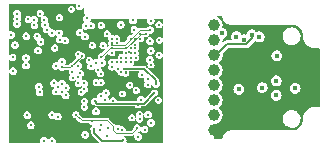
<source format=gbr>
%TF.GenerationSoftware,KiCad,Pcbnew,(7.0.0)*%
%TF.CreationDate,2023-08-10T15:11:27-07:00*%
%TF.ProjectId,Miniscope-v4-Wire-Free,4d696e69-7363-46f7-9065-2d76342d5769,rev?*%
%TF.SameCoordinates,Original*%
%TF.FileFunction,Copper,L2,Inr*%
%TF.FilePolarity,Positive*%
%FSLAX46Y46*%
G04 Gerber Fmt 4.6, Leading zero omitted, Abs format (unit mm)*
G04 Created by KiCad (PCBNEW (7.0.0)) date 2023-08-10 15:11:27*
%MOMM*%
%LPD*%
G01*
G04 APERTURE LIST*
%TA.AperFunction,ComponentPad*%
%ADD10C,1.000000*%
%TD*%
%TA.AperFunction,ViaPad*%
%ADD11C,0.304800*%
%TD*%
%TA.AperFunction,ViaPad*%
%ADD12C,0.254000*%
%TD*%
%TA.AperFunction,ViaPad*%
%ADD13C,0.400000*%
%TD*%
%TA.AperFunction,Conductor*%
%ADD14C,0.304800*%
%TD*%
%TA.AperFunction,Conductor*%
%ADD15C,0.152400*%
%TD*%
%TA.AperFunction,Conductor*%
%ADD16C,0.101600*%
%TD*%
G04 APERTURE END LIST*
D10*
%TO.N,+3V3*%
%TO.C,J21*%
X97000000Y-60055000D03*
%TD*%
%TO.N,/I2C_BB_SCL*%
%TO.C,J22*%
X97000000Y-61325000D03*
%TD*%
%TO.N,/IR_REC*%
%TO.C,J24*%
X97000000Y-63865000D03*
%TD*%
%TO.N,/I_LED*%
%TO.C,J25*%
X97000000Y-65135000D03*
%TD*%
%TO.N,+1V8*%
%TO.C,J26*%
X97000000Y-66405000D03*
%TD*%
%TO.N,/nON*%
%TO.C,J27*%
X97000000Y-67675000D03*
%TD*%
%TO.N,/I2C_BB_SDA*%
%TO.C,J23*%
X97000000Y-62595000D03*
%TD*%
%TO.N,GND*%
%TO.C,J12*%
X97000000Y-68945000D03*
%TD*%
D11*
%TO.N,Net-(U1-FB1)*%
X87808100Y-66367500D03*
D12*
X90601400Y-66808300D03*
D11*
%TO.N,Net-(U1-FB2)*%
X90857000Y-66367500D03*
%TO.N,Net-(D2-K)*%
X82191800Y-65254200D03*
D12*
X84960400Y-58701000D03*
X84960400Y-58701000D03*
D11*
%TO.N,Net-(U1-SW1)*%
X87945402Y-69462600D03*
D12*
X89280600Y-68903800D03*
D11*
%TO.N,Net-(U1-SW2)*%
X90614100Y-69513400D03*
%TO.N,Net-(U6B-VSW)*%
X91615200Y-61410790D03*
D12*
%TO.N,Net-(Q2-B)*%
X86630160Y-60112368D03*
X85620800Y-58472400D03*
D11*
%TO.N,Net-(U1-PROG)*%
X87449600Y-68480000D03*
D12*
%TO.N,Net-(U1-HPWR)*%
X88491000Y-66473400D03*
X86738400Y-68213300D03*
D11*
%TO.N,GND*%
X81051000Y-68497400D03*
X83349700Y-68357700D03*
X85474133Y-59612893D03*
X81114500Y-65779600D03*
X92060200Y-69335600D03*
D13*
X99140000Y-68270000D03*
X102200000Y-63590000D03*
D11*
X83957611Y-64010396D03*
D13*
X103820000Y-63550000D03*
X100980000Y-68300000D03*
D12*
X89850400Y-62299800D03*
D11*
X83210000Y-61537800D03*
D13*
X102210000Y-61070000D03*
X99819400Y-66125600D03*
D11*
X81571700Y-61131400D03*
D12*
X86672400Y-62754000D03*
D11*
X83556203Y-64504598D03*
D12*
X89698000Y-68853000D03*
D11*
X86446800Y-64941400D03*
X83932200Y-66033600D03*
D13*
X99370000Y-62120000D03*
X104410000Y-63580000D03*
D11*
X86131000Y-67544900D03*
X82625800Y-69275800D03*
X85032200Y-68810200D03*
D12*
X85049800Y-62858600D03*
D11*
X82090200Y-63476200D03*
X91615200Y-69707000D03*
X83946500Y-60170600D03*
D12*
X90907800Y-62840800D03*
D11*
X88417000Y-59963000D03*
X83819600Y-69551500D03*
X81889200Y-58464400D03*
X85722400Y-68835600D03*
X81127200Y-62274400D03*
D12*
X89129800Y-60915800D03*
D11*
X89318700Y-67316300D03*
X90282200Y-64535000D03*
X82079700Y-63988900D03*
D12*
X81317700Y-60077300D03*
X89982200Y-62398200D03*
X89982200Y-62398200D03*
X88782200Y-62398200D03*
X88782200Y-62398200D03*
X90382200Y-63198200D03*
D11*
%TO.N,/SD_DAT2*%
X79844500Y-60890100D03*
%TO.N,/SD_DAT3*%
X80187400Y-61741000D03*
%TO.N,/SD_DAT0*%
X82067000Y-61017100D03*
%TO.N,/SD_CMD*%
X79971500Y-62769700D03*
D12*
X81305000Y-59569300D03*
D11*
%TO.N,/SD_CLK*%
X81130607Y-61000993D03*
%TO.N,/SD_DAT1*%
X80352500Y-59937600D03*
D12*
X81813000Y-59582000D03*
%TO.N,/USB_VBUS*%
X91983500Y-65774900D03*
D11*
X86933200Y-66502800D03*
%TO.N,/SWCLK*%
X86154200Y-60123400D03*
D12*
X89982200Y-61998200D03*
D11*
%TO.N,/SWDIO*%
X86116600Y-61029800D03*
D12*
X89582200Y-61998200D03*
D11*
%TO.N,+1V8*%
X91676198Y-62223610D03*
D13*
X100860800Y-61045600D03*
D11*
X81508200Y-68522800D03*
X81114500Y-63447200D03*
X82706100Y-60017900D03*
X91676174Y-59683600D03*
X84465600Y-66006475D03*
X84160800Y-63595200D03*
X88021597Y-68785053D03*
X82143200Y-62210900D03*
D12*
X90374400Y-61697800D03*
X85828800Y-62641800D03*
D11*
X91145275Y-68904400D03*
D13*
X102350000Y-62640000D03*
D11*
X85664425Y-60683005D03*
X87920000Y-65805000D03*
D12*
X86726200Y-61766400D03*
X90374400Y-61697800D03*
X89182200Y-62798200D03*
X86054800Y-66490800D03*
X90383800Y-62798200D03*
X92330200Y-66405000D03*
X89182200Y-62798200D03*
X86726200Y-61766400D03*
X90730600Y-68021100D03*
X90382200Y-61998200D03*
X89982200Y-62798200D03*
D11*
%TO.N,/SPI1_MOSI*%
X83451300Y-64966800D03*
D12*
X88782200Y-61198200D03*
X88782200Y-61198200D03*
D11*
%TO.N,/SPI1_MISO*%
X83787717Y-65298375D03*
D12*
X88382200Y-61198200D03*
X88382200Y-61198200D03*
%TO.N,/SPI1_SCK*%
X88782200Y-61598200D03*
X88782200Y-61598200D03*
X85787754Y-65731537D03*
X85787754Y-65731537D03*
%TO.N,/SPI1_NSS*%
X87640600Y-61791800D03*
X86052254Y-65490537D03*
X87640600Y-61791800D03*
D11*
%TO.N,/SDMMC1_D0*%
X82884880Y-60430360D03*
D12*
X88382200Y-61598200D03*
D11*
%TO.N,/SDMMC1_D1*%
X83982160Y-61273640D03*
X82675813Y-59581213D03*
%TO.N,/SDMMC1_D3*%
X80365202Y-59074000D03*
X84454600Y-61359968D03*
%TO.N,/SDMMC1_CMD*%
X80377900Y-59505800D03*
D12*
X87982200Y-60798200D03*
%TO.N,/SDMMC1_D2*%
X82309000Y-59073300D03*
X88382200Y-61998200D03*
D11*
%TO.N,/SDMMC1_CK*%
X82346400Y-61461600D03*
D12*
X88382200Y-62398200D03*
D11*
%TO.N,+3V3*%
X83946500Y-60720600D03*
X81216100Y-67684600D03*
D13*
X99133600Y-65490600D03*
D11*
X80035000Y-63950800D03*
X81114500Y-62833200D03*
X91424700Y-64644610D03*
D12*
X90434600Y-65576400D03*
X90079000Y-67913200D03*
D11*
X83792000Y-67802000D03*
X82259295Y-65741708D03*
X83311500Y-60720600D03*
D13*
X98930400Y-61020200D03*
D11*
X83652687Y-65681699D03*
D12*
X81813000Y-60077300D03*
X83946600Y-59416900D03*
X83946600Y-59416900D03*
X83551200Y-61995000D03*
X90434600Y-65576400D03*
X92365000Y-60039200D03*
X90079000Y-67913200D03*
X89901200Y-65144600D03*
X83551200Y-61995000D03*
D11*
X83300000Y-69880000D03*
D12*
X92365000Y-60039200D03*
X81813000Y-60077300D03*
D13*
%TO.N,/EWL_1*%
X102300000Y-65990000D03*
%TO.N,/EWL_2*%
X102299996Y-64770000D03*
D12*
%TO.N,/LED_PWM*%
X87472400Y-62746600D03*
D11*
X91245317Y-60771100D03*
%TO.N,VDC*%
X89307600Y-69800400D03*
X82625800Y-69830900D03*
X87043200Y-67349700D03*
D12*
X86861000Y-68843400D03*
D11*
%TO.N,/ENT*%
X90290855Y-60437692D03*
D12*
X88936000Y-63747600D03*
X90380880Y-61198200D03*
X88936000Y-63747600D03*
D11*
%TO.N,/VDD_PIX*%
X85546000Y-64489600D03*
X83627400Y-63519002D03*
D12*
X85546800Y-62490300D03*
X86046000Y-66989600D03*
D11*
%TO.N,/VDDA*%
X89129800Y-60025800D03*
%TO.N,/RESET_N*%
X84480000Y-65346075D03*
X86614267Y-63531700D03*
%TO.N,/TRIGGER0*%
X84165513Y-65676275D03*
X87550000Y-63250000D03*
%TO.N,/MONITOR0*%
X83330000Y-67690000D03*
D12*
X87475000Y-60072600D03*
X87475000Y-60072600D03*
D11*
%TO.N,/BAT+*%
X86125873Y-69346527D03*
D13*
%TO.N,/IR_REC*%
X101110000Y-65340000D03*
D11*
%TO.N,/XIN32*%
X91628400Y-60466300D03*
D12*
X88418600Y-61702200D03*
D11*
%TO.N,/XOUT32*%
X90167400Y-59640800D03*
%TO.N,/VDDCORE*%
X91589800Y-62993600D03*
%TO.N,/nRESET*%
X87437400Y-66084400D03*
D12*
X90382200Y-62398200D03*
D11*
%TO.N,/CLK1_OUT*%
X84150000Y-63150000D03*
X87058100Y-63224392D03*
D12*
%TO.N,/PCC_DEN2*%
X88382200Y-63198200D03*
X85546800Y-64992200D03*
%TO.N,/PCC_DATA0*%
X88382200Y-63598200D03*
X86471360Y-63041480D03*
%TO.N,/PCC_DEN1*%
X88782200Y-63198200D03*
X86046000Y-64989600D03*
%TO.N,/PCC_DATA1*%
X87250000Y-63836500D03*
X85046000Y-63489600D03*
%TO.N,/PCC_DATA3*%
X85045999Y-63988900D03*
X89182200Y-63198200D03*
%TO.N,/PCC_DATA2*%
X87423389Y-64153977D03*
X85546800Y-63493600D03*
%TO.N,/PCC_DATA5*%
X89153600Y-64042800D03*
X89153600Y-64042800D03*
X89582200Y-62798200D03*
X89582200Y-62798200D03*
%TO.N,/PCC_DATA4*%
X89582200Y-63198200D03*
X85724600Y-64141300D03*
D11*
%TO.N,/ADC0*%
X90536200Y-68776800D03*
D12*
X85340800Y-67650200D03*
X89982200Y-61198200D03*
D11*
%TO.N,/PCC_DATA7*%
X84175200Y-65002360D03*
D12*
X89982200Y-63198200D03*
X87462800Y-64921080D03*
%TO.N,/PCC_DATA6*%
X85048960Y-64494360D03*
X87056400Y-64916000D03*
X87056400Y-64916000D03*
X85048960Y-64494360D03*
D13*
%TO.N,/I2C_BB_SDA*%
X100238009Y-60867800D03*
D12*
X90782200Y-61198200D03*
X92381000Y-62595000D03*
D13*
%TO.N,/I2C_BB_SCL*%
X99565419Y-61285419D03*
D12*
X92402600Y-61317200D03*
X90782200Y-60798200D03*
%TO.N,/I_LED*%
X89443500Y-63730200D03*
D13*
X103900000Y-65410000D03*
D11*
X92123196Y-65025600D03*
%TO.N,/UART_RX*%
X91704600Y-68319600D03*
D12*
X89547946Y-64013589D03*
X89557454Y-64106237D03*
D11*
%TO.N,/UART_TX*%
X91441871Y-67629458D03*
D12*
X89582200Y-62398200D03*
X89582200Y-62398200D03*
D11*
%TO.N,/SD_DET*%
X86281200Y-59488402D03*
D12*
%TO.N,/PUSH_BUT_MCU*%
X89280600Y-65863790D03*
X91424700Y-65093500D03*
D13*
%TO.N,/nON*%
X97700000Y-60740000D03*
D12*
%TO.N,/3V3_EN*%
X90730600Y-67621100D03*
X90917200Y-64255600D03*
D11*
%TO.N,/nCHRG*%
X88872000Y-68810200D03*
X87398800Y-68962600D03*
D12*
X91692116Y-63424684D03*
%TD*%
D14*
%TO.N,GND*%
X99140000Y-68270000D02*
X97957400Y-68259200D01*
D15*
X89318700Y-68473700D02*
X89318700Y-67316300D01*
D14*
X97279010Y-68937590D02*
X97279010Y-68945000D01*
X97957400Y-68259200D02*
X97279010Y-68937590D01*
D15*
X89698000Y-68853000D02*
X89318700Y-68473700D01*
%TO.N,/USB_VBUS*%
X91060699Y-66697701D02*
X87128101Y-66697701D01*
X87128101Y-66697701D02*
X86933200Y-66502800D01*
X91983500Y-65774900D02*
X91060699Y-66697701D01*
D16*
%TO.N,+1V8*%
X84850000Y-63620600D02*
X84186200Y-63620600D01*
X85828800Y-62641800D02*
X84850000Y-63620600D01*
X84186200Y-63620600D02*
X84160800Y-63595200D01*
%TO.N,/LED_PWM*%
X88216000Y-62003000D02*
X87472400Y-62746600D01*
X89595900Y-62003000D02*
X88216000Y-62003000D01*
X90827800Y-60771100D02*
X89595900Y-62003000D01*
X91245317Y-60771100D02*
X90827800Y-60771100D01*
D15*
%TO.N,VDC*%
X89256400Y-69851600D02*
X87525800Y-69851600D01*
X86861000Y-69186800D02*
X86861000Y-68843400D01*
X89307600Y-69800400D02*
X89256400Y-69851600D01*
X87525800Y-69851600D02*
X86861000Y-69186800D01*
D16*
%TO.N,/XIN32*%
X89490300Y-61702200D02*
X88418600Y-61702200D01*
X91628400Y-60466300D02*
X90726200Y-60466300D01*
X90726200Y-60466300D02*
X89490300Y-61702200D01*
%TO.N,/ADC0*%
X88758200Y-69208600D02*
X90104400Y-69208600D01*
X87983000Y-68124400D02*
X88478800Y-68620200D01*
X88478800Y-68929200D02*
X88758200Y-69208600D01*
X90104400Y-69208600D02*
X90536200Y-68776800D01*
X88478800Y-68620200D02*
X88478800Y-68929200D01*
X85815000Y-68124400D02*
X87983000Y-68124400D01*
X85340800Y-67650200D02*
X85815000Y-68124400D01*
D15*
%TO.N,/I2C_BB_SDA*%
X97202810Y-62595000D02*
X98122221Y-61675589D01*
X100238009Y-61172325D02*
X100238009Y-60867800D01*
X99734745Y-61675589D02*
X100238009Y-61172325D01*
X98122221Y-61675589D02*
X99734745Y-61675589D01*
%TO.N,/I_LED*%
X89443500Y-63730200D02*
X91119900Y-63730200D01*
X92123196Y-64733496D02*
X92123196Y-65025600D01*
X91119900Y-63730200D02*
X92123196Y-64733496D01*
%TD*%
%TA.AperFunction,Conductor*%
%TO.N,GND*%
G36*
X90061673Y-62307693D02*
G01*
X90080034Y-62329576D01*
X90083349Y-62357946D01*
X90076252Y-62398200D01*
X90077009Y-62402493D01*
X90083350Y-62438452D01*
X90080034Y-62466824D01*
X90061673Y-62488707D01*
X90034307Y-62496900D01*
X89930093Y-62496900D01*
X89902727Y-62488707D01*
X89884366Y-62466824D01*
X89881050Y-62438452D01*
X89887391Y-62402493D01*
X89888148Y-62398200D01*
X89881050Y-62357946D01*
X89884366Y-62329576D01*
X89902727Y-62307693D01*
X89930093Y-62299500D01*
X90034307Y-62299500D01*
X90061673Y-62307693D01*
G37*
%TD.AperFunction*%
%TA.AperFunction,Conductor*%
G36*
X85347046Y-58261651D02*
G01*
X85364078Y-58291152D01*
X85358163Y-58324699D01*
X85335483Y-58363982D01*
X85335480Y-58363987D01*
X85333303Y-58367760D01*
X85314852Y-58472400D01*
X85315609Y-58476693D01*
X85315609Y-58476694D01*
X85326716Y-58539687D01*
X85320801Y-58573234D01*
X85314802Y-58578268D01*
X85320559Y-58578268D01*
X85346654Y-58600165D01*
X85386430Y-58669060D01*
X85389762Y-58671856D01*
X85389764Y-58671858D01*
X85424495Y-58701000D01*
X85467826Y-58737359D01*
X85471917Y-58738848D01*
X85471919Y-58738849D01*
X85526609Y-58758754D01*
X85567673Y-58773700D01*
X85669568Y-58773700D01*
X85673927Y-58773700D01*
X85773774Y-58737359D01*
X85855170Y-58669060D01*
X85907071Y-58579162D01*
X85931142Y-58558053D01*
X85963089Y-58555959D01*
X85989709Y-58573746D01*
X86000000Y-58604062D01*
X86000000Y-59000000D01*
X86007004Y-59007004D01*
X86124372Y-59124372D01*
X86138201Y-59150937D01*
X86134294Y-59180629D01*
X86115633Y-59200996D01*
X86115330Y-59201107D01*
X86112000Y-59203900D01*
X86111995Y-59203904D01*
X86030406Y-59272365D01*
X86030401Y-59272369D01*
X86027072Y-59275164D01*
X86024896Y-59278932D01*
X86024895Y-59278934D01*
X85971645Y-59371165D01*
X85971644Y-59371167D01*
X85969466Y-59374940D01*
X85968709Y-59379230D01*
X85968709Y-59379232D01*
X85956354Y-59449301D01*
X85949460Y-59488402D01*
X85953285Y-59510093D01*
X85965963Y-59582000D01*
X85969466Y-59601864D01*
X86027072Y-59701640D01*
X86030404Y-59704436D01*
X86030406Y-59704438D01*
X86061043Y-59730145D01*
X86078075Y-59759646D01*
X86072160Y-59793194D01*
X86046065Y-59815091D01*
X85992424Y-59834614D01*
X85992419Y-59834616D01*
X85988330Y-59836105D01*
X85984993Y-59838904D01*
X85984991Y-59838906D01*
X85903406Y-59907363D01*
X85903401Y-59907367D01*
X85900072Y-59910162D01*
X85897896Y-59913930D01*
X85897895Y-59913932D01*
X85844645Y-60006163D01*
X85844644Y-60006165D01*
X85842466Y-60009938D01*
X85841709Y-60014228D01*
X85841709Y-60014230D01*
X85828140Y-60091186D01*
X85822460Y-60123400D01*
X85842466Y-60236862D01*
X85844645Y-60240636D01*
X85893946Y-60326028D01*
X85900192Y-60357428D01*
X85886032Y-60386142D01*
X85857318Y-60400302D01*
X85830560Y-60394979D01*
X85830295Y-60395710D01*
X85726126Y-60357795D01*
X85726123Y-60357794D01*
X85722031Y-60356305D01*
X85606819Y-60356305D01*
X85602727Y-60357794D01*
X85602723Y-60357795D01*
X85502649Y-60394219D01*
X85502644Y-60394221D01*
X85498555Y-60395710D01*
X85495218Y-60398509D01*
X85495216Y-60398511D01*
X85413631Y-60466968D01*
X85413626Y-60466972D01*
X85410297Y-60469767D01*
X85408121Y-60473535D01*
X85408120Y-60473537D01*
X85354870Y-60565768D01*
X85354869Y-60565770D01*
X85352691Y-60569543D01*
X85332685Y-60683005D01*
X85352691Y-60796467D01*
X85410297Y-60896243D01*
X85413629Y-60899039D01*
X85413631Y-60899041D01*
X85457729Y-60936043D01*
X85498555Y-60970300D01*
X85606819Y-61009705D01*
X85717670Y-61009705D01*
X85722031Y-61009705D01*
X85726132Y-61008211D01*
X85730350Y-61007468D01*
X85756032Y-61009713D01*
X85777150Y-61024499D01*
X85788045Y-61047864D01*
X85804108Y-61138968D01*
X85804109Y-61138972D01*
X85804866Y-61143262D01*
X85862472Y-61243038D01*
X85865804Y-61245834D01*
X85865806Y-61245836D01*
X85893826Y-61269347D01*
X85950730Y-61317095D01*
X86058994Y-61356500D01*
X86169847Y-61356500D01*
X86174206Y-61356500D01*
X86282470Y-61317095D01*
X86370728Y-61243038D01*
X86428334Y-61143262D01*
X86448340Y-61029800D01*
X86428334Y-60916338D01*
X86370728Y-60816562D01*
X86367394Y-60813765D01*
X86367393Y-60813763D01*
X86285808Y-60745306D01*
X86282470Y-60742505D01*
X86278377Y-60741015D01*
X86278375Y-60741014D01*
X86178301Y-60704590D01*
X86178298Y-60704589D01*
X86174206Y-60703100D01*
X86058994Y-60703100D01*
X86054900Y-60704589D01*
X86050668Y-60705336D01*
X86013457Y-60697085D01*
X85992980Y-60664942D01*
X85976159Y-60569543D01*
X85924677Y-60480375D01*
X85918432Y-60448975D01*
X85932594Y-60420260D01*
X85961309Y-60406102D01*
X85988064Y-60411425D01*
X85988330Y-60410695D01*
X86096594Y-60450100D01*
X86207447Y-60450100D01*
X86211806Y-60450100D01*
X86320070Y-60410695D01*
X86386501Y-60354952D01*
X86418511Y-60343302D01*
X86450521Y-60354952D01*
X86477186Y-60377327D01*
X86481277Y-60378816D01*
X86481279Y-60378817D01*
X86522720Y-60393900D01*
X86577033Y-60413668D01*
X86678928Y-60413668D01*
X86683287Y-60413668D01*
X86783134Y-60377327D01*
X86864530Y-60309028D01*
X86917657Y-60217008D01*
X86936108Y-60112368D01*
X86929096Y-60072600D01*
X87169052Y-60072600D01*
X87187503Y-60177240D01*
X87240630Y-60269260D01*
X87243962Y-60272056D01*
X87243964Y-60272058D01*
X87297403Y-60316898D01*
X87322026Y-60337559D01*
X87326117Y-60339048D01*
X87326119Y-60339049D01*
X87369816Y-60354953D01*
X87421873Y-60373900D01*
X87523768Y-60373900D01*
X87528127Y-60373900D01*
X87627974Y-60337559D01*
X87709370Y-60269260D01*
X87762497Y-60177240D01*
X87780948Y-60072600D01*
X87772696Y-60025800D01*
X88798060Y-60025800D01*
X88818066Y-60139262D01*
X88875672Y-60239038D01*
X88879004Y-60241834D01*
X88879006Y-60241836D01*
X88917724Y-60274324D01*
X88963930Y-60313095D01*
X89072194Y-60352500D01*
X89183047Y-60352500D01*
X89187406Y-60352500D01*
X89295670Y-60313095D01*
X89383928Y-60239038D01*
X89441534Y-60139262D01*
X89461540Y-60025800D01*
X89441534Y-59912338D01*
X89383928Y-59812562D01*
X89380594Y-59809765D01*
X89380593Y-59809763D01*
X89299008Y-59741306D01*
X89295670Y-59738505D01*
X89291577Y-59737015D01*
X89291575Y-59737014D01*
X89191501Y-59700590D01*
X89191498Y-59700589D01*
X89187406Y-59699100D01*
X89072194Y-59699100D01*
X89068102Y-59700589D01*
X89068098Y-59700590D01*
X88968024Y-59737014D01*
X88968019Y-59737016D01*
X88963930Y-59738505D01*
X88960593Y-59741304D01*
X88960591Y-59741306D01*
X88879006Y-59809763D01*
X88879001Y-59809767D01*
X88875672Y-59812562D01*
X88873496Y-59816330D01*
X88873495Y-59816332D01*
X88820245Y-59908563D01*
X88820244Y-59908565D01*
X88818066Y-59912338D01*
X88817309Y-59916628D01*
X88817309Y-59916630D01*
X88808235Y-59968093D01*
X88798060Y-60025800D01*
X87772696Y-60025800D01*
X87762497Y-59967960D01*
X87709370Y-59875940D01*
X87706036Y-59873143D01*
X87706035Y-59873141D01*
X87631311Y-59810441D01*
X87631310Y-59810440D01*
X87627974Y-59807641D01*
X87623884Y-59806152D01*
X87623880Y-59806150D01*
X87532222Y-59772790D01*
X87532219Y-59772789D01*
X87528127Y-59771300D01*
X87421873Y-59771300D01*
X87417781Y-59772789D01*
X87417777Y-59772790D01*
X87326119Y-59806150D01*
X87326112Y-59806153D01*
X87322026Y-59807641D01*
X87318691Y-59810439D01*
X87318688Y-59810441D01*
X87243964Y-59873141D01*
X87243959Y-59873145D01*
X87240630Y-59875940D01*
X87238454Y-59879708D01*
X87238453Y-59879710D01*
X87195424Y-59954241D01*
X87187503Y-59967960D01*
X87169052Y-60072600D01*
X86929096Y-60072600D01*
X86917657Y-60007728D01*
X86864530Y-59915708D01*
X86861196Y-59912911D01*
X86861195Y-59912909D01*
X86786471Y-59850209D01*
X86786470Y-59850208D01*
X86783134Y-59847409D01*
X86779044Y-59845920D01*
X86779040Y-59845918D01*
X86687382Y-59812558D01*
X86687379Y-59812557D01*
X86683287Y-59811068D01*
X86577033Y-59811068D01*
X86572942Y-59812556D01*
X86572936Y-59812558D01*
X86538465Y-59825105D01*
X86504400Y-59825104D01*
X86478305Y-59803208D01*
X86472390Y-59769660D01*
X86489423Y-59740159D01*
X86501357Y-59730145D01*
X86535328Y-59701640D01*
X86592934Y-59601864D01*
X86603638Y-59541152D01*
X86620671Y-59511651D01*
X86652682Y-59500000D01*
X89801138Y-59500000D01*
X89828504Y-59508193D01*
X89846865Y-59530075D01*
X89850180Y-59558446D01*
X89835660Y-59640800D01*
X89836417Y-59645093D01*
X89849412Y-59718796D01*
X89855666Y-59754262D01*
X89913272Y-59854038D01*
X89916604Y-59856834D01*
X89916606Y-59856836D01*
X89943867Y-59879710D01*
X90001530Y-59928095D01*
X90109794Y-59967500D01*
X90220647Y-59967500D01*
X90225006Y-59967500D01*
X90333270Y-59928095D01*
X90421528Y-59854038D01*
X90479134Y-59754262D01*
X90499140Y-59640800D01*
X90484619Y-59558446D01*
X90487935Y-59530075D01*
X90506296Y-59508193D01*
X90533662Y-59500000D01*
X91319652Y-59500000D01*
X91349391Y-59509854D01*
X91367360Y-59535518D01*
X91366453Y-59566650D01*
X91364440Y-59570138D01*
X91363684Y-59574423D01*
X91363683Y-59574427D01*
X91346894Y-59669647D01*
X91344434Y-59683600D01*
X91364440Y-59797062D01*
X91422046Y-59896838D01*
X91425378Y-59899634D01*
X91425380Y-59899636D01*
X91472605Y-59939262D01*
X91510304Y-59970895D01*
X91618568Y-60010300D01*
X91729421Y-60010300D01*
X91733780Y-60010300D01*
X91842044Y-59970895D01*
X91930302Y-59896838D01*
X91987908Y-59797062D01*
X92007914Y-59683600D01*
X91987908Y-59570138D01*
X91985894Y-59566650D01*
X91984988Y-59535518D01*
X92002957Y-59509854D01*
X92032696Y-59500000D01*
X92700200Y-59500000D01*
X92735414Y-59514586D01*
X92750000Y-59549800D01*
X92750000Y-59922230D01*
X92738349Y-59954241D01*
X92708847Y-59971273D01*
X92675300Y-59965358D01*
X92653403Y-59939262D01*
X92653253Y-59938852D01*
X92652497Y-59934560D01*
X92599370Y-59842540D01*
X92596036Y-59839743D01*
X92596035Y-59839741D01*
X92521311Y-59777041D01*
X92521310Y-59777040D01*
X92517974Y-59774241D01*
X92513884Y-59772752D01*
X92513880Y-59772750D01*
X92422222Y-59739390D01*
X92422219Y-59739389D01*
X92418127Y-59737900D01*
X92311873Y-59737900D01*
X92307781Y-59739389D01*
X92307777Y-59739390D01*
X92216119Y-59772750D01*
X92216112Y-59772753D01*
X92212026Y-59774241D01*
X92208691Y-59777039D01*
X92208688Y-59777041D01*
X92133964Y-59839741D01*
X92133959Y-59839745D01*
X92130630Y-59842540D01*
X92128454Y-59846308D01*
X92128453Y-59846310D01*
X92081236Y-59928095D01*
X92077503Y-59934560D01*
X92076746Y-59938850D01*
X92076746Y-59938852D01*
X92071096Y-59970895D01*
X92059052Y-60039200D01*
X92077503Y-60143840D01*
X92130630Y-60235860D01*
X92133962Y-60238656D01*
X92133964Y-60238658D01*
X92180913Y-60278052D01*
X92212026Y-60304159D01*
X92216117Y-60305648D01*
X92216119Y-60305649D01*
X92256799Y-60320455D01*
X92311873Y-60340500D01*
X92413768Y-60340500D01*
X92418127Y-60340500D01*
X92517974Y-60304159D01*
X92599370Y-60235860D01*
X92652497Y-60143840D01*
X92653253Y-60139547D01*
X92653403Y-60139138D01*
X92675300Y-60113042D01*
X92708847Y-60107127D01*
X92738349Y-60124159D01*
X92750000Y-60156170D01*
X92750000Y-61130458D01*
X92739709Y-61160774D01*
X92713089Y-61178561D01*
X92681142Y-61176467D01*
X92657072Y-61155358D01*
X92652091Y-61146730D01*
X92636970Y-61120540D01*
X92633636Y-61117743D01*
X92633635Y-61117741D01*
X92558911Y-61055041D01*
X92558910Y-61055040D01*
X92555574Y-61052241D01*
X92551484Y-61050752D01*
X92551480Y-61050750D01*
X92459822Y-61017390D01*
X92459819Y-61017389D01*
X92455727Y-61015900D01*
X92349473Y-61015900D01*
X92345381Y-61017389D01*
X92345377Y-61017390D01*
X92253719Y-61050750D01*
X92253712Y-61050753D01*
X92249626Y-61052241D01*
X92246291Y-61055039D01*
X92246288Y-61055041D01*
X92171564Y-61117741D01*
X92171559Y-61117745D01*
X92168230Y-61120540D01*
X92166054Y-61124308D01*
X92166053Y-61124310D01*
X92123394Y-61198200D01*
X92115103Y-61212560D01*
X92114346Y-61216850D01*
X92114346Y-61216852D01*
X92108125Y-61252132D01*
X92096652Y-61317200D01*
X92115103Y-61421840D01*
X92168230Y-61513860D01*
X92171562Y-61516656D01*
X92171564Y-61516658D01*
X92220993Y-61558133D01*
X92249626Y-61582159D01*
X92253717Y-61583648D01*
X92253719Y-61583649D01*
X92295482Y-61598849D01*
X92349473Y-61618500D01*
X92451368Y-61618500D01*
X92455727Y-61618500D01*
X92555574Y-61582159D01*
X92636970Y-61513860D01*
X92657071Y-61479042D01*
X92681142Y-61457933D01*
X92713089Y-61455839D01*
X92739709Y-61473626D01*
X92750000Y-61503942D01*
X92750000Y-62445671D01*
X92739709Y-62475987D01*
X92713089Y-62493774D01*
X92681142Y-62491680D01*
X92657072Y-62470571D01*
X92642482Y-62445300D01*
X92615370Y-62398340D01*
X92612036Y-62395543D01*
X92612035Y-62395541D01*
X92537311Y-62332841D01*
X92537310Y-62332840D01*
X92533974Y-62330041D01*
X92529884Y-62328552D01*
X92529880Y-62328550D01*
X92438222Y-62295190D01*
X92438219Y-62295189D01*
X92434127Y-62293700D01*
X92327873Y-62293700D01*
X92323781Y-62295189D01*
X92323777Y-62295190D01*
X92232119Y-62328550D01*
X92232112Y-62328553D01*
X92228026Y-62330041D01*
X92224691Y-62332839D01*
X92224688Y-62332841D01*
X92149964Y-62395541D01*
X92149959Y-62395545D01*
X92146630Y-62398340D01*
X92144454Y-62402108D01*
X92144453Y-62402110D01*
X92096479Y-62485206D01*
X92093503Y-62490360D01*
X92092746Y-62494650D01*
X92092746Y-62494652D01*
X92087804Y-62522679D01*
X92075052Y-62595000D01*
X92093503Y-62699640D01*
X92146630Y-62791660D01*
X92149962Y-62794456D01*
X92149964Y-62794458D01*
X92184337Y-62823300D01*
X92228026Y-62859959D01*
X92232117Y-62861448D01*
X92232119Y-62861449D01*
X92273096Y-62876363D01*
X92327873Y-62896300D01*
X92429768Y-62896300D01*
X92434127Y-62896300D01*
X92533974Y-62859959D01*
X92615370Y-62791660D01*
X92657071Y-62719429D01*
X92681142Y-62698320D01*
X92713089Y-62696226D01*
X92739709Y-62714013D01*
X92750000Y-62744329D01*
X92750000Y-69950200D01*
X92735414Y-69985414D01*
X92700200Y-70000000D01*
X89655858Y-70000000D01*
X89623847Y-69988349D01*
X89606814Y-69958847D01*
X89612729Y-69925301D01*
X89619334Y-69913862D01*
X89639340Y-69800400D01*
X89619334Y-69686938D01*
X89561728Y-69587162D01*
X89558394Y-69584365D01*
X89558393Y-69584363D01*
X89476808Y-69515906D01*
X89473470Y-69513105D01*
X89469377Y-69511615D01*
X89469375Y-69511614D01*
X89461909Y-69508897D01*
X89435814Y-69487000D01*
X89429899Y-69453452D01*
X89446931Y-69423951D01*
X89478942Y-69412300D01*
X90061329Y-69412300D01*
X90070129Y-69413795D01*
X90070135Y-69413743D01*
X90075706Y-69414370D01*
X90081006Y-69416225D01*
X90113063Y-69412613D01*
X90118640Y-69412300D01*
X90124556Y-69412300D01*
X90127354Y-69412300D01*
X90135859Y-69410358D01*
X90141347Y-69409425D01*
X90173409Y-69405814D01*
X90178161Y-69402827D01*
X90183456Y-69400975D01*
X90183473Y-69401026D01*
X90184549Y-69400580D01*
X90184527Y-69400533D01*
X90189586Y-69398096D01*
X90195055Y-69396848D01*
X90217596Y-69378870D01*
X90245233Y-69368121D01*
X90274081Y-69374989D01*
X90293911Y-69397038D01*
X90297691Y-69426451D01*
X90282360Y-69513400D01*
X90302366Y-69626862D01*
X90359972Y-69726638D01*
X90363304Y-69729434D01*
X90363306Y-69729436D01*
X90403024Y-69762763D01*
X90448230Y-69800695D01*
X90556494Y-69840100D01*
X90667347Y-69840100D01*
X90671706Y-69840100D01*
X90779970Y-69800695D01*
X90868228Y-69726638D01*
X90925834Y-69626862D01*
X90945840Y-69513400D01*
X90925834Y-69399938D01*
X90868228Y-69300162D01*
X90864894Y-69297365D01*
X90864893Y-69297363D01*
X90783308Y-69228906D01*
X90779970Y-69226105D01*
X90775877Y-69224615D01*
X90775875Y-69224614D01*
X90675801Y-69188190D01*
X90675798Y-69188189D01*
X90671706Y-69186700D01*
X90647647Y-69186700D01*
X90615636Y-69175049D01*
X90598604Y-69145548D01*
X90604519Y-69112000D01*
X90630614Y-69090103D01*
X90658822Y-69079836D01*
X90702070Y-69064095D01*
X90763155Y-69012838D01*
X90789381Y-69001526D01*
X90817513Y-69006486D01*
X90838290Y-69026088D01*
X90891147Y-69117638D01*
X90894479Y-69120434D01*
X90894481Y-69120436D01*
X90906463Y-69130490D01*
X90979405Y-69191695D01*
X91087669Y-69231100D01*
X91198522Y-69231100D01*
X91202881Y-69231100D01*
X91311145Y-69191695D01*
X91399403Y-69117638D01*
X91457009Y-69017862D01*
X91477015Y-68904400D01*
X91457009Y-68790938D01*
X91399403Y-68691162D01*
X91396069Y-68688365D01*
X91396068Y-68688363D01*
X91314483Y-68619906D01*
X91311145Y-68617105D01*
X91307052Y-68615615D01*
X91307050Y-68615614D01*
X91206976Y-68579190D01*
X91206973Y-68579189D01*
X91202881Y-68577700D01*
X91087669Y-68577700D01*
X91083577Y-68579189D01*
X91083573Y-68579190D01*
X90983499Y-68615614D01*
X90983494Y-68615616D01*
X90979405Y-68617105D01*
X90976068Y-68619904D01*
X90976066Y-68619906D01*
X90918322Y-68668359D01*
X90892092Y-68679673D01*
X90863961Y-68674713D01*
X90843184Y-68655111D01*
X90790328Y-68563562D01*
X90786994Y-68560765D01*
X90786993Y-68560763D01*
X90705408Y-68492306D01*
X90702070Y-68489505D01*
X90697977Y-68488015D01*
X90697975Y-68488014D01*
X90597901Y-68451590D01*
X90597898Y-68451589D01*
X90593806Y-68450100D01*
X90478594Y-68450100D01*
X90474502Y-68451589D01*
X90474498Y-68451590D01*
X90374424Y-68488014D01*
X90374419Y-68488016D01*
X90370330Y-68489505D01*
X90366993Y-68492304D01*
X90366991Y-68492306D01*
X90285406Y-68560763D01*
X90285401Y-68560767D01*
X90282072Y-68563562D01*
X90279896Y-68567330D01*
X90279895Y-68567332D01*
X90226645Y-68659563D01*
X90226644Y-68659565D01*
X90224466Y-68663338D01*
X90223709Y-68667628D01*
X90223709Y-68667630D01*
X90219560Y-68691162D01*
X90204460Y-68776800D01*
X90205217Y-68781093D01*
X90205217Y-68781094D01*
X90206503Y-68788388D01*
X90204955Y-68812010D01*
X90192674Y-68832249D01*
X90034610Y-68990314D01*
X90018454Y-69001109D01*
X89999396Y-69004900D01*
X89628070Y-69004900D01*
X89600704Y-68996707D01*
X89582343Y-68974825D01*
X89579027Y-68946452D01*
X89585791Y-68908093D01*
X89586548Y-68903800D01*
X89568097Y-68799160D01*
X89514970Y-68707140D01*
X89511636Y-68704343D01*
X89511635Y-68704341D01*
X89436911Y-68641641D01*
X89436910Y-68641640D01*
X89433574Y-68638841D01*
X89429484Y-68637352D01*
X89429480Y-68637350D01*
X89337822Y-68603990D01*
X89337819Y-68603989D01*
X89333727Y-68602500D01*
X89227473Y-68602500D01*
X89223382Y-68603988D01*
X89223376Y-68603990D01*
X89185407Y-68617810D01*
X89155484Y-68619116D01*
X89130224Y-68603022D01*
X89128308Y-68600739D01*
X89126128Y-68596962D01*
X89121157Y-68592791D01*
X89041208Y-68525706D01*
X89037870Y-68522905D01*
X89033777Y-68521415D01*
X89033775Y-68521414D01*
X88933701Y-68484990D01*
X88933698Y-68484989D01*
X88929606Y-68483500D01*
X88814394Y-68483500D01*
X88810302Y-68484989D01*
X88810298Y-68484990D01*
X88706130Y-68522905D01*
X88705426Y-68520971D01*
X88679152Y-68525417D01*
X88649496Y-68507536D01*
X88646931Y-68504319D01*
X88643705Y-68499772D01*
X88639069Y-68492393D01*
X88632901Y-68486225D01*
X88629181Y-68482062D01*
X88612569Y-68461231D01*
X88612568Y-68461230D01*
X88609071Y-68456845D01*
X88604016Y-68454410D01*
X88599629Y-68450912D01*
X88599661Y-68450871D01*
X88592382Y-68445706D01*
X88157494Y-68010818D01*
X88152330Y-68003539D01*
X88152289Y-68003572D01*
X88148788Y-67999182D01*
X88146355Y-67994129D01*
X88141968Y-67990631D01*
X88141968Y-67990630D01*
X88121136Y-67974017D01*
X88116972Y-67970296D01*
X88112783Y-67966107D01*
X88110807Y-67964131D01*
X88108441Y-67962644D01*
X88108438Y-67962642D01*
X88103420Y-67959489D01*
X88098867Y-67956258D01*
X88078041Y-67939649D01*
X88078038Y-67939647D01*
X88073655Y-67936152D01*
X88068187Y-67934903D01*
X88063130Y-67932468D01*
X88063151Y-67932422D01*
X88062071Y-67931974D01*
X88062054Y-67932024D01*
X88056761Y-67930172D01*
X88052009Y-67927186D01*
X88046432Y-67926557D01*
X88046431Y-67926557D01*
X88019955Y-67923574D01*
X88014452Y-67922639D01*
X88008680Y-67921321D01*
X88008670Y-67921319D01*
X88005954Y-67920700D01*
X88003159Y-67920700D01*
X87997240Y-67920700D01*
X87991664Y-67920387D01*
X87965183Y-67917403D01*
X87965181Y-67917403D01*
X87959606Y-67916775D01*
X87954308Y-67918628D01*
X87948735Y-67919257D01*
X87948729Y-67919204D01*
X87939929Y-67920700D01*
X86824212Y-67920700D01*
X86807179Y-67917697D01*
X86806371Y-67917403D01*
X86800206Y-67915159D01*
X86795621Y-67913490D01*
X86795620Y-67913489D01*
X86794826Y-67913200D01*
X89773052Y-67913200D01*
X89791503Y-68017840D01*
X89844630Y-68109860D01*
X89847962Y-68112656D01*
X89847964Y-68112658D01*
X89909263Y-68164093D01*
X89926026Y-68178159D01*
X89930117Y-68179648D01*
X89930119Y-68179649D01*
X89975319Y-68196100D01*
X90025873Y-68214500D01*
X90127768Y-68214500D01*
X90132127Y-68214500D01*
X90231974Y-68178159D01*
X90313370Y-68109860D01*
X90342193Y-68059935D01*
X90364275Y-68039700D01*
X90393969Y-68035790D01*
X90420536Y-68049620D01*
X90434365Y-68076186D01*
X90439638Y-68106087D01*
X90443103Y-68125740D01*
X90496230Y-68217760D01*
X90499562Y-68220556D01*
X90499564Y-68220558D01*
X90540219Y-68254671D01*
X90577626Y-68286059D01*
X90581717Y-68287548D01*
X90581719Y-68287549D01*
X90634510Y-68306763D01*
X90677473Y-68322400D01*
X90779368Y-68322400D01*
X90783727Y-68322400D01*
X90883574Y-68286059D01*
X90964970Y-68217760D01*
X91018097Y-68125740D01*
X91036548Y-68021100D01*
X91018097Y-67916460D01*
X90977417Y-67845999D01*
X90970745Y-67821099D01*
X90977416Y-67796202D01*
X91018097Y-67725740D01*
X91023559Y-67694758D01*
X91040591Y-67665260D01*
X91072602Y-67653609D01*
X91104613Y-67665260D01*
X91121645Y-67694761D01*
X91127108Y-67725740D01*
X91130137Y-67742920D01*
X91187743Y-67842696D01*
X91191075Y-67845492D01*
X91191077Y-67845494D01*
X91191679Y-67845999D01*
X91276001Y-67916753D01*
X91384265Y-67956158D01*
X91388624Y-67956158D01*
X91492654Y-67956158D01*
X91521218Y-67965164D01*
X91539451Y-67988925D01*
X91540757Y-68018847D01*
X91524665Y-68044107D01*
X91453806Y-68103563D01*
X91453801Y-68103567D01*
X91450472Y-68106362D01*
X91448296Y-68110130D01*
X91448295Y-68110132D01*
X91395045Y-68202363D01*
X91395044Y-68202365D01*
X91392866Y-68206138D01*
X91392109Y-68210428D01*
X91392109Y-68210430D01*
X91379368Y-68282689D01*
X91372860Y-68319600D01*
X91392866Y-68433062D01*
X91450472Y-68532838D01*
X91453804Y-68535634D01*
X91453806Y-68535636D01*
X91491580Y-68567332D01*
X91538730Y-68606895D01*
X91646994Y-68646300D01*
X91757847Y-68646300D01*
X91762206Y-68646300D01*
X91870470Y-68606895D01*
X91958728Y-68532838D01*
X92016334Y-68433062D01*
X92036340Y-68319600D01*
X92016334Y-68206138D01*
X91958728Y-68106362D01*
X91955394Y-68103565D01*
X91955393Y-68103563D01*
X91873808Y-68035106D01*
X91870470Y-68032305D01*
X91866377Y-68030815D01*
X91866375Y-68030814D01*
X91766301Y-67994390D01*
X91766298Y-67994389D01*
X91762206Y-67992900D01*
X91653817Y-67992900D01*
X91625253Y-67983894D01*
X91607020Y-67960133D01*
X91605714Y-67930211D01*
X91621806Y-67904951D01*
X91695999Y-67842696D01*
X91753605Y-67742920D01*
X91773611Y-67629458D01*
X91753605Y-67515996D01*
X91695999Y-67416220D01*
X91692665Y-67413423D01*
X91692664Y-67413421D01*
X91611079Y-67344964D01*
X91607741Y-67342163D01*
X91603648Y-67340673D01*
X91603646Y-67340672D01*
X91503572Y-67304248D01*
X91503569Y-67304247D01*
X91499477Y-67302758D01*
X91384265Y-67302758D01*
X91380173Y-67304247D01*
X91380169Y-67304248D01*
X91280095Y-67340672D01*
X91280090Y-67340674D01*
X91276001Y-67342163D01*
X91272664Y-67344962D01*
X91272662Y-67344964D01*
X91191077Y-67413421D01*
X91191072Y-67413425D01*
X91187743Y-67416220D01*
X91185567Y-67419988D01*
X91185566Y-67419990D01*
X91132316Y-67512221D01*
X91132315Y-67512223D01*
X91130137Y-67515996D01*
X91129380Y-67520286D01*
X91129380Y-67520288D01*
X91123119Y-67555796D01*
X91106087Y-67585297D01*
X91074076Y-67596948D01*
X91042065Y-67585297D01*
X91025033Y-67555796D01*
X91023228Y-67545560D01*
X91018097Y-67516460D01*
X90964970Y-67424440D01*
X90961636Y-67421643D01*
X90961635Y-67421641D01*
X90886911Y-67358941D01*
X90886910Y-67358940D01*
X90883574Y-67356141D01*
X90879484Y-67354652D01*
X90879480Y-67354650D01*
X90787822Y-67321290D01*
X90787819Y-67321289D01*
X90783727Y-67319800D01*
X90677473Y-67319800D01*
X90673381Y-67321289D01*
X90673377Y-67321290D01*
X90581719Y-67354650D01*
X90581712Y-67354653D01*
X90577626Y-67356141D01*
X90574291Y-67358939D01*
X90574288Y-67358941D01*
X90499564Y-67421641D01*
X90499559Y-67421645D01*
X90496230Y-67424440D01*
X90494054Y-67428208D01*
X90494053Y-67428210D01*
X90461521Y-67484559D01*
X90443103Y-67516460D01*
X90442346Y-67520750D01*
X90442346Y-67520752D01*
X90431753Y-67580830D01*
X90424652Y-67621100D01*
X90443103Y-67725740D01*
X90445282Y-67729514D01*
X90483782Y-67796199D01*
X90490454Y-67821099D01*
X90483782Y-67845999D01*
X90467405Y-67874365D01*
X90445323Y-67894599D01*
X90415629Y-67898508D01*
X90389063Y-67884679D01*
X90375235Y-67858116D01*
X90366497Y-67808560D01*
X90313370Y-67716540D01*
X90310036Y-67713743D01*
X90310035Y-67713741D01*
X90235311Y-67651041D01*
X90235310Y-67651040D01*
X90231974Y-67648241D01*
X90227884Y-67646752D01*
X90227880Y-67646750D01*
X90136222Y-67613390D01*
X90136219Y-67613389D01*
X90132127Y-67611900D01*
X90025873Y-67611900D01*
X90021781Y-67613389D01*
X90021777Y-67613390D01*
X89930119Y-67646750D01*
X89930112Y-67646753D01*
X89926026Y-67648241D01*
X89922691Y-67651039D01*
X89922688Y-67651041D01*
X89847964Y-67713741D01*
X89847959Y-67713745D01*
X89844630Y-67716540D01*
X89842454Y-67720308D01*
X89842453Y-67720310D01*
X89796925Y-67799169D01*
X89791503Y-67808560D01*
X89790746Y-67812850D01*
X89790746Y-67812852D01*
X89779900Y-67874365D01*
X89773052Y-67913200D01*
X86794826Y-67913200D01*
X86791527Y-67912000D01*
X86685273Y-67912000D01*
X86681180Y-67913489D01*
X86681178Y-67913490D01*
X86675761Y-67915462D01*
X86670429Y-67917403D01*
X86669621Y-67917697D01*
X86652588Y-67920700D01*
X85920004Y-67920700D01*
X85884790Y-67906114D01*
X85660577Y-67681901D01*
X85647398Y-67650085D01*
X85646748Y-67650200D01*
X85628297Y-67545560D01*
X85575170Y-67453540D01*
X85571836Y-67450743D01*
X85571835Y-67450741D01*
X85497111Y-67388041D01*
X85497110Y-67388040D01*
X85493774Y-67385241D01*
X85489684Y-67383752D01*
X85489680Y-67383750D01*
X85398022Y-67350390D01*
X85398019Y-67350389D01*
X85396126Y-67349700D01*
X86711460Y-67349700D01*
X86712217Y-67353993D01*
X86722695Y-67413421D01*
X86731466Y-67463162D01*
X86789072Y-67562938D01*
X86792404Y-67565734D01*
X86792406Y-67565736D01*
X86816512Y-67585963D01*
X86877330Y-67636995D01*
X86985594Y-67676400D01*
X87096447Y-67676400D01*
X87100806Y-67676400D01*
X87209070Y-67636995D01*
X87297328Y-67562938D01*
X87354934Y-67463162D01*
X87374940Y-67349700D01*
X87354934Y-67236238D01*
X87297328Y-67136462D01*
X87293994Y-67133665D01*
X87293993Y-67133663D01*
X87212408Y-67065206D01*
X87209070Y-67062405D01*
X87204977Y-67060915D01*
X87204975Y-67060914D01*
X87111744Y-67026981D01*
X87093815Y-67011326D01*
X87063405Y-67023000D01*
X86985594Y-67023000D01*
X86981502Y-67024489D01*
X86981498Y-67024490D01*
X86881424Y-67060914D01*
X86881419Y-67060916D01*
X86877330Y-67062405D01*
X86873993Y-67065204D01*
X86873991Y-67065206D01*
X86792406Y-67133663D01*
X86792401Y-67133667D01*
X86789072Y-67136462D01*
X86786896Y-67140230D01*
X86786895Y-67140232D01*
X86733645Y-67232463D01*
X86733644Y-67232465D01*
X86731466Y-67236238D01*
X86730709Y-67240528D01*
X86730709Y-67240530D01*
X86727973Y-67256049D01*
X86711460Y-67349700D01*
X85396126Y-67349700D01*
X85393927Y-67348900D01*
X85287673Y-67348900D01*
X85283581Y-67350389D01*
X85283577Y-67350390D01*
X85191919Y-67383750D01*
X85191912Y-67383753D01*
X85187826Y-67385241D01*
X85184491Y-67388039D01*
X85184488Y-67388041D01*
X85109764Y-67450741D01*
X85109759Y-67450745D01*
X85106430Y-67453540D01*
X85104254Y-67457308D01*
X85104253Y-67457310D01*
X85064559Y-67526064D01*
X85053303Y-67545560D01*
X85052546Y-67549850D01*
X85052546Y-67549852D01*
X85044242Y-67596948D01*
X85034852Y-67650200D01*
X85053303Y-67754840D01*
X85106430Y-67846860D01*
X85109762Y-67849656D01*
X85109764Y-67849658D01*
X85167982Y-67898508D01*
X85187826Y-67915159D01*
X85191917Y-67916648D01*
X85191919Y-67916649D01*
X85238237Y-67933507D01*
X85287673Y-67951500D01*
X85333396Y-67951500D01*
X85368610Y-67966086D01*
X85640506Y-68237982D01*
X85645671Y-68245261D01*
X85645712Y-68245229D01*
X85649210Y-68249616D01*
X85651645Y-68254671D01*
X85656030Y-68258168D01*
X85656031Y-68258169D01*
X85676862Y-68274781D01*
X85681026Y-68278502D01*
X85687193Y-68284669D01*
X85694572Y-68289305D01*
X85699122Y-68292532D01*
X85724345Y-68312648D01*
X85729816Y-68313896D01*
X85734869Y-68316330D01*
X85734846Y-68316377D01*
X85735925Y-68316824D01*
X85735943Y-68316776D01*
X85741240Y-68318629D01*
X85745991Y-68321614D01*
X85778054Y-68325226D01*
X85783543Y-68326159D01*
X85792046Y-68328100D01*
X85800760Y-68328100D01*
X85806336Y-68328413D01*
X85838394Y-68332025D01*
X85843693Y-68330170D01*
X85849265Y-68329543D01*
X85849270Y-68329595D01*
X85858071Y-68328100D01*
X86428017Y-68328100D01*
X86452917Y-68334772D01*
X86471144Y-68352999D01*
X86504030Y-68409960D01*
X86507362Y-68412756D01*
X86507364Y-68412758D01*
X86548317Y-68447121D01*
X86585426Y-68478259D01*
X86673152Y-68510188D01*
X86699248Y-68532085D01*
X86705163Y-68565632D01*
X86688131Y-68595134D01*
X86629964Y-68643941D01*
X86629959Y-68643945D01*
X86626630Y-68646740D01*
X86624454Y-68650508D01*
X86624453Y-68650510D01*
X86577252Y-68732267D01*
X86573503Y-68738760D01*
X86572746Y-68743050D01*
X86572746Y-68743052D01*
X86563546Y-68795230D01*
X86555052Y-68843400D01*
X86573503Y-68948040D01*
X86575682Y-68951814D01*
X86625228Y-69037632D01*
X86631900Y-69062532D01*
X86631900Y-69179503D01*
X86631832Y-69182109D01*
X86629939Y-69218213D01*
X86629939Y-69218217D01*
X86629666Y-69223439D01*
X86638542Y-69246563D01*
X86639250Y-69248407D01*
X86641469Y-69255899D01*
X86645942Y-69276945D01*
X86645943Y-69276947D01*
X86647031Y-69282065D01*
X86650106Y-69286297D01*
X86650108Y-69286302D01*
X86654072Y-69291758D01*
X86660273Y-69303178D01*
X86662691Y-69309477D01*
X86662693Y-69309480D01*
X86664568Y-69314364D01*
X86668268Y-69318064D01*
X86683481Y-69333277D01*
X86688556Y-69339219D01*
X86704278Y-69360858D01*
X86714652Y-69366847D01*
X86724964Y-69374760D01*
X87265190Y-69914986D01*
X87279776Y-69950200D01*
X87265190Y-69985414D01*
X87229976Y-70000000D01*
X83669930Y-70000000D01*
X83642565Y-69991807D01*
X83624203Y-69969925D01*
X83620887Y-69941553D01*
X83630983Y-69884294D01*
X83630983Y-69884293D01*
X83631740Y-69880000D01*
X83611734Y-69766538D01*
X83554128Y-69666762D01*
X83550794Y-69663965D01*
X83550793Y-69663963D01*
X83469208Y-69595506D01*
X83465870Y-69592705D01*
X83461777Y-69591215D01*
X83461775Y-69591214D01*
X83361701Y-69554790D01*
X83361698Y-69554789D01*
X83357606Y-69553300D01*
X83242394Y-69553300D01*
X83238302Y-69554789D01*
X83238298Y-69554790D01*
X83138224Y-69591214D01*
X83138219Y-69591216D01*
X83134130Y-69592705D01*
X83130793Y-69595504D01*
X83130791Y-69595506D01*
X83049206Y-69663963D01*
X83049201Y-69663967D01*
X83045872Y-69666762D01*
X83043698Y-69670526D01*
X83043694Y-69670532D01*
X83020202Y-69711223D01*
X82994106Y-69733120D01*
X82960041Y-69733120D01*
X82933946Y-69711223D01*
X82887640Y-69631020D01*
X82879928Y-69617662D01*
X82876594Y-69614865D01*
X82876593Y-69614863D01*
X82795008Y-69546406D01*
X82791670Y-69543605D01*
X82787577Y-69542115D01*
X82787575Y-69542114D01*
X82687501Y-69505690D01*
X82687498Y-69505689D01*
X82683406Y-69504200D01*
X82568194Y-69504200D01*
X82564102Y-69505689D01*
X82564098Y-69505690D01*
X82464024Y-69542114D01*
X82464019Y-69542116D01*
X82459930Y-69543605D01*
X82456593Y-69546404D01*
X82456591Y-69546406D01*
X82375006Y-69614863D01*
X82375001Y-69614867D01*
X82371672Y-69617662D01*
X82369496Y-69621430D01*
X82369495Y-69621432D01*
X82316245Y-69713663D01*
X82316244Y-69713665D01*
X82314066Y-69717438D01*
X82313309Y-69721728D01*
X82313309Y-69721730D01*
X82304652Y-69770830D01*
X82294060Y-69830900D01*
X82308886Y-69914986D01*
X82313571Y-69941552D01*
X82310255Y-69969925D01*
X82291894Y-69991807D01*
X82264528Y-70000000D01*
X79699800Y-70000000D01*
X79664586Y-69985414D01*
X79650000Y-69950200D01*
X79650000Y-69346527D01*
X85794133Y-69346527D01*
X85799111Y-69374760D01*
X85805785Y-69412613D01*
X85814139Y-69459989D01*
X85871745Y-69559765D01*
X85875077Y-69562561D01*
X85875079Y-69562563D01*
X85916835Y-69597600D01*
X85960003Y-69633822D01*
X86068267Y-69673227D01*
X86179120Y-69673227D01*
X86183479Y-69673227D01*
X86291743Y-69633822D01*
X86380001Y-69559765D01*
X86437607Y-69459989D01*
X86457613Y-69346527D01*
X86437607Y-69233065D01*
X86380001Y-69133289D01*
X86376667Y-69130492D01*
X86376666Y-69130490D01*
X86298795Y-69065149D01*
X86291743Y-69059232D01*
X86287650Y-69057742D01*
X86287648Y-69057741D01*
X86187574Y-69021317D01*
X86187571Y-69021316D01*
X86183479Y-69019827D01*
X86068267Y-69019827D01*
X86064175Y-69021316D01*
X86064171Y-69021317D01*
X85964097Y-69057741D01*
X85964092Y-69057743D01*
X85960003Y-69059232D01*
X85956666Y-69062031D01*
X85956664Y-69062033D01*
X85875079Y-69130490D01*
X85875074Y-69130494D01*
X85871745Y-69133289D01*
X85869569Y-69137057D01*
X85869568Y-69137059D01*
X85816318Y-69229290D01*
X85816317Y-69229292D01*
X85814139Y-69233065D01*
X85813382Y-69237355D01*
X85813382Y-69237357D01*
X85810113Y-69255899D01*
X85794133Y-69346527D01*
X79650000Y-69346527D01*
X79650000Y-68522800D01*
X81176460Y-68522800D01*
X81196466Y-68636262D01*
X81254072Y-68736038D01*
X81257404Y-68738834D01*
X81257406Y-68738836D01*
X81269951Y-68749362D01*
X81342330Y-68810095D01*
X81450594Y-68849500D01*
X81561447Y-68849500D01*
X81565806Y-68849500D01*
X81674070Y-68810095D01*
X81762328Y-68736038D01*
X81819934Y-68636262D01*
X81839940Y-68522800D01*
X81819934Y-68409338D01*
X81762328Y-68309562D01*
X81758994Y-68306765D01*
X81758993Y-68306763D01*
X81677408Y-68238306D01*
X81674070Y-68235505D01*
X81669977Y-68234015D01*
X81669975Y-68234014D01*
X81569901Y-68197590D01*
X81569898Y-68197589D01*
X81565806Y-68196100D01*
X81450594Y-68196100D01*
X81446502Y-68197589D01*
X81446498Y-68197590D01*
X81346424Y-68234014D01*
X81346419Y-68234016D01*
X81342330Y-68235505D01*
X81338993Y-68238304D01*
X81338991Y-68238306D01*
X81257406Y-68306763D01*
X81257401Y-68306767D01*
X81254072Y-68309562D01*
X81251896Y-68313330D01*
X81251895Y-68313332D01*
X81198645Y-68405563D01*
X81198644Y-68405565D01*
X81196466Y-68409338D01*
X81195709Y-68413628D01*
X81195709Y-68413630D01*
X81183257Y-68484250D01*
X81176460Y-68522800D01*
X79650000Y-68522800D01*
X79650000Y-67684600D01*
X80884360Y-67684600D01*
X80904366Y-67798062D01*
X80961972Y-67897838D01*
X80965304Y-67900634D01*
X80965306Y-67900636D01*
X81004481Y-67933507D01*
X81050230Y-67971895D01*
X81158494Y-68011300D01*
X81269347Y-68011300D01*
X81273706Y-68011300D01*
X81381970Y-67971895D01*
X81470228Y-67897838D01*
X81527834Y-67798062D01*
X81546888Y-67690000D01*
X82998260Y-67690000D01*
X83018266Y-67803462D01*
X83075872Y-67903238D01*
X83079204Y-67906034D01*
X83079206Y-67906036D01*
X83119265Y-67939649D01*
X83164130Y-67977295D01*
X83272394Y-68016700D01*
X83383247Y-68016700D01*
X83387606Y-68016700D01*
X83473209Y-67985543D01*
X83507272Y-67985543D01*
X83533367Y-68007437D01*
X83535692Y-68011464D01*
X83535695Y-68011467D01*
X83537872Y-68015238D01*
X83541204Y-68018034D01*
X83541206Y-68018036D01*
X83561550Y-68035106D01*
X83626130Y-68089295D01*
X83734394Y-68128700D01*
X83845247Y-68128700D01*
X83849606Y-68128700D01*
X83957870Y-68089295D01*
X84046128Y-68015238D01*
X84103734Y-67915462D01*
X84123740Y-67802000D01*
X84103734Y-67688538D01*
X84046128Y-67588762D01*
X84042794Y-67585965D01*
X84042793Y-67585963D01*
X83971407Y-67526064D01*
X83957870Y-67514705D01*
X83953777Y-67513215D01*
X83953775Y-67513214D01*
X83853701Y-67476790D01*
X83853698Y-67476789D01*
X83849606Y-67475300D01*
X83734394Y-67475300D01*
X83730302Y-67476789D01*
X83730298Y-67476790D01*
X83648791Y-67506457D01*
X83614725Y-67506457D01*
X83588630Y-67484559D01*
X83586306Y-67480534D01*
X83586305Y-67480532D01*
X83584128Y-67476762D01*
X83580794Y-67473965D01*
X83580793Y-67473963D01*
X83499208Y-67405506D01*
X83495870Y-67402705D01*
X83491777Y-67401215D01*
X83491775Y-67401214D01*
X83391701Y-67364790D01*
X83391698Y-67364789D01*
X83387606Y-67363300D01*
X83272394Y-67363300D01*
X83268302Y-67364789D01*
X83268298Y-67364790D01*
X83168224Y-67401214D01*
X83168219Y-67401216D01*
X83164130Y-67402705D01*
X83160793Y-67405504D01*
X83160791Y-67405506D01*
X83079206Y-67473963D01*
X83079201Y-67473967D01*
X83075872Y-67476762D01*
X83073696Y-67480530D01*
X83073695Y-67480532D01*
X83020445Y-67572763D01*
X83020444Y-67572765D01*
X83018266Y-67576538D01*
X83017509Y-67580828D01*
X83017509Y-67580830D01*
X83015446Y-67592532D01*
X82998260Y-67690000D01*
X81546888Y-67690000D01*
X81547840Y-67684600D01*
X81527834Y-67571138D01*
X81470228Y-67471362D01*
X81466894Y-67468565D01*
X81466893Y-67468563D01*
X81388405Y-67402705D01*
X81381970Y-67397305D01*
X81377877Y-67395815D01*
X81377875Y-67395814D01*
X81277801Y-67359390D01*
X81277798Y-67359389D01*
X81273706Y-67357900D01*
X81158494Y-67357900D01*
X81154402Y-67359389D01*
X81154398Y-67359390D01*
X81054324Y-67395814D01*
X81054319Y-67395816D01*
X81050230Y-67397305D01*
X81046893Y-67400104D01*
X81046891Y-67400106D01*
X80965306Y-67468563D01*
X80965301Y-67468567D01*
X80961972Y-67471362D01*
X80959796Y-67475130D01*
X80959795Y-67475132D01*
X80906545Y-67567363D01*
X80906544Y-67567365D01*
X80904366Y-67571138D01*
X80903609Y-67575428D01*
X80903609Y-67575430D01*
X80890277Y-67651041D01*
X80884360Y-67684600D01*
X79650000Y-67684600D01*
X79650000Y-66989600D01*
X85740052Y-66989600D01*
X85758503Y-67094240D01*
X85811630Y-67186260D01*
X85814962Y-67189056D01*
X85814964Y-67189058D01*
X85866693Y-67232463D01*
X85893026Y-67254559D01*
X85897117Y-67256048D01*
X85897119Y-67256049D01*
X85951809Y-67275954D01*
X85992873Y-67290900D01*
X86094768Y-67290900D01*
X86099127Y-67290900D01*
X86198974Y-67254559D01*
X86280370Y-67186260D01*
X86333497Y-67094240D01*
X86351948Y-66989600D01*
X86333497Y-66884960D01*
X86280370Y-66792940D01*
X86277036Y-66790143D01*
X86277035Y-66790141D01*
X86267380Y-66782040D01*
X86251683Y-66758173D01*
X86251684Y-66729606D01*
X86267379Y-66705744D01*
X86289170Y-66687460D01*
X86342297Y-66595440D01*
X86358632Y-66502800D01*
X86601460Y-66502800D01*
X86621466Y-66616262D01*
X86679072Y-66716038D01*
X86682404Y-66718834D01*
X86682406Y-66718836D01*
X86703466Y-66736507D01*
X86767330Y-66790095D01*
X86875594Y-66829500D01*
X86915276Y-66829500D01*
X86950490Y-66844086D01*
X86960943Y-66854539D01*
X86962737Y-66856430D01*
X86985026Y-66881185D01*
X86990431Y-66887187D01*
X87014871Y-66898069D01*
X87021725Y-66901790D01*
X87044165Y-66916363D01*
X87055995Y-66918236D01*
X87068459Y-66921928D01*
X87079404Y-66926801D01*
X87079405Y-66926801D01*
X87078937Y-66927850D01*
X87099541Y-66941231D01*
X87101474Y-66938536D01*
X87130033Y-66932402D01*
X87129963Y-66931053D01*
X87135187Y-66930778D01*
X87140360Y-66931598D01*
X87151929Y-66928498D01*
X87164819Y-66926801D01*
X90293154Y-66926801D01*
X90318054Y-66933473D01*
X90336282Y-66951702D01*
X90364851Y-67001187D01*
X90364853Y-67001189D01*
X90367030Y-67004960D01*
X90370362Y-67007756D01*
X90370364Y-67007758D01*
X90431663Y-67059193D01*
X90448426Y-67073259D01*
X90452517Y-67074748D01*
X90452519Y-67074749D01*
X90494276Y-67089947D01*
X90548273Y-67109600D01*
X90650168Y-67109600D01*
X90654527Y-67109600D01*
X90754374Y-67073259D01*
X90835770Y-67004960D01*
X90866517Y-66951702D01*
X90884746Y-66933473D01*
X90909646Y-66926801D01*
X91053402Y-66926801D01*
X91056008Y-66926869D01*
X91092109Y-66928761D01*
X91092109Y-66928760D01*
X91097338Y-66929035D01*
X91122310Y-66919448D01*
X91129796Y-66917231D01*
X91155964Y-66911670D01*
X91165657Y-66904626D01*
X91177077Y-66898426D01*
X91188263Y-66894133D01*
X91207180Y-66875214D01*
X91213109Y-66870150D01*
X91234757Y-66854423D01*
X91240746Y-66844047D01*
X91248657Y-66833737D01*
X91677395Y-66405000D01*
X92024252Y-66405000D01*
X92042703Y-66509640D01*
X92095830Y-66601660D01*
X92099162Y-66604456D01*
X92099164Y-66604458D01*
X92160463Y-66655893D01*
X92177226Y-66669959D01*
X92181317Y-66671448D01*
X92181319Y-66671449D01*
X92214941Y-66683686D01*
X92277073Y-66706300D01*
X92378968Y-66706300D01*
X92383327Y-66706300D01*
X92483174Y-66669959D01*
X92564570Y-66601660D01*
X92617697Y-66509640D01*
X92636148Y-66405000D01*
X92617697Y-66300360D01*
X92564570Y-66208340D01*
X92561236Y-66205543D01*
X92561235Y-66205541D01*
X92486511Y-66142841D01*
X92486510Y-66142840D01*
X92483174Y-66140041D01*
X92479084Y-66138552D01*
X92479080Y-66138550D01*
X92387422Y-66105190D01*
X92387419Y-66105189D01*
X92383327Y-66103700D01*
X92277073Y-66103700D01*
X92272981Y-66105189D01*
X92272977Y-66105190D01*
X92181319Y-66138550D01*
X92181312Y-66138553D01*
X92177226Y-66140041D01*
X92173891Y-66142839D01*
X92173888Y-66142841D01*
X92099164Y-66205541D01*
X92099159Y-66205545D01*
X92095830Y-66208340D01*
X92093654Y-66212108D01*
X92093653Y-66212110D01*
X92046508Y-66293770D01*
X92042703Y-66300360D01*
X92041946Y-66304650D01*
X92041946Y-66304652D01*
X92029885Y-66373052D01*
X92024252Y-66405000D01*
X91677395Y-66405000D01*
X91991610Y-66090786D01*
X92026825Y-66076200D01*
X92032268Y-66076200D01*
X92036627Y-66076200D01*
X92136474Y-66039859D01*
X92217870Y-65971560D01*
X92270997Y-65879540D01*
X92289448Y-65774900D01*
X92270997Y-65670260D01*
X92217870Y-65578240D01*
X92214536Y-65575443D01*
X92214535Y-65575441D01*
X92139811Y-65512741D01*
X92139810Y-65512740D01*
X92136474Y-65509941D01*
X92132384Y-65508452D01*
X92132380Y-65508450D01*
X92040722Y-65475090D01*
X92040719Y-65475089D01*
X92036627Y-65473600D01*
X91930373Y-65473600D01*
X91926281Y-65475089D01*
X91926277Y-65475090D01*
X91834619Y-65508450D01*
X91834612Y-65508453D01*
X91830526Y-65509941D01*
X91827191Y-65512739D01*
X91827188Y-65512741D01*
X91752464Y-65575441D01*
X91752459Y-65575445D01*
X91749130Y-65578240D01*
X91746954Y-65582008D01*
X91746953Y-65582010D01*
X91715183Y-65637039D01*
X91696003Y-65670260D01*
X91695246Y-65674551D01*
X91695246Y-65674552D01*
X91684141Y-65737525D01*
X91670312Y-65764090D01*
X91218882Y-66215519D01*
X91192316Y-66229348D01*
X91162622Y-66225439D01*
X91140540Y-66205205D01*
X91111128Y-66154262D01*
X91107794Y-66151465D01*
X91107793Y-66151463D01*
X91026208Y-66083006D01*
X91022870Y-66080205D01*
X91018777Y-66078715D01*
X91018775Y-66078714D01*
X90918701Y-66042290D01*
X90918698Y-66042289D01*
X90914606Y-66040800D01*
X90799394Y-66040800D01*
X90795302Y-66042289D01*
X90795298Y-66042290D01*
X90695224Y-66078714D01*
X90695219Y-66078716D01*
X90691130Y-66080205D01*
X90687793Y-66083004D01*
X90687791Y-66083006D01*
X90606206Y-66151463D01*
X90606201Y-66151467D01*
X90602872Y-66154262D01*
X90600696Y-66158030D01*
X90600695Y-66158032D01*
X90547445Y-66250263D01*
X90547444Y-66250265D01*
X90545266Y-66254038D01*
X90544509Y-66258328D01*
X90544509Y-66258330D01*
X90535076Y-66311828D01*
X90525260Y-66367500D01*
X90529867Y-66393630D01*
X90532781Y-66410153D01*
X90529465Y-66438526D01*
X90511104Y-66460408D01*
X90483738Y-66468601D01*
X88837889Y-66468601D01*
X88805878Y-66456950D01*
X88788846Y-66427449D01*
X88782322Y-66390452D01*
X88778497Y-66368760D01*
X88725370Y-66276740D01*
X88722036Y-66273943D01*
X88722035Y-66273941D01*
X88647311Y-66211241D01*
X88647310Y-66211240D01*
X88643974Y-66208441D01*
X88639884Y-66206952D01*
X88639880Y-66206950D01*
X88548222Y-66173590D01*
X88548219Y-66173589D01*
X88544127Y-66172100D01*
X88437873Y-66172100D01*
X88433781Y-66173589D01*
X88433777Y-66173590D01*
X88342119Y-66206950D01*
X88342112Y-66206953D01*
X88338026Y-66208441D01*
X88334691Y-66211239D01*
X88334688Y-66211241D01*
X88259964Y-66273941D01*
X88259959Y-66273945D01*
X88256630Y-66276740D01*
X88254454Y-66280508D01*
X88254453Y-66280510D01*
X88223316Y-66334441D01*
X88201234Y-66354675D01*
X88171540Y-66358584D01*
X88144974Y-66344755D01*
X88131145Y-66318188D01*
X88123595Y-66275371D01*
X88119834Y-66254038D01*
X88065826Y-66160495D01*
X88059155Y-66135594D01*
X88065829Y-66110693D01*
X88083291Y-66093233D01*
X88085870Y-66092295D01*
X88174128Y-66018238D01*
X88231734Y-65918462D01*
X88241374Y-65863790D01*
X88974652Y-65863790D01*
X88993103Y-65968430D01*
X89046230Y-66060450D01*
X89049562Y-66063246D01*
X89049564Y-66063248D01*
X89099549Y-66105190D01*
X89127626Y-66128749D01*
X89131717Y-66130238D01*
X89131719Y-66130239D01*
X89164341Y-66142112D01*
X89227473Y-66165090D01*
X89329368Y-66165090D01*
X89333727Y-66165090D01*
X89433574Y-66128749D01*
X89514970Y-66060450D01*
X89568097Y-65968430D01*
X89586548Y-65863790D01*
X89568097Y-65759150D01*
X89514970Y-65667130D01*
X89511636Y-65664333D01*
X89511635Y-65664331D01*
X89436911Y-65601631D01*
X89436910Y-65601630D01*
X89433574Y-65598831D01*
X89429484Y-65597342D01*
X89429480Y-65597340D01*
X89337822Y-65563980D01*
X89337819Y-65563979D01*
X89333727Y-65562490D01*
X89227473Y-65562490D01*
X89223381Y-65563979D01*
X89223377Y-65563980D01*
X89131719Y-65597340D01*
X89131712Y-65597343D01*
X89127626Y-65598831D01*
X89124291Y-65601629D01*
X89124288Y-65601631D01*
X89049564Y-65664331D01*
X89049559Y-65664335D01*
X89046230Y-65667130D01*
X89044054Y-65670898D01*
X89044053Y-65670900D01*
X88996661Y-65752988D01*
X88993103Y-65759150D01*
X88992346Y-65763440D01*
X88992346Y-65763442D01*
X88985775Y-65800707D01*
X88974652Y-65863790D01*
X88241374Y-65863790D01*
X88251740Y-65805000D01*
X88231734Y-65691538D01*
X88174128Y-65591762D01*
X88170794Y-65588965D01*
X88170793Y-65588963D01*
X88096079Y-65526271D01*
X88085870Y-65517705D01*
X88081777Y-65516215D01*
X88081775Y-65516214D01*
X87981701Y-65479790D01*
X87981698Y-65479789D01*
X87977606Y-65478300D01*
X87862394Y-65478300D01*
X87858302Y-65479789D01*
X87858298Y-65479790D01*
X87758224Y-65516214D01*
X87758219Y-65516216D01*
X87754130Y-65517705D01*
X87750793Y-65520504D01*
X87750791Y-65520506D01*
X87669206Y-65588963D01*
X87669201Y-65588967D01*
X87665872Y-65591762D01*
X87663696Y-65595530D01*
X87663695Y-65595532D01*
X87610445Y-65687763D01*
X87610444Y-65687765D01*
X87608266Y-65691538D01*
X87607509Y-65695828D01*
X87607509Y-65695830D01*
X87600778Y-65734000D01*
X87587958Y-65759526D01*
X87563219Y-65773809D01*
X87534703Y-65772148D01*
X87499103Y-65759190D01*
X87499096Y-65759188D01*
X87495006Y-65757700D01*
X87379794Y-65757700D01*
X87375702Y-65759189D01*
X87375698Y-65759190D01*
X87275624Y-65795614D01*
X87275619Y-65795616D01*
X87271530Y-65797105D01*
X87268193Y-65799904D01*
X87268191Y-65799906D01*
X87186606Y-65868363D01*
X87186601Y-65868367D01*
X87183272Y-65871162D01*
X87181096Y-65874930D01*
X87181095Y-65874932D01*
X87127845Y-65967163D01*
X87127844Y-65967165D01*
X87125666Y-65970938D01*
X87124909Y-65975228D01*
X87124909Y-65975230D01*
X87113514Y-66039859D01*
X87105660Y-66084400D01*
X87114687Y-66135594D01*
X87115836Y-66142112D01*
X87109921Y-66175660D01*
X87083826Y-66197557D01*
X87049761Y-66197557D01*
X86994903Y-66177590D01*
X86994896Y-66177588D01*
X86990806Y-66176100D01*
X86875594Y-66176100D01*
X86871502Y-66177589D01*
X86871498Y-66177590D01*
X86771424Y-66214014D01*
X86771419Y-66214016D01*
X86767330Y-66215505D01*
X86763993Y-66218304D01*
X86763991Y-66218306D01*
X86682406Y-66286763D01*
X86682401Y-66286767D01*
X86679072Y-66289562D01*
X86676896Y-66293330D01*
X86676895Y-66293332D01*
X86623645Y-66385563D01*
X86623644Y-66385565D01*
X86621466Y-66389338D01*
X86601460Y-66502800D01*
X86358632Y-66502800D01*
X86360748Y-66490800D01*
X86342297Y-66386160D01*
X86289170Y-66294140D01*
X86285836Y-66291343D01*
X86285835Y-66291341D01*
X86211111Y-66228641D01*
X86211110Y-66228640D01*
X86207774Y-66225841D01*
X86203684Y-66224352D01*
X86203680Y-66224350D01*
X86112022Y-66190990D01*
X86112019Y-66190989D01*
X86107927Y-66189500D01*
X86001673Y-66189500D01*
X85997581Y-66190989D01*
X85997577Y-66190990D01*
X85905919Y-66224350D01*
X85905912Y-66224353D01*
X85901826Y-66225841D01*
X85898491Y-66228639D01*
X85898488Y-66228641D01*
X85823764Y-66291341D01*
X85823759Y-66291345D01*
X85820430Y-66294140D01*
X85818254Y-66297908D01*
X85818253Y-66297910D01*
X85774871Y-66373052D01*
X85767303Y-66386160D01*
X85766546Y-66390450D01*
X85766546Y-66390452D01*
X85758069Y-66438526D01*
X85748852Y-66490800D01*
X85767303Y-66595440D01*
X85820430Y-66687460D01*
X85823768Y-66690260D01*
X85823769Y-66690262D01*
X85833418Y-66698358D01*
X85849116Y-66722224D01*
X85849116Y-66750789D01*
X85833420Y-66774655D01*
X85814965Y-66790140D01*
X85814960Y-66790145D01*
X85811630Y-66792940D01*
X85809454Y-66796708D01*
X85809453Y-66796710D01*
X85764126Y-66875221D01*
X85758503Y-66884960D01*
X85757746Y-66889250D01*
X85757746Y-66889252D01*
X85752421Y-66919451D01*
X85740052Y-66989600D01*
X79650000Y-66989600D01*
X79650000Y-65254200D01*
X81860060Y-65254200D01*
X81863745Y-65275100D01*
X81873045Y-65327846D01*
X81880066Y-65367662D01*
X81937672Y-65467438D01*
X81941004Y-65470234D01*
X81941006Y-65470236D01*
X81974866Y-65498647D01*
X81991898Y-65528148D01*
X81985983Y-65561696D01*
X81949740Y-65624471D01*
X81949739Y-65624473D01*
X81947561Y-65628246D01*
X81946804Y-65632536D01*
X81946804Y-65632538D01*
X81935644Y-65695830D01*
X81927555Y-65741708D01*
X81930697Y-65759526D01*
X81945388Y-65842849D01*
X81947561Y-65855170D01*
X82005167Y-65954946D01*
X82008499Y-65957742D01*
X82008501Y-65957744D01*
X82056460Y-65997986D01*
X82093425Y-66029003D01*
X82201689Y-66068408D01*
X82312542Y-66068408D01*
X82316901Y-66068408D01*
X82425165Y-66029003D01*
X82513423Y-65954946D01*
X82571029Y-65855170D01*
X82591035Y-65741708D01*
X82571029Y-65628246D01*
X82513423Y-65528470D01*
X82510089Y-65525673D01*
X82510088Y-65525671D01*
X82476228Y-65497260D01*
X82459196Y-65467759D01*
X82465110Y-65434212D01*
X82503534Y-65367662D01*
X82523540Y-65254200D01*
X82503534Y-65140738D01*
X82445928Y-65040962D01*
X82442594Y-65038165D01*
X82442593Y-65038163D01*
X82361008Y-64969706D01*
X82357670Y-64966905D01*
X82357382Y-64966800D01*
X83119560Y-64966800D01*
X83139566Y-65080262D01*
X83197172Y-65180038D01*
X83200504Y-65182834D01*
X83200506Y-65182836D01*
X83239802Y-65215809D01*
X83285430Y-65254095D01*
X83393694Y-65293500D01*
X83413330Y-65293500D01*
X83445341Y-65305151D01*
X83462373Y-65334651D01*
X83469709Y-65376254D01*
X83467462Y-65401933D01*
X83452676Y-65423050D01*
X83401894Y-65465662D01*
X83401892Y-65465663D01*
X83398559Y-65468461D01*
X83396383Y-65472229D01*
X83396382Y-65472231D01*
X83343132Y-65564462D01*
X83343131Y-65564464D01*
X83340953Y-65568237D01*
X83340196Y-65572527D01*
X83340196Y-65572529D01*
X83328822Y-65637039D01*
X83320947Y-65681699D01*
X83321704Y-65685992D01*
X83337380Y-65774900D01*
X83340953Y-65795161D01*
X83398559Y-65894937D01*
X83401891Y-65897733D01*
X83401893Y-65897735D01*
X83426595Y-65918462D01*
X83486817Y-65968994D01*
X83595081Y-66008399D01*
X83705934Y-66008399D01*
X83710293Y-66008399D01*
X83818557Y-65968994D01*
X83880323Y-65917166D01*
X83912332Y-65905516D01*
X83944340Y-65917166D01*
X83999643Y-65963570D01*
X84090106Y-65996496D01*
X84107907Y-66002975D01*
X84107237Y-66004814D01*
X84125976Y-66014402D01*
X84139971Y-66041133D01*
X84153866Y-66119937D01*
X84211472Y-66219713D01*
X84214804Y-66222509D01*
X84214806Y-66222511D01*
X84247880Y-66250263D01*
X84299730Y-66293770D01*
X84407994Y-66333175D01*
X84518847Y-66333175D01*
X84523206Y-66333175D01*
X84631470Y-66293770D01*
X84719728Y-66219713D01*
X84777334Y-66119937D01*
X84797340Y-66006475D01*
X84777334Y-65893013D01*
X84719728Y-65793237D01*
X84716394Y-65790440D01*
X84716393Y-65790438D01*
X84631470Y-65719180D01*
X84632786Y-65717611D01*
X84614631Y-65694655D01*
X84617841Y-65658012D01*
X84639162Y-65639049D01*
X84638002Y-65637039D01*
X84641773Y-65634860D01*
X84645870Y-65633370D01*
X84734128Y-65559313D01*
X84791734Y-65459537D01*
X84811740Y-65346075D01*
X84791734Y-65232613D01*
X84734128Y-65132837D01*
X84730794Y-65130040D01*
X84730793Y-65130038D01*
X84649208Y-65061581D01*
X84645870Y-65058780D01*
X84641777Y-65057290D01*
X84641775Y-65057289D01*
X84537606Y-65019375D01*
X84537994Y-65018306D01*
X84516963Y-65007355D01*
X84503137Y-64980791D01*
X84487691Y-64893191D01*
X84487690Y-64893190D01*
X84486934Y-64888898D01*
X84429328Y-64789122D01*
X84425994Y-64786325D01*
X84425993Y-64786323D01*
X84344408Y-64717866D01*
X84341070Y-64715065D01*
X84336977Y-64713575D01*
X84336975Y-64713574D01*
X84236901Y-64677150D01*
X84236898Y-64677149D01*
X84232806Y-64675660D01*
X84117594Y-64675660D01*
X84113502Y-64677149D01*
X84113498Y-64677150D01*
X84013424Y-64713574D01*
X84013419Y-64713576D01*
X84009330Y-64715065D01*
X84005993Y-64717864D01*
X84005991Y-64717866D01*
X83924406Y-64786323D01*
X83924401Y-64786327D01*
X83921072Y-64789122D01*
X83918896Y-64792890D01*
X83918895Y-64792892D01*
X83865645Y-64885123D01*
X83865644Y-64885125D01*
X83863466Y-64888898D01*
X83863100Y-64890970D01*
X83843821Y-64914988D01*
X83812724Y-64922596D01*
X83783421Y-64909702D01*
X83768023Y-64881635D01*
X83763034Y-64853338D01*
X83705428Y-64753562D01*
X83702094Y-64750765D01*
X83702093Y-64750763D01*
X83629119Y-64689531D01*
X83617170Y-64679505D01*
X83613077Y-64678015D01*
X83613075Y-64678014D01*
X83513001Y-64641590D01*
X83512998Y-64641589D01*
X83508906Y-64640100D01*
X83393694Y-64640100D01*
X83389602Y-64641589D01*
X83389598Y-64641590D01*
X83289524Y-64678014D01*
X83289519Y-64678016D01*
X83285430Y-64679505D01*
X83282093Y-64682304D01*
X83282091Y-64682306D01*
X83200506Y-64750763D01*
X83200501Y-64750767D01*
X83197172Y-64753562D01*
X83194996Y-64757330D01*
X83194995Y-64757332D01*
X83141745Y-64849563D01*
X83141744Y-64849565D01*
X83139566Y-64853338D01*
X83138809Y-64857628D01*
X83138809Y-64857630D01*
X83126227Y-64928990D01*
X83119560Y-64966800D01*
X82357382Y-64966800D01*
X82353577Y-64965415D01*
X82353575Y-64965414D01*
X82253501Y-64928990D01*
X82253498Y-64928989D01*
X82249406Y-64927500D01*
X82134194Y-64927500D01*
X82130102Y-64928989D01*
X82130098Y-64928990D01*
X82030024Y-64965414D01*
X82030019Y-64965416D01*
X82025930Y-64966905D01*
X82022593Y-64969704D01*
X82022591Y-64969706D01*
X81941006Y-65038163D01*
X81941001Y-65038167D01*
X81937672Y-65040962D01*
X81935496Y-65044730D01*
X81935495Y-65044732D01*
X81882245Y-65136963D01*
X81882244Y-65136965D01*
X81880066Y-65140738D01*
X81879309Y-65145028D01*
X81879309Y-65145030D01*
X81865671Y-65222380D01*
X81860060Y-65254200D01*
X79650000Y-65254200D01*
X79650000Y-64123217D01*
X79660291Y-64092901D01*
X79686911Y-64075114D01*
X79718858Y-64077208D01*
X79742927Y-64098316D01*
X79780872Y-64164038D01*
X79784204Y-64166834D01*
X79784206Y-64166836D01*
X79836270Y-64210522D01*
X79869130Y-64238095D01*
X79977394Y-64277500D01*
X80088247Y-64277500D01*
X80092606Y-64277500D01*
X80200870Y-64238095D01*
X80289128Y-64164038D01*
X80346734Y-64064262D01*
X80366740Y-63950800D01*
X80346734Y-63837338D01*
X80289128Y-63737562D01*
X80285794Y-63734765D01*
X80285793Y-63734763D01*
X80204208Y-63666306D01*
X80200870Y-63663505D01*
X80196777Y-63662015D01*
X80196775Y-63662014D01*
X80096701Y-63625590D01*
X80096698Y-63625589D01*
X80092606Y-63624100D01*
X79977394Y-63624100D01*
X79973302Y-63625589D01*
X79973298Y-63625590D01*
X79873224Y-63662014D01*
X79873219Y-63662016D01*
X79869130Y-63663505D01*
X79865793Y-63666304D01*
X79865791Y-63666306D01*
X79784206Y-63734763D01*
X79784201Y-63734767D01*
X79780872Y-63737562D01*
X79778696Y-63741330D01*
X79778695Y-63741332D01*
X79770366Y-63755758D01*
X79746176Y-63797658D01*
X79742928Y-63803283D01*
X79718858Y-63824392D01*
X79686911Y-63826486D01*
X79660291Y-63808699D01*
X79650000Y-63778383D01*
X79650000Y-63447200D01*
X80782760Y-63447200D01*
X80802766Y-63560662D01*
X80860372Y-63660438D01*
X80863704Y-63663234D01*
X80863706Y-63663236D01*
X80896147Y-63690457D01*
X80948630Y-63734495D01*
X81056894Y-63773900D01*
X81167747Y-63773900D01*
X81172106Y-63773900D01*
X81280370Y-63734495D01*
X81368628Y-63660438D01*
X81426234Y-63560662D01*
X81433580Y-63519002D01*
X83295660Y-63519002D01*
X83299113Y-63538585D01*
X83309631Y-63598240D01*
X83315666Y-63632464D01*
X83373272Y-63732240D01*
X83376604Y-63735036D01*
X83376606Y-63735038D01*
X83413403Y-63765914D01*
X83461530Y-63806297D01*
X83569794Y-63845702D01*
X83680647Y-63845702D01*
X83685006Y-63845702D01*
X83793270Y-63806297D01*
X83823366Y-63781043D01*
X83849593Y-63769729D01*
X83877725Y-63774688D01*
X83898503Y-63794290D01*
X83904494Y-63804667D01*
X83904496Y-63804670D01*
X83906672Y-63808438D01*
X83910004Y-63811234D01*
X83910006Y-63811236D01*
X83936615Y-63833563D01*
X83994930Y-63882495D01*
X84103194Y-63921900D01*
X84214047Y-63921900D01*
X84218406Y-63921900D01*
X84326670Y-63882495D01*
X84382138Y-63835951D01*
X84414150Y-63824300D01*
X84710009Y-63824300D01*
X84739745Y-63834152D01*
X84757715Y-63859811D01*
X84757015Y-63883997D01*
X84758502Y-63884260D01*
X84740051Y-63988900D01*
X84758502Y-64093540D01*
X84811629Y-64185560D01*
X84814964Y-64188358D01*
X84834466Y-64204723D01*
X84850163Y-64228589D01*
X84850163Y-64257154D01*
X84834467Y-64281020D01*
X84817925Y-64294900D01*
X84817920Y-64294905D01*
X84814590Y-64297700D01*
X84812414Y-64301468D01*
X84812413Y-64301470D01*
X84772158Y-64371196D01*
X84761463Y-64389720D01*
X84760706Y-64394010D01*
X84760706Y-64394012D01*
X84751681Y-64445195D01*
X84743012Y-64494360D01*
X84761463Y-64599000D01*
X84814590Y-64691020D01*
X84817922Y-64693816D01*
X84817924Y-64693818D01*
X84872359Y-64739494D01*
X84895986Y-64759319D01*
X84900077Y-64760808D01*
X84900079Y-64760809D01*
X84951810Y-64779637D01*
X84995833Y-64795660D01*
X85097728Y-64795660D01*
X85102087Y-64795660D01*
X85201934Y-64759319D01*
X85245344Y-64722893D01*
X85279525Y-64711290D01*
X85312567Y-64725828D01*
X85327107Y-64758869D01*
X85315548Y-64792923D01*
X85312430Y-64795540D01*
X85310253Y-64799310D01*
X85310251Y-64799313D01*
X85262258Y-64882441D01*
X85259303Y-64887560D01*
X85258546Y-64891850D01*
X85258546Y-64891852D01*
X85246088Y-64962507D01*
X85240852Y-64992200D01*
X85259303Y-65096840D01*
X85312430Y-65188860D01*
X85315762Y-65191656D01*
X85315764Y-65191658D01*
X85359566Y-65228412D01*
X85393826Y-65257159D01*
X85397917Y-65258648D01*
X85397919Y-65258649D01*
X85443119Y-65275100D01*
X85493673Y-65293500D01*
X85595568Y-65293500D01*
X85599927Y-65293500D01*
X85699774Y-65257159D01*
X85765940Y-65201639D01*
X85797951Y-65189989D01*
X85829963Y-65201643D01*
X85833422Y-65204546D01*
X85849117Y-65228412D01*
X85849116Y-65256976D01*
X85833420Y-65280840D01*
X85821219Y-65291077D01*
X85821214Y-65291082D01*
X85817884Y-65293877D01*
X85815708Y-65297645D01*
X85815707Y-65297647D01*
X85766935Y-65382123D01*
X85766933Y-65382127D01*
X85764757Y-65385897D01*
X85764001Y-65390186D01*
X85763461Y-65393248D01*
X85752566Y-65416609D01*
X85731451Y-65431393D01*
X85638872Y-65465088D01*
X85638868Y-65465089D01*
X85634780Y-65466578D01*
X85631445Y-65469376D01*
X85631442Y-65469378D01*
X85556718Y-65532078D01*
X85556713Y-65532082D01*
X85553384Y-65534877D01*
X85551208Y-65538645D01*
X85551207Y-65538647D01*
X85516461Y-65598831D01*
X85500257Y-65626897D01*
X85499500Y-65631187D01*
X85499500Y-65631189D01*
X85493163Y-65667130D01*
X85481806Y-65731537D01*
X85500257Y-65836177D01*
X85553384Y-65928197D01*
X85556716Y-65930993D01*
X85556718Y-65930995D01*
X85580768Y-65951175D01*
X85634780Y-65996496D01*
X85638871Y-65997985D01*
X85638873Y-65997986D01*
X85673992Y-66010768D01*
X85734627Y-66032837D01*
X85836522Y-66032837D01*
X85840881Y-66032837D01*
X85940728Y-65996496D01*
X86022124Y-65928197D01*
X86075251Y-65836177D01*
X86076546Y-65828828D01*
X86087439Y-65805467D01*
X86108553Y-65790682D01*
X86205228Y-65755496D01*
X86286624Y-65687197D01*
X86339751Y-65595177D01*
X86358202Y-65490537D01*
X86339751Y-65385897D01*
X86286624Y-65293877D01*
X86283290Y-65291080D01*
X86283289Y-65291078D01*
X86264834Y-65275593D01*
X86249137Y-65251727D01*
X86249137Y-65223161D01*
X86264833Y-65199296D01*
X86280370Y-65186260D01*
X86333497Y-65094240D01*
X86351948Y-64989600D01*
X86338970Y-64916000D01*
X86750452Y-64916000D01*
X86768903Y-65020640D01*
X86822030Y-65112660D01*
X86825362Y-65115456D01*
X86825364Y-65115458D01*
X86860095Y-65144600D01*
X86903426Y-65180959D01*
X86907517Y-65182448D01*
X86907519Y-65182449D01*
X86950631Y-65198140D01*
X87003273Y-65217300D01*
X87105168Y-65217300D01*
X87109527Y-65217300D01*
X87209374Y-65180959D01*
X87224560Y-65168215D01*
X87256570Y-65156563D01*
X87288582Y-65168213D01*
X87309826Y-65186039D01*
X87313917Y-65187528D01*
X87313919Y-65187529D01*
X87360674Y-65204546D01*
X87409673Y-65222380D01*
X87511568Y-65222380D01*
X87515927Y-65222380D01*
X87615774Y-65186039D01*
X87665159Y-65144600D01*
X89595252Y-65144600D01*
X89613703Y-65249240D01*
X89666830Y-65341260D01*
X89670162Y-65344056D01*
X89670164Y-65344058D01*
X89725138Y-65390186D01*
X89748226Y-65409559D01*
X89752317Y-65411048D01*
X89752319Y-65411049D01*
X89805039Y-65430237D01*
X89848073Y-65445900D01*
X89949968Y-65445900D01*
X89954327Y-65445900D01*
X90054174Y-65409559D01*
X90087731Y-65381401D01*
X90119740Y-65369750D01*
X90151751Y-65381400D01*
X90168784Y-65410901D01*
X90162870Y-65444448D01*
X90149282Y-65467984D01*
X90149282Y-65467985D01*
X90147103Y-65471760D01*
X90146346Y-65476050D01*
X90146346Y-65476052D01*
X90138508Y-65520506D01*
X90128652Y-65576400D01*
X90129409Y-65580693D01*
X90143042Y-65658012D01*
X90147103Y-65681040D01*
X90200230Y-65773060D01*
X90203562Y-65775856D01*
X90203564Y-65775858D01*
X90238295Y-65805000D01*
X90281626Y-65841359D01*
X90285717Y-65842848D01*
X90285719Y-65842849D01*
X90329941Y-65858944D01*
X90381473Y-65877700D01*
X90483368Y-65877700D01*
X90487727Y-65877700D01*
X90587574Y-65841359D01*
X90668970Y-65773060D01*
X90722097Y-65681040D01*
X90740548Y-65576400D01*
X90722097Y-65471760D01*
X90668970Y-65379740D01*
X90665636Y-65376943D01*
X90665635Y-65376941D01*
X90590911Y-65314241D01*
X90590910Y-65314240D01*
X90587574Y-65311441D01*
X90583484Y-65309952D01*
X90583480Y-65309950D01*
X90491822Y-65276590D01*
X90491819Y-65276589D01*
X90487727Y-65275100D01*
X90381473Y-65275100D01*
X90377381Y-65276589D01*
X90377377Y-65276590D01*
X90285719Y-65309950D01*
X90285712Y-65309953D01*
X90281626Y-65311441D01*
X90278290Y-65314239D01*
X90278285Y-65314243D01*
X90248068Y-65339598D01*
X90216058Y-65351249D01*
X90184047Y-65339598D01*
X90167015Y-65310096D01*
X90172930Y-65276549D01*
X90173767Y-65275100D01*
X90188697Y-65249240D01*
X90207148Y-65144600D01*
X90188697Y-65039960D01*
X90135570Y-64947940D01*
X90132236Y-64945143D01*
X90132235Y-64945141D01*
X90057511Y-64882441D01*
X90057510Y-64882440D01*
X90054174Y-64879641D01*
X90050084Y-64878152D01*
X90050080Y-64878150D01*
X89958422Y-64844790D01*
X89958419Y-64844789D01*
X89954327Y-64843300D01*
X89848073Y-64843300D01*
X89843981Y-64844789D01*
X89843977Y-64844790D01*
X89752319Y-64878150D01*
X89752312Y-64878153D01*
X89748226Y-64879641D01*
X89744891Y-64882439D01*
X89744888Y-64882441D01*
X89670164Y-64945141D01*
X89670159Y-64945145D01*
X89666830Y-64947940D01*
X89664654Y-64951708D01*
X89664653Y-64951710D01*
X89621994Y-65025600D01*
X89613703Y-65039960D01*
X89612946Y-65044250D01*
X89612946Y-65044252D01*
X89605931Y-65084036D01*
X89595252Y-65144600D01*
X87665159Y-65144600D01*
X87697170Y-65117740D01*
X87750297Y-65025720D01*
X87768748Y-64921080D01*
X87750297Y-64816440D01*
X87697170Y-64724420D01*
X87693836Y-64721623D01*
X87693835Y-64721621D01*
X87619111Y-64658921D01*
X87619110Y-64658920D01*
X87615774Y-64656121D01*
X87611684Y-64654632D01*
X87611680Y-64654630D01*
X87520022Y-64621270D01*
X87520019Y-64621269D01*
X87515927Y-64619780D01*
X87409673Y-64619780D01*
X87405581Y-64621269D01*
X87405577Y-64621270D01*
X87313919Y-64654630D01*
X87313912Y-64654633D01*
X87309826Y-64656121D01*
X87306489Y-64658920D01*
X87306489Y-64658921D01*
X87294636Y-64668866D01*
X87262627Y-64680515D01*
X87230617Y-64668865D01*
X87212711Y-64653841D01*
X87212710Y-64653840D01*
X87209374Y-64651041D01*
X87205284Y-64649552D01*
X87205280Y-64649550D01*
X87113622Y-64616190D01*
X87113619Y-64616189D01*
X87109527Y-64614700D01*
X87003273Y-64614700D01*
X86999181Y-64616189D01*
X86999177Y-64616190D01*
X86907519Y-64649550D01*
X86907512Y-64649553D01*
X86903426Y-64651041D01*
X86900091Y-64653839D01*
X86900088Y-64653841D01*
X86825364Y-64716541D01*
X86825359Y-64716545D01*
X86822030Y-64719340D01*
X86819854Y-64723108D01*
X86819853Y-64723110D01*
X86771831Y-64806289D01*
X86768903Y-64811360D01*
X86768146Y-64815650D01*
X86768146Y-64815652D01*
X86760277Y-64860279D01*
X86750452Y-64916000D01*
X86338970Y-64916000D01*
X86333497Y-64884960D01*
X86280370Y-64792940D01*
X86277036Y-64790143D01*
X86277035Y-64790141D01*
X86202311Y-64727441D01*
X86202310Y-64727440D01*
X86198974Y-64724641D01*
X86194884Y-64723152D01*
X86194880Y-64723150D01*
X86103222Y-64689790D01*
X86103219Y-64689789D01*
X86099127Y-64688300D01*
X85992873Y-64688300D01*
X85988781Y-64689789D01*
X85988777Y-64689790D01*
X85897116Y-64723152D01*
X85897114Y-64723153D01*
X85893026Y-64724641D01*
X85892824Y-64724810D01*
X85863590Y-64730621D01*
X85834879Y-64716459D01*
X85820722Y-64687746D01*
X85826967Y-64656351D01*
X85857734Y-64603062D01*
X85877740Y-64489600D01*
X85869910Y-64445194D01*
X85872156Y-64419514D01*
X85886942Y-64398398D01*
X85892169Y-64394012D01*
X85958970Y-64337960D01*
X86012097Y-64245940D01*
X86030548Y-64141300D01*
X86012097Y-64036660D01*
X85958970Y-63944640D01*
X85955636Y-63941843D01*
X85955635Y-63941841D01*
X85880911Y-63879141D01*
X85880910Y-63879140D01*
X85877574Y-63876341D01*
X85873484Y-63874852D01*
X85873480Y-63874850D01*
X85781822Y-63841490D01*
X85781819Y-63841489D01*
X85777727Y-63840000D01*
X85739541Y-63840000D01*
X85710977Y-63830994D01*
X85692744Y-63807233D01*
X85691438Y-63777311D01*
X85707530Y-63752051D01*
X85728133Y-63734763D01*
X85781170Y-63690260D01*
X85834297Y-63598240D01*
X85852748Y-63493600D01*
X85834297Y-63388960D01*
X85781170Y-63296940D01*
X85777836Y-63294143D01*
X85777835Y-63294141D01*
X85703111Y-63231441D01*
X85703110Y-63231440D01*
X85699774Y-63228641D01*
X85695682Y-63227151D01*
X85695681Y-63227151D01*
X85648784Y-63210082D01*
X85623431Y-63189429D01*
X85616354Y-63157503D01*
X85630602Y-63128072D01*
X85717194Y-63041480D01*
X86165412Y-63041480D01*
X86166169Y-63045773D01*
X86180462Y-63126835D01*
X86183863Y-63146120D01*
X86236990Y-63238140D01*
X86240322Y-63240936D01*
X86240324Y-63240938D01*
X86318386Y-63306439D01*
X86317581Y-63307398D01*
X86330375Y-63320180D01*
X86337056Y-63345086D01*
X86330385Y-63369995D01*
X86307386Y-63409832D01*
X86302533Y-63418238D01*
X86301776Y-63422528D01*
X86301776Y-63422530D01*
X86299024Y-63438137D01*
X86282527Y-63531700D01*
X86283284Y-63535993D01*
X86294252Y-63598200D01*
X86302533Y-63645162D01*
X86360139Y-63744938D01*
X86363471Y-63747734D01*
X86363473Y-63747736D01*
X86411419Y-63787967D01*
X86448397Y-63818995D01*
X86556661Y-63858400D01*
X86667514Y-63858400D01*
X86671873Y-63858400D01*
X86780137Y-63818995D01*
X86868395Y-63744938D01*
X86868709Y-63745313D01*
X86892782Y-63730702D01*
X86924609Y-63734184D01*
X86947738Y-63756323D01*
X86952609Y-63787966D01*
X86944052Y-63836500D01*
X86962503Y-63941140D01*
X87015630Y-64033160D01*
X87018962Y-64035956D01*
X87018964Y-64035958D01*
X87032492Y-64047309D01*
X87097026Y-64101459D01*
X87096704Y-64101842D01*
X87114131Y-64120856D01*
X87117355Y-64145327D01*
X87118197Y-64145327D01*
X87118197Y-64149689D01*
X87117441Y-64153977D01*
X87118197Y-64158264D01*
X87118197Y-64158268D01*
X87132900Y-64241647D01*
X87135892Y-64258617D01*
X87189019Y-64350637D01*
X87192351Y-64353433D01*
X87192353Y-64353435D01*
X87245939Y-64398398D01*
X87270415Y-64418936D01*
X87274506Y-64420425D01*
X87274508Y-64420426D01*
X87304583Y-64431372D01*
X87370262Y-64455277D01*
X87472157Y-64455277D01*
X87476516Y-64455277D01*
X87576363Y-64418936D01*
X87657759Y-64350637D01*
X87710886Y-64258617D01*
X87729337Y-64153977D01*
X87710886Y-64049337D01*
X87657759Y-63957317D01*
X87654425Y-63954520D01*
X87654424Y-63954518D01*
X87579699Y-63891817D01*
X87579698Y-63891816D01*
X87576363Y-63889018D01*
X87576682Y-63888636D01*
X87559252Y-63869610D01*
X87556033Y-63845148D01*
X87555191Y-63845148D01*
X87555191Y-63840793D01*
X87555948Y-63836500D01*
X87537497Y-63731860D01*
X87491043Y-63651399D01*
X87485129Y-63617852D01*
X87502161Y-63588351D01*
X87534172Y-63576700D01*
X87603247Y-63576700D01*
X87607606Y-63576700D01*
X87715870Y-63537295D01*
X87804128Y-63463238D01*
X87861734Y-63363462D01*
X87881740Y-63250000D01*
X87861734Y-63136538D01*
X87804128Y-63036762D01*
X87800794Y-63033965D01*
X87800793Y-63033963D01*
X87749697Y-62991089D01*
X87734186Y-62978074D01*
X87717155Y-62948574D01*
X87723069Y-62915027D01*
X87759897Y-62851240D01*
X87778348Y-62746600D01*
X87778998Y-62746714D01*
X87792177Y-62714898D01*
X87901765Y-62605310D01*
X88015878Y-62491196D01*
X88045306Y-62476948D01*
X88077229Y-62484022D01*
X88093247Y-62503680D01*
X88094703Y-62502840D01*
X88147830Y-62594860D01*
X88151162Y-62597656D01*
X88151164Y-62597658D01*
X88182238Y-62623732D01*
X88229226Y-62663159D01*
X88233317Y-62664648D01*
X88233319Y-62664649D01*
X88239504Y-62666900D01*
X88329073Y-62699500D01*
X88430968Y-62699500D01*
X88435327Y-62699500D01*
X88535174Y-62663159D01*
X88616570Y-62594860D01*
X88669697Y-62502840D01*
X88688148Y-62398200D01*
X88669697Y-62293560D01*
X88667517Y-62289784D01*
X88662676Y-62281398D01*
X88656762Y-62247851D01*
X88673795Y-62218351D01*
X88705805Y-62206700D01*
X89258595Y-62206700D01*
X89290605Y-62218351D01*
X89307638Y-62247851D01*
X89301724Y-62281398D01*
X89296882Y-62289784D01*
X89296882Y-62289785D01*
X89294703Y-62293560D01*
X89293946Y-62297850D01*
X89293946Y-62297852D01*
X89286426Y-62340500D01*
X89276252Y-62398200D01*
X89277009Y-62402493D01*
X89283350Y-62438452D01*
X89280034Y-62466824D01*
X89261673Y-62488707D01*
X89234307Y-62496900D01*
X89129073Y-62496900D01*
X89124981Y-62498389D01*
X89124977Y-62498390D01*
X89033319Y-62531750D01*
X89033312Y-62531753D01*
X89029226Y-62533241D01*
X89025891Y-62536039D01*
X89025888Y-62536041D01*
X88951164Y-62598741D01*
X88951159Y-62598745D01*
X88947830Y-62601540D01*
X88945654Y-62605308D01*
X88945653Y-62605310D01*
X88900691Y-62683189D01*
X88894703Y-62693560D01*
X88893946Y-62697850D01*
X88893946Y-62697852D01*
X88884593Y-62750894D01*
X88876252Y-62798200D01*
X88883180Y-62837493D01*
X88883350Y-62838452D01*
X88880034Y-62866824D01*
X88861673Y-62888707D01*
X88834307Y-62896900D01*
X88729073Y-62896900D01*
X88724981Y-62898389D01*
X88724977Y-62898390D01*
X88633319Y-62931750D01*
X88633312Y-62931753D01*
X88629226Y-62933241D01*
X88625890Y-62936039D01*
X88625885Y-62936043D01*
X88614207Y-62945841D01*
X88582197Y-62957490D01*
X88550189Y-62945839D01*
X88538514Y-62936043D01*
X88538511Y-62936041D01*
X88535174Y-62933241D01*
X88531084Y-62931752D01*
X88531080Y-62931750D01*
X88439422Y-62898390D01*
X88439419Y-62898389D01*
X88435327Y-62896900D01*
X88329073Y-62896900D01*
X88324981Y-62898389D01*
X88324977Y-62898390D01*
X88233319Y-62931750D01*
X88233312Y-62931753D01*
X88229226Y-62933241D01*
X88225891Y-62936039D01*
X88225888Y-62936041D01*
X88151164Y-62998741D01*
X88151159Y-62998745D01*
X88147830Y-63001540D01*
X88145654Y-63005308D01*
X88145653Y-63005310D01*
X88106584Y-63072982D01*
X88094703Y-63093560D01*
X88093946Y-63097850D01*
X88093946Y-63097852D01*
X88088998Y-63125916D01*
X88076252Y-63198200D01*
X88094703Y-63302840D01*
X88096881Y-63306614D01*
X88096883Y-63306617D01*
X88135382Y-63373301D01*
X88142054Y-63398200D01*
X88135382Y-63423099D01*
X88096883Y-63489782D01*
X88096880Y-63489787D01*
X88094703Y-63493560D01*
X88093946Y-63497850D01*
X88093946Y-63497852D01*
X88086388Y-63540714D01*
X88076252Y-63598200D01*
X88094703Y-63702840D01*
X88147830Y-63794860D01*
X88151162Y-63797656D01*
X88151164Y-63797658D01*
X88207761Y-63845148D01*
X88229226Y-63863159D01*
X88233317Y-63864648D01*
X88233319Y-63864649D01*
X88274653Y-63879693D01*
X88329073Y-63899500D01*
X88430968Y-63899500D01*
X88435327Y-63899500D01*
X88535174Y-63863159D01*
X88571168Y-63832955D01*
X88600281Y-63821389D01*
X88630541Y-63829496D01*
X88648495Y-63852200D01*
X88648503Y-63852240D01*
X88701630Y-63944260D01*
X88704962Y-63947056D01*
X88704964Y-63947058D01*
X88730287Y-63968306D01*
X88783026Y-64012559D01*
X88818349Y-64025415D01*
X88819366Y-64025785D01*
X88840483Y-64040571D01*
X88851378Y-64063934D01*
X88859785Y-64111608D01*
X88866103Y-64147440D01*
X88919230Y-64239460D01*
X88922562Y-64242256D01*
X88922564Y-64242258D01*
X88983863Y-64293693D01*
X89000626Y-64307759D01*
X89004717Y-64309248D01*
X89004719Y-64309249D01*
X89035846Y-64320578D01*
X89100473Y-64344100D01*
X89202368Y-64344100D01*
X89206727Y-64344100D01*
X89295114Y-64311929D01*
X89320793Y-64309684D01*
X89344154Y-64320577D01*
X89404480Y-64371196D01*
X89408571Y-64372685D01*
X89408573Y-64372686D01*
X89445003Y-64385945D01*
X89504327Y-64407537D01*
X89606222Y-64407537D01*
X89610581Y-64407537D01*
X89710428Y-64371196D01*
X89791824Y-64302897D01*
X89844951Y-64210877D01*
X89863402Y-64106237D01*
X89852004Y-64041599D01*
X89852004Y-64024305D01*
X89853894Y-64013589D01*
X89853137Y-64009296D01*
X89853137Y-64009100D01*
X89867723Y-63973886D01*
X89902937Y-63959300D01*
X90664752Y-63959300D01*
X90693316Y-63968306D01*
X90711549Y-63992068D01*
X90712855Y-64021989D01*
X90696763Y-64047249D01*
X90686164Y-64056141D01*
X90686159Y-64056145D01*
X90682830Y-64058940D01*
X90680654Y-64062708D01*
X90680653Y-64062710D01*
X90632802Y-64145593D01*
X90629703Y-64150960D01*
X90628946Y-64155250D01*
X90628946Y-64155252D01*
X90624267Y-64181789D01*
X90611252Y-64255600D01*
X90629703Y-64360240D01*
X90682830Y-64452260D01*
X90686162Y-64455056D01*
X90686164Y-64455058D01*
X90733003Y-64494360D01*
X90764226Y-64520559D01*
X90768317Y-64522048D01*
X90768319Y-64522049D01*
X90793319Y-64531148D01*
X90864073Y-64556900D01*
X90965968Y-64556900D01*
X90970327Y-64556900D01*
X91036844Y-64532690D01*
X91070906Y-64532690D01*
X91097002Y-64554586D01*
X91102918Y-64588134D01*
X91092960Y-64644610D01*
X91112966Y-64758072D01*
X91170572Y-64857848D01*
X91173669Y-64860447D01*
X91185062Y-64887950D01*
X91178580Y-64917190D01*
X91139383Y-64985082D01*
X91139380Y-64985087D01*
X91137203Y-64988860D01*
X91136446Y-64993150D01*
X91136446Y-64993152D01*
X91130038Y-65029494D01*
X91118752Y-65093500D01*
X91119509Y-65097793D01*
X91134173Y-65180959D01*
X91137203Y-65198140D01*
X91190330Y-65290160D01*
X91193662Y-65292956D01*
X91193664Y-65292958D01*
X91236689Y-65329060D01*
X91271726Y-65358459D01*
X91275817Y-65359948D01*
X91275819Y-65359949D01*
X91307380Y-65371436D01*
X91371573Y-65394800D01*
X91473468Y-65394800D01*
X91477827Y-65394800D01*
X91577674Y-65358459D01*
X91659070Y-65290160D01*
X91712197Y-65198140D01*
X91719642Y-65155916D01*
X91733470Y-65129354D01*
X91760036Y-65115525D01*
X91789730Y-65119434D01*
X91811811Y-65139667D01*
X91869068Y-65238838D01*
X91872400Y-65241634D01*
X91872402Y-65241636D01*
X91912871Y-65275593D01*
X91957326Y-65312895D01*
X92065590Y-65352300D01*
X92176443Y-65352300D01*
X92180802Y-65352300D01*
X92289066Y-65312895D01*
X92377324Y-65238838D01*
X92434930Y-65139062D01*
X92454936Y-65025600D01*
X92434930Y-64912138D01*
X92377324Y-64812362D01*
X92370085Y-64806287D01*
X92356962Y-64789186D01*
X92352296Y-64768139D01*
X92352296Y-64740802D01*
X92352364Y-64738196D01*
X92352888Y-64728190D01*
X92354530Y-64696857D01*
X92344946Y-64671890D01*
X92342726Y-64664396D01*
X92340650Y-64654630D01*
X92337165Y-64638231D01*
X92330123Y-64628538D01*
X92323921Y-64617116D01*
X92319628Y-64605932D01*
X92300713Y-64587017D01*
X92295638Y-64581074D01*
X92282995Y-64563672D01*
X92282992Y-64563669D01*
X92279918Y-64559438D01*
X92275387Y-64556822D01*
X92275384Y-64556819D01*
X92269542Y-64553446D01*
X92259229Y-64545533D01*
X91483240Y-63769543D01*
X91468761Y-63737586D01*
X91478946Y-63704012D01*
X91508740Y-63685486D01*
X91538845Y-63690457D01*
X91539142Y-63689643D01*
X91638989Y-63725984D01*
X91740884Y-63725984D01*
X91745243Y-63725984D01*
X91845090Y-63689643D01*
X91926486Y-63621344D01*
X91979613Y-63529324D01*
X91998064Y-63424684D01*
X91979613Y-63320044D01*
X91926486Y-63228024D01*
X91923152Y-63225226D01*
X91923151Y-63225225D01*
X91901238Y-63206838D01*
X91894640Y-63201302D01*
X91877608Y-63171801D01*
X91883524Y-63138254D01*
X91901534Y-63107062D01*
X91921540Y-62993600D01*
X91901534Y-62880138D01*
X91843928Y-62780362D01*
X91840594Y-62777565D01*
X91840593Y-62777563D01*
X91759008Y-62709106D01*
X91755670Y-62706305D01*
X91751577Y-62704815D01*
X91751575Y-62704814D01*
X91651501Y-62668390D01*
X91651498Y-62668389D01*
X91647406Y-62666900D01*
X91532194Y-62666900D01*
X91528102Y-62668389D01*
X91528098Y-62668390D01*
X91428024Y-62704814D01*
X91428019Y-62704816D01*
X91423930Y-62706305D01*
X91420593Y-62709104D01*
X91420591Y-62709106D01*
X91339006Y-62777563D01*
X91339001Y-62777567D01*
X91335672Y-62780362D01*
X91333496Y-62784130D01*
X91333495Y-62784132D01*
X91280245Y-62876363D01*
X91280244Y-62876365D01*
X91278066Y-62880138D01*
X91277309Y-62884428D01*
X91277309Y-62884430D01*
X91261888Y-62971887D01*
X91258060Y-62993600D01*
X91278066Y-63107062D01*
X91335672Y-63206838D01*
X91339004Y-63209634D01*
X91339006Y-63209636D01*
X91394136Y-63255895D01*
X91411166Y-63285385D01*
X91406562Y-63311547D01*
X91408288Y-63312175D01*
X91406798Y-63316269D01*
X91404619Y-63320044D01*
X91403862Y-63324331D01*
X91403861Y-63324337D01*
X91389129Y-63407893D01*
X91386168Y-63424684D01*
X91404619Y-63529324D01*
X91408469Y-63535993D01*
X91436230Y-63584077D01*
X91441945Y-63618693D01*
X91423418Y-63648486D01*
X91389845Y-63658670D01*
X91357888Y-63644191D01*
X91287058Y-63573361D01*
X91285263Y-63571470D01*
X91261071Y-63544602D01*
X91261070Y-63544601D01*
X91257570Y-63540714D01*
X91249891Y-63537295D01*
X91233135Y-63529834D01*
X91226270Y-63526106D01*
X91208226Y-63514389D01*
X91208223Y-63514387D01*
X91203836Y-63511539D01*
X91198668Y-63510720D01*
X91198665Y-63510719D01*
X91192001Y-63509663D01*
X91179542Y-63505972D01*
X91173382Y-63503229D01*
X91173376Y-63503227D01*
X91168597Y-63501100D01*
X91163362Y-63501100D01*
X91141849Y-63501100D01*
X91134058Y-63500487D01*
X91112812Y-63497121D01*
X91112807Y-63497121D01*
X91107642Y-63496303D01*
X91102585Y-63497657D01*
X91102584Y-63497658D01*
X91096072Y-63499403D01*
X91083183Y-63501100D01*
X90226783Y-63501100D01*
X90198219Y-63492094D01*
X90179986Y-63468333D01*
X90178680Y-63438411D01*
X90194772Y-63413151D01*
X90208609Y-63401540D01*
X90216570Y-63394860D01*
X90269697Y-63302840D01*
X90288148Y-63198200D01*
X90281031Y-63157840D01*
X90285575Y-63126835D01*
X90307742Y-63104682D01*
X90330673Y-63101335D01*
X90330673Y-63099500D01*
X90432568Y-63099500D01*
X90436927Y-63099500D01*
X90536774Y-63063159D01*
X90618170Y-62994860D01*
X90671297Y-62902840D01*
X90689748Y-62798200D01*
X90671297Y-62693560D01*
X90629816Y-62621713D01*
X90623145Y-62596814D01*
X90629816Y-62571916D01*
X90669697Y-62502840D01*
X90688148Y-62398200D01*
X90669697Y-62293560D01*
X90629312Y-62223610D01*
X91344458Y-62223610D01*
X91345215Y-62227903D01*
X91356816Y-62293700D01*
X91364464Y-62337072D01*
X91422070Y-62436848D01*
X91425402Y-62439644D01*
X91425404Y-62439646D01*
X91468714Y-62475987D01*
X91510328Y-62510905D01*
X91618592Y-62550310D01*
X91729445Y-62550310D01*
X91733804Y-62550310D01*
X91842068Y-62510905D01*
X91930326Y-62436848D01*
X91987932Y-62337072D01*
X92007938Y-62223610D01*
X91987932Y-62110148D01*
X91930326Y-62010372D01*
X91926992Y-62007575D01*
X91926991Y-62007573D01*
X91845406Y-61939116D01*
X91842068Y-61936315D01*
X91837975Y-61934825D01*
X91837973Y-61934824D01*
X91737899Y-61898400D01*
X91737896Y-61898399D01*
X91733804Y-61896910D01*
X91618592Y-61896910D01*
X91614500Y-61898399D01*
X91614496Y-61898400D01*
X91514422Y-61934824D01*
X91514417Y-61934826D01*
X91510328Y-61936315D01*
X91506991Y-61939114D01*
X91506989Y-61939116D01*
X91425404Y-62007573D01*
X91425399Y-62007577D01*
X91422070Y-62010372D01*
X91419894Y-62014140D01*
X91419893Y-62014142D01*
X91366643Y-62106373D01*
X91366642Y-62106375D01*
X91364464Y-62110148D01*
X91363707Y-62114438D01*
X91363707Y-62114440D01*
X91354002Y-62169480D01*
X91344458Y-62223610D01*
X90629312Y-62223610D01*
X90629016Y-62223098D01*
X90622345Y-62198200D01*
X90629017Y-62173300D01*
X90669697Y-62102840D01*
X90688148Y-61998200D01*
X90669697Y-61893560D01*
X90665670Y-61886585D01*
X90653869Y-61866143D01*
X90647197Y-61841243D01*
X90653870Y-61816343D01*
X90659336Y-61806875D01*
X90661897Y-61802440D01*
X90680348Y-61697800D01*
X90661897Y-61593160D01*
X90643975Y-61562117D01*
X90637493Y-61532881D01*
X90648955Y-61505211D01*
X90674214Y-61489118D01*
X90704136Y-61490424D01*
X90724545Y-61497852D01*
X90729073Y-61499500D01*
X90830968Y-61499500D01*
X90835327Y-61499500D01*
X90935174Y-61463159D01*
X91016570Y-61394860D01*
X91069697Y-61302840D01*
X91088148Y-61198200D01*
X91084685Y-61178561D01*
X91077381Y-61137137D01*
X91083296Y-61103589D01*
X91109392Y-61081692D01*
X91143457Y-61081693D01*
X91183611Y-61096308D01*
X91183612Y-61096308D01*
X91187711Y-61097800D01*
X91298564Y-61097800D01*
X91302923Y-61097800D01*
X91350166Y-61080605D01*
X91384230Y-61080605D01*
X91410326Y-61102502D01*
X91416241Y-61136049D01*
X91399209Y-61165551D01*
X91364406Y-61194753D01*
X91364401Y-61194757D01*
X91361072Y-61197552D01*
X91358896Y-61201320D01*
X91358895Y-61201322D01*
X91305645Y-61293553D01*
X91305644Y-61293555D01*
X91303466Y-61297328D01*
X91302709Y-61301618D01*
X91302709Y-61301620D01*
X91288394Y-61382809D01*
X91283460Y-61410790D01*
X91303466Y-61524252D01*
X91361072Y-61624028D01*
X91364404Y-61626824D01*
X91364406Y-61626826D01*
X91406039Y-61661760D01*
X91449330Y-61698085D01*
X91557594Y-61737490D01*
X91668447Y-61737490D01*
X91672806Y-61737490D01*
X91781070Y-61698085D01*
X91869328Y-61624028D01*
X91926934Y-61524252D01*
X91946940Y-61410790D01*
X91926934Y-61297328D01*
X91869328Y-61197552D01*
X91865994Y-61194755D01*
X91865993Y-61194753D01*
X91784408Y-61126296D01*
X91781070Y-61123495D01*
X91776977Y-61122005D01*
X91776975Y-61122004D01*
X91676901Y-61085580D01*
X91676898Y-61085579D01*
X91672806Y-61084090D01*
X91557594Y-61084090D01*
X91553504Y-61085578D01*
X91553496Y-61085580D01*
X91510350Y-61101284D01*
X91476284Y-61101283D01*
X91450189Y-61079386D01*
X91444275Y-61045838D01*
X91461306Y-61016340D01*
X91499445Y-60984338D01*
X91557051Y-60884562D01*
X91565939Y-60834152D01*
X91582972Y-60804651D01*
X91614983Y-60793000D01*
X91681647Y-60793000D01*
X91686006Y-60793000D01*
X91794270Y-60753595D01*
X91882528Y-60679538D01*
X91940134Y-60579762D01*
X91960140Y-60466300D01*
X91940134Y-60352838D01*
X91882528Y-60253062D01*
X91879194Y-60250265D01*
X91879193Y-60250263D01*
X91808573Y-60191006D01*
X91794270Y-60179005D01*
X91790177Y-60177515D01*
X91790175Y-60177514D01*
X91690101Y-60141090D01*
X91690098Y-60141089D01*
X91686006Y-60139600D01*
X91570794Y-60139600D01*
X91566702Y-60141089D01*
X91566698Y-60141090D01*
X91466624Y-60177514D01*
X91466619Y-60177516D01*
X91462530Y-60179005D01*
X91459193Y-60181804D01*
X91459191Y-60181806D01*
X91376790Y-60250949D01*
X91344779Y-60262600D01*
X90769271Y-60262600D01*
X90760470Y-60261104D01*
X90760465Y-60261157D01*
X90754891Y-60260528D01*
X90749594Y-60258675D01*
X90744018Y-60259303D01*
X90717533Y-60262287D01*
X90711958Y-60262600D01*
X90703246Y-60262600D01*
X90700530Y-60263219D01*
X90700519Y-60263221D01*
X90694752Y-60264538D01*
X90689249Y-60265473D01*
X90662765Y-60268456D01*
X90662760Y-60268457D01*
X90657192Y-60269085D01*
X90652444Y-60272068D01*
X90647145Y-60273923D01*
X90647128Y-60273875D01*
X90646045Y-60274324D01*
X90646068Y-60274371D01*
X90641016Y-60276803D01*
X90635545Y-60278052D01*
X90631158Y-60281549D01*
X90631152Y-60281553D01*
X90594866Y-60284270D01*
X90566420Y-60261583D01*
X90544983Y-60224454D01*
X90541649Y-60221657D01*
X90541648Y-60221655D01*
X90460063Y-60153198D01*
X90456725Y-60150397D01*
X90452632Y-60148907D01*
X90452630Y-60148906D01*
X90352556Y-60112482D01*
X90352553Y-60112481D01*
X90348461Y-60110992D01*
X90233249Y-60110992D01*
X90229157Y-60112481D01*
X90229153Y-60112482D01*
X90129079Y-60148906D01*
X90129074Y-60148908D01*
X90124985Y-60150397D01*
X90121648Y-60153196D01*
X90121646Y-60153198D01*
X90040061Y-60221655D01*
X90040056Y-60221659D01*
X90036727Y-60224454D01*
X90034551Y-60228222D01*
X90034550Y-60228224D01*
X89981300Y-60320455D01*
X89981299Y-60320457D01*
X89979121Y-60324230D01*
X89978364Y-60328520D01*
X89978364Y-60328522D01*
X89965708Y-60400302D01*
X89959115Y-60437692D01*
X89959872Y-60441985D01*
X89975962Y-60533241D01*
X89979121Y-60551154D01*
X90036727Y-60650930D01*
X90040059Y-60653726D01*
X90040061Y-60653728D01*
X90112960Y-60714897D01*
X90128221Y-60737381D01*
X90129407Y-60764530D01*
X90116163Y-60788260D01*
X90022111Y-60882314D01*
X90005955Y-60893109D01*
X89986897Y-60896900D01*
X89929073Y-60896900D01*
X89924981Y-60898389D01*
X89924977Y-60898390D01*
X89833319Y-60931750D01*
X89833312Y-60931753D01*
X89829226Y-60933241D01*
X89825891Y-60936039D01*
X89825888Y-60936041D01*
X89751164Y-60998741D01*
X89751159Y-60998745D01*
X89747830Y-61001540D01*
X89745654Y-61005308D01*
X89745653Y-61005310D01*
X89699737Y-61084841D01*
X89694703Y-61093560D01*
X89693946Y-61097850D01*
X89693946Y-61097852D01*
X89677008Y-61193908D01*
X89677008Y-61193913D01*
X89676252Y-61198200D01*
X89677008Y-61202488D01*
X89677008Y-61206790D01*
X89662422Y-61242001D01*
X89420510Y-61483914D01*
X89404354Y-61494709D01*
X89385296Y-61498500D01*
X89101301Y-61498500D01*
X89076401Y-61491828D01*
X89058173Y-61473600D01*
X89055596Y-61469137D01*
X89030469Y-61425614D01*
X89029017Y-61423099D01*
X89022345Y-61398199D01*
X89029016Y-61373302D01*
X89069697Y-61302840D01*
X89088148Y-61198200D01*
X89069697Y-61093560D01*
X89016570Y-61001540D01*
X89013236Y-60998743D01*
X89013235Y-60998741D01*
X88938511Y-60936041D01*
X88938510Y-60936040D01*
X88935174Y-60933241D01*
X88931084Y-60931752D01*
X88931080Y-60931750D01*
X88839422Y-60898390D01*
X88839419Y-60898389D01*
X88835327Y-60896900D01*
X88729073Y-60896900D01*
X88724981Y-60898389D01*
X88724977Y-60898390D01*
X88633319Y-60931750D01*
X88633312Y-60931753D01*
X88629226Y-60933241D01*
X88625890Y-60936039D01*
X88625885Y-60936043D01*
X88614209Y-60945840D01*
X88582200Y-60957490D01*
X88550191Y-60945840D01*
X88538514Y-60936043D01*
X88538511Y-60936041D01*
X88535174Y-60933241D01*
X88531084Y-60931752D01*
X88531080Y-60931750D01*
X88439422Y-60898390D01*
X88439419Y-60898389D01*
X88435327Y-60896900D01*
X88330093Y-60896900D01*
X88302727Y-60888707D01*
X88284366Y-60866824D01*
X88281050Y-60838452D01*
X88281809Y-60834152D01*
X88288148Y-60798200D01*
X88269697Y-60693560D01*
X88216570Y-60601540D01*
X88213236Y-60598743D01*
X88213235Y-60598741D01*
X88138511Y-60536041D01*
X88138510Y-60536040D01*
X88135174Y-60533241D01*
X88131084Y-60531752D01*
X88131080Y-60531750D01*
X88039422Y-60498390D01*
X88039419Y-60498389D01*
X88035327Y-60496900D01*
X87929073Y-60496900D01*
X87924981Y-60498389D01*
X87924977Y-60498390D01*
X87833319Y-60531750D01*
X87833312Y-60531753D01*
X87829226Y-60533241D01*
X87825891Y-60536039D01*
X87825888Y-60536041D01*
X87751164Y-60598741D01*
X87751159Y-60598745D01*
X87747830Y-60601540D01*
X87745654Y-60605308D01*
X87745653Y-60605310D01*
X87700797Y-60683005D01*
X87694703Y-60693560D01*
X87693946Y-60697850D01*
X87693946Y-60697852D01*
X87686142Y-60742112D01*
X87676252Y-60798200D01*
X87694703Y-60902840D01*
X87747830Y-60994860D01*
X87751162Y-60997656D01*
X87751164Y-60997658D01*
X87810326Y-61047300D01*
X87829226Y-61063159D01*
X87833317Y-61064648D01*
X87833319Y-61064649D01*
X87858242Y-61073720D01*
X87929073Y-61099500D01*
X87933432Y-61099500D01*
X88034307Y-61099500D01*
X88061673Y-61107693D01*
X88080034Y-61129576D01*
X88083349Y-61157946D01*
X88076252Y-61198200D01*
X88094703Y-61302840D01*
X88123333Y-61352430D01*
X88135382Y-61373299D01*
X88142054Y-61398199D01*
X88135383Y-61423098D01*
X88096945Y-61489676D01*
X88094703Y-61493560D01*
X88093946Y-61497850D01*
X88093946Y-61497852D01*
X88087344Y-61535296D01*
X88076252Y-61598200D01*
X88077009Y-61602493D01*
X88093945Y-61698545D01*
X88093946Y-61698548D01*
X88094703Y-61702840D01*
X88116317Y-61740277D01*
X88122230Y-61756525D01*
X88126478Y-61780612D01*
X88124016Y-61806875D01*
X88108484Y-61828197D01*
X88100121Y-61834866D01*
X88095573Y-61838093D01*
X88090561Y-61841243D01*
X88090556Y-61841246D01*
X88088193Y-61842732D01*
X88086224Y-61844700D01*
X88086216Y-61844707D01*
X88082024Y-61848899D01*
X88077868Y-61852613D01*
X88057032Y-61869230D01*
X88052645Y-61872729D01*
X88050209Y-61877785D01*
X88046713Y-61882170D01*
X88046672Y-61882137D01*
X88041506Y-61889417D01*
X88017006Y-61913917D01*
X87989368Y-61927923D01*
X87958797Y-61922876D01*
X87937128Y-61900729D01*
X87932749Y-61870055D01*
X87932895Y-61869230D01*
X87946548Y-61791800D01*
X87928097Y-61687160D01*
X87874970Y-61595140D01*
X87871636Y-61592343D01*
X87871635Y-61592341D01*
X87796911Y-61529641D01*
X87796910Y-61529640D01*
X87793574Y-61526841D01*
X87789484Y-61525352D01*
X87789480Y-61525350D01*
X87697822Y-61491990D01*
X87697819Y-61491989D01*
X87693727Y-61490500D01*
X87587473Y-61490500D01*
X87583381Y-61491989D01*
X87583377Y-61491990D01*
X87491719Y-61525350D01*
X87491712Y-61525353D01*
X87487626Y-61526841D01*
X87484291Y-61529639D01*
X87484288Y-61529641D01*
X87409564Y-61592341D01*
X87409559Y-61592345D01*
X87406230Y-61595140D01*
X87404054Y-61598908D01*
X87404053Y-61598910D01*
X87358602Y-61677636D01*
X87353103Y-61687160D01*
X87352346Y-61691450D01*
X87352346Y-61691452D01*
X87342711Y-61746093D01*
X87334652Y-61791800D01*
X87353103Y-61896440D01*
X87406230Y-61988460D01*
X87409562Y-61991256D01*
X87409564Y-61991258D01*
X87450364Y-62025493D01*
X87487626Y-62056759D01*
X87491717Y-62058248D01*
X87491719Y-62058249D01*
X87517686Y-62067700D01*
X87587473Y-62093100D01*
X87689368Y-62093100D01*
X87693727Y-62093100D01*
X87709195Y-62087469D01*
X87742236Y-62087109D01*
X87768230Y-62107508D01*
X87775733Y-62139687D01*
X87761443Y-62169480D01*
X87500210Y-62430714D01*
X87484054Y-62441509D01*
X87464996Y-62445300D01*
X87419273Y-62445300D01*
X87415181Y-62446789D01*
X87415177Y-62446790D01*
X87323519Y-62480150D01*
X87323512Y-62480153D01*
X87319426Y-62481641D01*
X87316091Y-62484439D01*
X87316088Y-62484441D01*
X87241364Y-62547141D01*
X87241359Y-62547145D01*
X87238030Y-62549940D01*
X87235854Y-62553708D01*
X87235853Y-62553710D01*
X87187474Y-62637507D01*
X87184903Y-62641960D01*
X87184146Y-62646250D01*
X87184146Y-62646252D01*
X87177633Y-62683189D01*
X87166452Y-62746600D01*
X87167209Y-62750893D01*
X87167209Y-62750894D01*
X87183422Y-62842845D01*
X87177507Y-62876393D01*
X87151410Y-62898289D01*
X87124383Y-62898288D01*
X87124092Y-62899939D01*
X87119801Y-62899182D01*
X87115706Y-62897692D01*
X87000494Y-62897692D01*
X86996402Y-62899181D01*
X86996398Y-62899182D01*
X86896324Y-62935606D01*
X86896319Y-62935608D01*
X86892230Y-62937097D01*
X86888895Y-62939895D01*
X86888887Y-62939900D01*
X86842161Y-62979108D01*
X86810150Y-62990759D01*
X86778140Y-62979108D01*
X86761108Y-62949608D01*
X86758857Y-62936840D01*
X86705730Y-62844820D01*
X86702396Y-62842023D01*
X86702395Y-62842021D01*
X86627671Y-62779321D01*
X86627670Y-62779320D01*
X86624334Y-62776521D01*
X86620244Y-62775032D01*
X86620240Y-62775030D01*
X86528582Y-62741670D01*
X86528579Y-62741669D01*
X86524487Y-62740180D01*
X86418233Y-62740180D01*
X86414141Y-62741669D01*
X86414137Y-62741670D01*
X86322479Y-62775030D01*
X86322472Y-62775033D01*
X86318386Y-62776521D01*
X86315051Y-62779319D01*
X86315048Y-62779321D01*
X86240324Y-62842021D01*
X86240319Y-62842025D01*
X86236990Y-62844820D01*
X86234814Y-62848588D01*
X86234813Y-62848590D01*
X86186802Y-62931750D01*
X86183863Y-62936840D01*
X86183106Y-62941130D01*
X86183106Y-62941132D01*
X86171790Y-63005310D01*
X86165412Y-63041480D01*
X85717194Y-63041480D01*
X85800989Y-62957685D01*
X85836203Y-62943100D01*
X85877568Y-62943100D01*
X85881927Y-62943100D01*
X85981774Y-62906759D01*
X86063170Y-62838460D01*
X86116297Y-62746440D01*
X86134748Y-62641800D01*
X86116297Y-62537160D01*
X86063170Y-62445140D01*
X86059836Y-62442343D01*
X86059835Y-62442341D01*
X85985111Y-62379641D01*
X85985110Y-62379640D01*
X85981774Y-62376841D01*
X85977684Y-62375352D01*
X85977680Y-62375350D01*
X85886022Y-62341990D01*
X85886019Y-62341989D01*
X85881927Y-62340500D01*
X85877568Y-62340500D01*
X85836976Y-62340500D01*
X85812076Y-62333828D01*
X85793848Y-62315600D01*
X85781170Y-62293640D01*
X85777836Y-62290843D01*
X85777835Y-62290841D01*
X85703111Y-62228141D01*
X85703110Y-62228140D01*
X85699774Y-62225341D01*
X85695684Y-62223852D01*
X85695680Y-62223850D01*
X85604022Y-62190490D01*
X85604019Y-62190489D01*
X85599927Y-62189000D01*
X85493673Y-62189000D01*
X85489581Y-62190489D01*
X85489577Y-62190490D01*
X85397919Y-62223850D01*
X85397912Y-62223853D01*
X85393826Y-62225341D01*
X85390491Y-62228139D01*
X85390488Y-62228141D01*
X85315764Y-62290841D01*
X85315759Y-62290845D01*
X85312430Y-62293640D01*
X85310254Y-62297408D01*
X85310253Y-62297410D01*
X85264395Y-62376841D01*
X85259303Y-62385660D01*
X85258546Y-62389950D01*
X85258546Y-62389952D01*
X85249192Y-62443000D01*
X85240852Y-62490300D01*
X85259303Y-62594940D01*
X85312430Y-62686960D01*
X85315762Y-62689756D01*
X85315764Y-62689758D01*
X85370375Y-62735582D01*
X85385636Y-62758067D01*
X85386822Y-62785216D01*
X85373578Y-62808945D01*
X85002803Y-63179720D01*
X84984622Y-63191303D01*
X84897118Y-63223151D01*
X84897114Y-63223152D01*
X84893026Y-63224641D01*
X84889691Y-63227439D01*
X84889688Y-63227441D01*
X84814964Y-63290141D01*
X84814959Y-63290145D01*
X84811630Y-63292940D01*
X84809454Y-63296708D01*
X84809453Y-63296710D01*
X84760681Y-63381186D01*
X84760679Y-63381190D01*
X84758503Y-63384960D01*
X84758362Y-63385756D01*
X84741378Y-63407893D01*
X84712813Y-63416900D01*
X84463852Y-63416900D01*
X84438956Y-63410230D01*
X84420728Y-63392007D01*
X84418502Y-63388153D01*
X84411826Y-63363250D01*
X84418496Y-63338351D01*
X84461734Y-63263462D01*
X84481740Y-63150000D01*
X84461734Y-63036538D01*
X84404128Y-62936762D01*
X84400794Y-62933965D01*
X84400793Y-62933963D01*
X84319208Y-62865506D01*
X84315870Y-62862705D01*
X84311777Y-62861215D01*
X84311775Y-62861214D01*
X84211701Y-62824790D01*
X84211698Y-62824789D01*
X84207606Y-62823300D01*
X84092394Y-62823300D01*
X84088302Y-62824789D01*
X84088298Y-62824790D01*
X83988224Y-62861214D01*
X83988219Y-62861216D01*
X83984130Y-62862705D01*
X83980793Y-62865504D01*
X83980791Y-62865506D01*
X83899206Y-62933963D01*
X83899201Y-62933967D01*
X83895872Y-62936762D01*
X83893696Y-62940530D01*
X83893695Y-62940532D01*
X83840445Y-63032763D01*
X83840444Y-63032765D01*
X83838266Y-63036538D01*
X83837509Y-63040828D01*
X83837509Y-63040830D01*
X83825165Y-63110837D01*
X83818260Y-63150000D01*
X83820162Y-63160787D01*
X83820391Y-63162086D01*
X83814474Y-63195632D01*
X83788379Y-63217528D01*
X83754314Y-63217528D01*
X83689101Y-63193792D01*
X83689098Y-63193791D01*
X83685006Y-63192302D01*
X83569794Y-63192302D01*
X83565702Y-63193791D01*
X83565698Y-63193792D01*
X83465624Y-63230216D01*
X83465619Y-63230218D01*
X83461530Y-63231707D01*
X83458193Y-63234506D01*
X83458191Y-63234508D01*
X83376606Y-63302965D01*
X83376601Y-63302969D01*
X83373272Y-63305764D01*
X83371096Y-63309532D01*
X83371095Y-63309534D01*
X83317845Y-63401765D01*
X83317844Y-63401767D01*
X83315666Y-63405540D01*
X83314909Y-63409830D01*
X83314909Y-63409832D01*
X83300146Y-63493560D01*
X83295660Y-63519002D01*
X81433580Y-63519002D01*
X81446240Y-63447200D01*
X81426234Y-63333738D01*
X81368628Y-63233962D01*
X81365294Y-63231165D01*
X81365293Y-63231163D01*
X81302350Y-63178348D01*
X81286653Y-63154481D01*
X81286653Y-63125916D01*
X81302348Y-63102053D01*
X81368628Y-63046438D01*
X81426234Y-62946662D01*
X81446240Y-62833200D01*
X81426234Y-62719738D01*
X81368628Y-62619962D01*
X81365294Y-62617165D01*
X81365293Y-62617163D01*
X81283708Y-62548706D01*
X81280370Y-62545905D01*
X81276277Y-62544415D01*
X81276275Y-62544414D01*
X81176201Y-62507990D01*
X81176198Y-62507989D01*
X81172106Y-62506500D01*
X81056894Y-62506500D01*
X81052802Y-62507989D01*
X81052798Y-62507990D01*
X80952724Y-62544414D01*
X80952719Y-62544416D01*
X80948630Y-62545905D01*
X80945293Y-62548704D01*
X80945291Y-62548706D01*
X80863706Y-62617163D01*
X80863701Y-62617167D01*
X80860372Y-62619962D01*
X80858196Y-62623730D01*
X80858195Y-62623732D01*
X80804945Y-62715963D01*
X80804944Y-62715965D01*
X80802766Y-62719738D01*
X80802009Y-62724028D01*
X80802009Y-62724030D01*
X80791412Y-62784132D01*
X80782760Y-62833200D01*
X80784181Y-62841258D01*
X80800368Y-62933065D01*
X80802766Y-62946662D01*
X80860372Y-63046438D01*
X80863709Y-63049238D01*
X80926648Y-63102050D01*
X80942346Y-63125916D01*
X80942346Y-63154481D01*
X80926649Y-63178348D01*
X80863707Y-63231163D01*
X80863705Y-63231165D01*
X80860372Y-63233962D01*
X80858196Y-63237730D01*
X80858195Y-63237732D01*
X80804945Y-63329963D01*
X80804944Y-63329965D01*
X80802766Y-63333738D01*
X80802009Y-63338028D01*
X80802009Y-63338030D01*
X80793734Y-63384960D01*
X80782760Y-63447200D01*
X79650000Y-63447200D01*
X79650000Y-63033203D01*
X79663577Y-62999028D01*
X79696904Y-62983487D01*
X79731811Y-62995054D01*
X79751481Y-63011559D01*
X79805630Y-63056995D01*
X79913894Y-63096400D01*
X80024747Y-63096400D01*
X80029106Y-63096400D01*
X80137370Y-63056995D01*
X80225628Y-62982938D01*
X80283234Y-62883162D01*
X80303240Y-62769700D01*
X80283234Y-62656238D01*
X80225628Y-62556462D01*
X80222294Y-62553665D01*
X80222293Y-62553663D01*
X80144880Y-62488707D01*
X80137370Y-62482405D01*
X80133277Y-62480915D01*
X80133275Y-62480914D01*
X80033201Y-62444490D01*
X80033198Y-62444489D01*
X80029106Y-62443000D01*
X79913894Y-62443000D01*
X79909802Y-62444489D01*
X79909798Y-62444490D01*
X79809724Y-62480914D01*
X79809719Y-62480916D01*
X79805630Y-62482405D01*
X79802293Y-62485204D01*
X79802291Y-62485206D01*
X79731811Y-62544346D01*
X79696904Y-62555913D01*
X79663577Y-62540372D01*
X79650000Y-62506197D01*
X79650000Y-62210900D01*
X81811460Y-62210900D01*
X81831466Y-62324362D01*
X81889072Y-62424138D01*
X81892404Y-62426934D01*
X81892406Y-62426936D01*
X81918594Y-62448910D01*
X81977330Y-62498195D01*
X82085594Y-62537600D01*
X82196447Y-62537600D01*
X82200806Y-62537600D01*
X82309070Y-62498195D01*
X82397328Y-62424138D01*
X82454934Y-62324362D01*
X82474940Y-62210900D01*
X82454934Y-62097438D01*
X82397328Y-61997662D01*
X82394155Y-61995000D01*
X83245252Y-61995000D01*
X83263703Y-62099640D01*
X83316830Y-62191660D01*
X83320162Y-62194456D01*
X83320164Y-62194458D01*
X83381463Y-62245893D01*
X83398226Y-62259959D01*
X83402317Y-62261448D01*
X83402319Y-62261449D01*
X83436034Y-62273720D01*
X83498073Y-62296300D01*
X83599968Y-62296300D01*
X83604327Y-62296300D01*
X83704174Y-62259959D01*
X83785570Y-62191660D01*
X83838697Y-62099640D01*
X83857148Y-61995000D01*
X83838697Y-61890360D01*
X83785570Y-61798340D01*
X83782236Y-61795543D01*
X83782235Y-61795541D01*
X83747506Y-61766400D01*
X86420252Y-61766400D01*
X86421009Y-61770693D01*
X86437839Y-61866143D01*
X86438703Y-61871040D01*
X86491830Y-61963060D01*
X86495162Y-61965856D01*
X86495164Y-61965858D01*
X86552707Y-62014142D01*
X86573226Y-62031359D01*
X86577317Y-62032848D01*
X86577319Y-62032849D01*
X86632009Y-62052754D01*
X86673073Y-62067700D01*
X86774968Y-62067700D01*
X86779327Y-62067700D01*
X86879174Y-62031359D01*
X86960570Y-61963060D01*
X87013697Y-61871040D01*
X87032148Y-61766400D01*
X87013697Y-61661760D01*
X86960570Y-61569740D01*
X86957236Y-61566943D01*
X86957235Y-61566941D01*
X86882511Y-61504241D01*
X86882510Y-61504240D01*
X86879174Y-61501441D01*
X86875084Y-61499952D01*
X86875080Y-61499950D01*
X86783422Y-61466590D01*
X86783419Y-61466589D01*
X86779327Y-61465100D01*
X86673073Y-61465100D01*
X86668981Y-61466589D01*
X86668977Y-61466590D01*
X86577319Y-61499950D01*
X86577312Y-61499953D01*
X86573226Y-61501441D01*
X86569891Y-61504239D01*
X86569888Y-61504241D01*
X86495164Y-61566941D01*
X86495159Y-61566945D01*
X86491830Y-61569740D01*
X86489654Y-61573508D01*
X86489653Y-61573510D01*
X86447073Y-61647263D01*
X86438703Y-61661760D01*
X86437946Y-61666050D01*
X86437946Y-61666052D01*
X86434890Y-61683385D01*
X86420252Y-61766400D01*
X83747506Y-61766400D01*
X83707511Y-61732841D01*
X83707510Y-61732840D01*
X83704174Y-61730041D01*
X83700084Y-61728552D01*
X83700080Y-61728550D01*
X83608422Y-61695190D01*
X83608419Y-61695189D01*
X83604327Y-61693700D01*
X83498073Y-61693700D01*
X83493981Y-61695189D01*
X83493977Y-61695190D01*
X83402319Y-61728550D01*
X83402312Y-61728553D01*
X83398226Y-61730041D01*
X83394891Y-61732839D01*
X83394888Y-61732841D01*
X83320164Y-61795541D01*
X83320159Y-61795545D01*
X83316830Y-61798340D01*
X83314654Y-61802108D01*
X83314653Y-61802110D01*
X83267701Y-61883436D01*
X83263703Y-61890360D01*
X83262946Y-61894650D01*
X83262946Y-61894652D01*
X83255863Y-61934824D01*
X83245252Y-61995000D01*
X82394155Y-61995000D01*
X82393994Y-61994865D01*
X82393993Y-61994863D01*
X82312408Y-61926406D01*
X82309070Y-61923605D01*
X82304977Y-61922115D01*
X82304975Y-61922114D01*
X82204901Y-61885690D01*
X82204898Y-61885689D01*
X82200806Y-61884200D01*
X82085594Y-61884200D01*
X82081502Y-61885689D01*
X82081498Y-61885690D01*
X81981424Y-61922114D01*
X81981419Y-61922116D01*
X81977330Y-61923605D01*
X81973993Y-61926404D01*
X81973991Y-61926406D01*
X81892406Y-61994863D01*
X81892401Y-61994867D01*
X81889072Y-61997662D01*
X81886896Y-62001430D01*
X81886895Y-62001432D01*
X81833645Y-62093663D01*
X81833644Y-62093665D01*
X81831466Y-62097438D01*
X81830709Y-62101728D01*
X81830709Y-62101730D01*
X81818763Y-62169480D01*
X81811460Y-62210900D01*
X79650000Y-62210900D01*
X79650000Y-61741000D01*
X79855660Y-61741000D01*
X79875666Y-61854462D01*
X79933272Y-61954238D01*
X79936604Y-61957034D01*
X79936606Y-61957036D01*
X79947120Y-61965858D01*
X80021530Y-62028295D01*
X80129794Y-62067700D01*
X80240647Y-62067700D01*
X80245006Y-62067700D01*
X80353270Y-62028295D01*
X80441528Y-61954238D01*
X80499134Y-61854462D01*
X80519140Y-61741000D01*
X80499134Y-61627538D01*
X80441528Y-61527762D01*
X80438194Y-61524965D01*
X80438193Y-61524963D01*
X80356608Y-61456506D01*
X80353270Y-61453705D01*
X80349177Y-61452215D01*
X80349175Y-61452214D01*
X80249101Y-61415790D01*
X80249098Y-61415789D01*
X80245006Y-61414300D01*
X80129794Y-61414300D01*
X80125702Y-61415789D01*
X80125698Y-61415790D01*
X80025624Y-61452214D01*
X80025619Y-61452216D01*
X80021530Y-61453705D01*
X80018193Y-61456504D01*
X80018191Y-61456506D01*
X79936606Y-61524963D01*
X79936601Y-61524967D01*
X79933272Y-61527762D01*
X79931096Y-61531530D01*
X79931095Y-61531532D01*
X79877845Y-61623763D01*
X79877844Y-61623765D01*
X79875666Y-61627538D01*
X79874909Y-61631828D01*
X79874909Y-61631830D01*
X79865819Y-61683385D01*
X79855660Y-61741000D01*
X79650000Y-61741000D01*
X79650000Y-61238097D01*
X79659854Y-61208359D01*
X79685517Y-61190389D01*
X79716833Y-61191300D01*
X79735791Y-61198200D01*
X79786894Y-61216800D01*
X79897747Y-61216800D01*
X79902106Y-61216800D01*
X80010370Y-61177395D01*
X80098628Y-61103338D01*
X80156234Y-61003562D01*
X80156687Y-61000993D01*
X80798867Y-61000993D01*
X80799624Y-61005286D01*
X80815945Y-61097852D01*
X80818873Y-61114455D01*
X80876479Y-61214231D01*
X80879811Y-61217027D01*
X80879813Y-61217029D01*
X80914943Y-61246506D01*
X80964737Y-61288288D01*
X81073001Y-61327693D01*
X81183854Y-61327693D01*
X81188213Y-61327693D01*
X81296477Y-61288288D01*
X81384735Y-61214231D01*
X81442341Y-61114455D01*
X81459507Y-61017100D01*
X81735260Y-61017100D01*
X81755266Y-61130562D01*
X81812872Y-61230338D01*
X81816204Y-61233134D01*
X81816206Y-61233136D01*
X81832140Y-61246506D01*
X81901130Y-61304395D01*
X81994594Y-61338413D01*
X82020689Y-61360310D01*
X82026604Y-61393856D01*
X82014660Y-61461600D01*
X82019117Y-61486878D01*
X82027228Y-61532881D01*
X82034666Y-61575062D01*
X82092272Y-61674838D01*
X82095604Y-61677634D01*
X82095606Y-61677636D01*
X82130140Y-61706613D01*
X82180530Y-61748895D01*
X82288794Y-61788300D01*
X82399647Y-61788300D01*
X82404006Y-61788300D01*
X82512270Y-61748895D01*
X82600528Y-61674838D01*
X82658134Y-61575062D01*
X82678140Y-61461600D01*
X82658134Y-61348138D01*
X82600528Y-61248362D01*
X82597194Y-61245565D01*
X82597193Y-61245563D01*
X82517342Y-61178561D01*
X82512270Y-61174305D01*
X82508177Y-61172815D01*
X82508175Y-61172814D01*
X82418805Y-61140286D01*
X82392710Y-61118389D01*
X82386795Y-61084842D01*
X82398740Y-61017100D01*
X82378734Y-60903638D01*
X82321128Y-60803862D01*
X82317794Y-60801065D01*
X82317793Y-60801063D01*
X82236208Y-60732606D01*
X82232870Y-60729805D01*
X82228777Y-60728315D01*
X82228775Y-60728314D01*
X82128701Y-60691890D01*
X82128698Y-60691889D01*
X82124606Y-60690400D01*
X82009394Y-60690400D01*
X82005302Y-60691889D01*
X82005298Y-60691890D01*
X81905224Y-60728314D01*
X81905219Y-60728316D01*
X81901130Y-60729805D01*
X81897793Y-60732604D01*
X81897791Y-60732606D01*
X81816206Y-60801063D01*
X81816201Y-60801067D01*
X81812872Y-60803862D01*
X81810696Y-60807630D01*
X81810695Y-60807632D01*
X81757445Y-60899863D01*
X81757444Y-60899865D01*
X81755266Y-60903638D01*
X81754509Y-60907928D01*
X81754509Y-60907930D01*
X81741702Y-60980567D01*
X81735260Y-61017100D01*
X81459507Y-61017100D01*
X81462347Y-61000993D01*
X81442341Y-60887531D01*
X81384735Y-60787755D01*
X81381401Y-60784958D01*
X81381400Y-60784956D01*
X81309819Y-60724893D01*
X81296477Y-60713698D01*
X81292384Y-60712208D01*
X81292382Y-60712207D01*
X81192308Y-60675783D01*
X81192305Y-60675782D01*
X81188213Y-60674293D01*
X81073001Y-60674293D01*
X81068909Y-60675782D01*
X81068905Y-60675783D01*
X80968831Y-60712207D01*
X80968826Y-60712209D01*
X80964737Y-60713698D01*
X80961400Y-60716497D01*
X80961398Y-60716499D01*
X80879813Y-60784956D01*
X80879808Y-60784960D01*
X80876479Y-60787755D01*
X80874303Y-60791523D01*
X80874302Y-60791525D01*
X80821052Y-60883756D01*
X80821051Y-60883758D01*
X80818873Y-60887531D01*
X80818116Y-60891821D01*
X80818116Y-60891823D01*
X80810319Y-60936043D01*
X80798867Y-61000993D01*
X80156687Y-61000993D01*
X80176240Y-60890100D01*
X80156234Y-60776638D01*
X80098628Y-60676862D01*
X80095294Y-60674065D01*
X80095293Y-60674063D01*
X80013708Y-60605606D01*
X80010370Y-60602805D01*
X80006277Y-60601315D01*
X80006275Y-60601314D01*
X79906201Y-60564890D01*
X79906198Y-60564889D01*
X79902106Y-60563400D01*
X79786894Y-60563400D01*
X79782802Y-60564889D01*
X79782798Y-60564890D01*
X79716833Y-60588900D01*
X79685517Y-60589811D01*
X79659854Y-60571841D01*
X79650000Y-60542103D01*
X79650000Y-59937600D01*
X80020760Y-59937600D01*
X80040766Y-60051062D01*
X80098372Y-60150838D01*
X80101704Y-60153634D01*
X80101706Y-60153636D01*
X80129837Y-60177240D01*
X80186630Y-60224895D01*
X80294894Y-60264300D01*
X80405747Y-60264300D01*
X80410106Y-60264300D01*
X80518370Y-60224895D01*
X80606628Y-60150838D01*
X80664234Y-60051062D01*
X80684240Y-59937600D01*
X80664234Y-59824138D01*
X80641181Y-59784209D01*
X80632167Y-59768596D01*
X80625495Y-59743696D01*
X80632166Y-59718798D01*
X80689634Y-59619262D01*
X80698443Y-59569300D01*
X80999052Y-59569300D01*
X80999809Y-59573593D01*
X81010902Y-59636507D01*
X81017503Y-59673940D01*
X81070630Y-59765960D01*
X81073962Y-59768756D01*
X81073964Y-59768758D01*
X81116753Y-59804662D01*
X81152026Y-59834259D01*
X81156117Y-59835748D01*
X81156119Y-59835749D01*
X81196008Y-59850267D01*
X81251873Y-59870600D01*
X81353768Y-59870600D01*
X81358127Y-59870600D01*
X81457974Y-59834259D01*
X81519423Y-59782697D01*
X81551432Y-59771047D01*
X81583442Y-59782698D01*
X81593932Y-59791500D01*
X81609630Y-59815365D01*
X81609630Y-59843930D01*
X81593935Y-59867796D01*
X81581966Y-59877839D01*
X81581961Y-59877844D01*
X81578630Y-59880640D01*
X81576454Y-59884408D01*
X81576453Y-59884410D01*
X81528140Y-59968093D01*
X81525503Y-59972660D01*
X81524746Y-59976950D01*
X81524746Y-59976952D01*
X81511013Y-60054836D01*
X81507052Y-60077300D01*
X81525503Y-60181940D01*
X81578630Y-60273960D01*
X81581962Y-60276756D01*
X81581964Y-60276758D01*
X81625305Y-60313125D01*
X81660026Y-60342259D01*
X81664117Y-60343748D01*
X81664119Y-60343749D01*
X81698617Y-60356305D01*
X81759873Y-60378600D01*
X81861768Y-60378600D01*
X81866127Y-60378600D01*
X81965974Y-60342259D01*
X82047370Y-60273960D01*
X82100497Y-60181940D01*
X82118948Y-60077300D01*
X82100497Y-59972660D01*
X82047370Y-59880640D01*
X82032066Y-59867798D01*
X82016369Y-59843933D01*
X82016369Y-59815367D01*
X82032066Y-59791501D01*
X82047370Y-59778660D01*
X82100497Y-59686640D01*
X82118948Y-59582000D01*
X82100497Y-59477360D01*
X82047370Y-59385340D01*
X82044036Y-59382543D01*
X82044035Y-59382541D01*
X81969311Y-59319841D01*
X81969310Y-59319840D01*
X81965974Y-59317041D01*
X81961884Y-59315552D01*
X81961880Y-59315550D01*
X81870222Y-59282190D01*
X81870219Y-59282189D01*
X81866127Y-59280700D01*
X81759873Y-59280700D01*
X81755781Y-59282189D01*
X81755777Y-59282190D01*
X81664119Y-59315550D01*
X81664112Y-59315553D01*
X81660026Y-59317041D01*
X81656690Y-59319839D01*
X81656685Y-59319843D01*
X81598577Y-59368601D01*
X81566567Y-59380252D01*
X81534556Y-59368601D01*
X81530474Y-59365176D01*
X81457974Y-59304341D01*
X81453884Y-59302852D01*
X81453880Y-59302850D01*
X81362222Y-59269490D01*
X81362219Y-59269489D01*
X81358127Y-59268000D01*
X81251873Y-59268000D01*
X81247781Y-59269489D01*
X81247777Y-59269490D01*
X81156119Y-59302850D01*
X81156112Y-59302853D01*
X81152026Y-59304341D01*
X81148691Y-59307139D01*
X81148688Y-59307141D01*
X81073964Y-59369841D01*
X81073959Y-59369845D01*
X81070630Y-59372640D01*
X81017503Y-59464660D01*
X81016746Y-59468950D01*
X81016746Y-59468952D01*
X81011006Y-59501507D01*
X80999052Y-59569300D01*
X80698443Y-59569300D01*
X80709640Y-59505800D01*
X80689634Y-59392338D01*
X80687455Y-59388565D01*
X80687455Y-59388563D01*
X80647779Y-59319843D01*
X80638516Y-59303800D01*
X80631845Y-59278902D01*
X80638517Y-59254003D01*
X80676936Y-59187462D01*
X80696942Y-59074000D01*
X80696819Y-59073300D01*
X82003052Y-59073300D01*
X82021503Y-59177940D01*
X82074630Y-59269960D01*
X82077962Y-59272756D01*
X82077964Y-59272758D01*
X82125041Y-59312260D01*
X82156026Y-59338259D01*
X82160117Y-59339748D01*
X82160119Y-59339749D01*
X82197914Y-59353505D01*
X82255873Y-59374600D01*
X82260232Y-59374600D01*
X82331604Y-59374600D01*
X82363615Y-59386251D01*
X82380647Y-59415753D01*
X82374732Y-59449298D01*
X82370347Y-59456893D01*
X82366256Y-59463979D01*
X82366254Y-59463982D01*
X82364079Y-59467751D01*
X82344073Y-59581213D01*
X82364079Y-59694675D01*
X82421685Y-59794451D01*
X82421983Y-59794701D01*
X82432568Y-59820256D01*
X82426086Y-59849496D01*
X82397138Y-59899636D01*
X82394366Y-59904438D01*
X82393609Y-59908728D01*
X82393609Y-59908730D01*
X82383831Y-59964185D01*
X82374360Y-60017900D01*
X82394366Y-60131362D01*
X82451972Y-60231138D01*
X82455304Y-60233934D01*
X82455306Y-60233936D01*
X82536890Y-60302393D01*
X82536892Y-60302394D01*
X82540230Y-60305195D01*
X82542623Y-60306066D01*
X82562152Y-60327376D01*
X82566062Y-60357069D01*
X82553140Y-60430360D01*
X82573146Y-60543822D01*
X82630752Y-60643598D01*
X82634084Y-60646394D01*
X82634086Y-60646396D01*
X82676918Y-60682336D01*
X82719010Y-60717655D01*
X82827274Y-60757060D01*
X82831633Y-60757060D01*
X82942486Y-60757060D01*
X82942486Y-60758084D01*
X82961370Y-60759733D01*
X82982491Y-60774519D01*
X82993387Y-60797885D01*
X82999008Y-60829768D01*
X82999009Y-60829772D01*
X82999766Y-60834062D01*
X83057372Y-60933838D01*
X83060704Y-60936634D01*
X83060706Y-60936636D01*
X83103686Y-60972700D01*
X83145630Y-61007895D01*
X83253894Y-61047300D01*
X83364747Y-61047300D01*
X83369106Y-61047300D01*
X83477370Y-61007895D01*
X83565628Y-60933838D01*
X83585872Y-60898773D01*
X83611967Y-60876877D01*
X83646033Y-60876877D01*
X83672127Y-60898773D01*
X83692372Y-60933838D01*
X83695704Y-60936634D01*
X83695706Y-60936636D01*
X83740154Y-60973932D01*
X83755851Y-60997798D01*
X83755851Y-61026363D01*
X83740155Y-61050229D01*
X83731367Y-61057602D01*
X83731362Y-61057607D01*
X83728032Y-61060402D01*
X83725856Y-61064170D01*
X83725855Y-61064172D01*
X83672605Y-61156403D01*
X83672604Y-61156405D01*
X83670426Y-61160178D01*
X83669669Y-61164468D01*
X83669669Y-61164470D01*
X83661855Y-61208785D01*
X83650420Y-61273640D01*
X83651177Y-61277933D01*
X83664312Y-61352430D01*
X83670426Y-61387102D01*
X83728032Y-61486878D01*
X83731364Y-61489674D01*
X83731366Y-61489676D01*
X83772573Y-61524252D01*
X83816290Y-61560935D01*
X83924554Y-61600340D01*
X84035407Y-61600340D01*
X84039766Y-61600340D01*
X84148030Y-61560935D01*
X84148787Y-61563014D01*
X84173888Y-61558537D01*
X84200100Y-61573649D01*
X84200472Y-61573206D01*
X84203810Y-61576007D01*
X84203812Y-61576009D01*
X84226612Y-61595140D01*
X84288730Y-61647263D01*
X84396994Y-61686668D01*
X84507847Y-61686668D01*
X84512206Y-61686668D01*
X84620470Y-61647263D01*
X84708728Y-61573206D01*
X84766334Y-61473430D01*
X84786340Y-61359968D01*
X84766334Y-61246506D01*
X84708728Y-61146730D01*
X84705394Y-61143933D01*
X84705393Y-61143931D01*
X84623808Y-61075474D01*
X84620470Y-61072673D01*
X84616377Y-61071183D01*
X84616375Y-61071182D01*
X84516301Y-61034758D01*
X84516298Y-61034757D01*
X84512206Y-61033268D01*
X84396994Y-61033268D01*
X84392902Y-61034757D01*
X84392898Y-61034758D01*
X84288730Y-61072673D01*
X84287990Y-61070641D01*
X84262750Y-61075048D01*
X84236657Y-61059961D01*
X84236288Y-61060402D01*
X84188503Y-61020306D01*
X84172807Y-60996440D01*
X84172808Y-60967873D01*
X84188504Y-60944010D01*
X84200628Y-60933838D01*
X84258234Y-60834062D01*
X84278240Y-60720600D01*
X84258234Y-60607138D01*
X84200628Y-60507362D01*
X84197294Y-60504565D01*
X84197293Y-60504563D01*
X84115708Y-60436106D01*
X84112370Y-60433305D01*
X84108277Y-60431815D01*
X84108275Y-60431814D01*
X84008201Y-60395390D01*
X84008198Y-60395389D01*
X84004106Y-60393900D01*
X83888894Y-60393900D01*
X83884802Y-60395389D01*
X83884798Y-60395390D01*
X83784724Y-60431814D01*
X83784719Y-60431816D01*
X83780630Y-60433305D01*
X83777293Y-60436104D01*
X83777291Y-60436106D01*
X83695706Y-60504563D01*
X83695701Y-60504567D01*
X83692372Y-60507362D01*
X83690198Y-60511126D01*
X83690194Y-60511132D01*
X83672128Y-60542425D01*
X83646032Y-60564322D01*
X83611968Y-60564322D01*
X83585872Y-60542425D01*
X83567805Y-60511132D01*
X83567803Y-60511130D01*
X83565628Y-60507362D01*
X83562294Y-60504565D01*
X83562293Y-60504563D01*
X83480708Y-60436106D01*
X83477370Y-60433305D01*
X83473277Y-60431815D01*
X83473275Y-60431814D01*
X83373201Y-60395390D01*
X83373198Y-60395389D01*
X83369106Y-60393900D01*
X83253894Y-60393900D01*
X83253894Y-60391970D01*
X83223465Y-60385216D01*
X83202992Y-60353074D01*
X83202950Y-60352838D01*
X83196614Y-60316898D01*
X83194418Y-60313095D01*
X83171802Y-60273923D01*
X83139008Y-60217122D01*
X83135674Y-60214325D01*
X83135673Y-60214323D01*
X83062826Y-60153198D01*
X83050750Y-60143065D01*
X83048354Y-60142193D01*
X83028825Y-60120879D01*
X83024917Y-60091186D01*
X83027438Y-60076893D01*
X83037840Y-60017900D01*
X83017834Y-59904438D01*
X82960228Y-59804662D01*
X82959928Y-59804410D01*
X82949343Y-59778856D01*
X82955826Y-59749615D01*
X82987547Y-59694675D01*
X83007553Y-59581213D01*
X82987547Y-59467751D01*
X82958188Y-59416900D01*
X83640652Y-59416900D01*
X83659103Y-59521540D01*
X83712230Y-59613560D01*
X83715562Y-59616356D01*
X83715564Y-59616358D01*
X83749810Y-59645093D01*
X83793626Y-59681859D01*
X83797717Y-59683348D01*
X83797719Y-59683349D01*
X83839196Y-59698445D01*
X83893473Y-59718200D01*
X83995368Y-59718200D01*
X83999727Y-59718200D01*
X84099574Y-59681859D01*
X84180970Y-59613560D01*
X84234097Y-59521540D01*
X84252548Y-59416900D01*
X84234097Y-59312260D01*
X84180970Y-59220240D01*
X84177636Y-59217443D01*
X84177635Y-59217441D01*
X84102911Y-59154741D01*
X84102910Y-59154740D01*
X84099574Y-59151941D01*
X84095484Y-59150452D01*
X84095480Y-59150450D01*
X84003822Y-59117090D01*
X84003819Y-59117089D01*
X83999727Y-59115600D01*
X83893473Y-59115600D01*
X83889381Y-59117089D01*
X83889377Y-59117090D01*
X83797719Y-59150450D01*
X83797712Y-59150453D01*
X83793626Y-59151941D01*
X83790291Y-59154739D01*
X83790288Y-59154741D01*
X83715564Y-59217441D01*
X83715559Y-59217445D01*
X83712230Y-59220240D01*
X83710054Y-59224008D01*
X83710053Y-59224010D01*
X83664536Y-59302850D01*
X83659103Y-59312260D01*
X83658346Y-59316550D01*
X83658346Y-59316552D01*
X83654256Y-59339749D01*
X83640652Y-59416900D01*
X82958188Y-59416900D01*
X82929941Y-59367975D01*
X82926607Y-59365178D01*
X82926606Y-59365176D01*
X82845021Y-59296719D01*
X82841683Y-59293918D01*
X82837590Y-59292428D01*
X82837588Y-59292427D01*
X82737514Y-59256003D01*
X82737511Y-59256002D01*
X82733419Y-59254513D01*
X82638544Y-59254513D01*
X82606535Y-59242864D01*
X82589501Y-59213366D01*
X82594264Y-59186330D01*
X82592828Y-59185808D01*
X82594318Y-59181714D01*
X82596497Y-59177940D01*
X82614948Y-59073300D01*
X82596497Y-58968660D01*
X82543370Y-58876640D01*
X82540036Y-58873843D01*
X82540035Y-58873841D01*
X82465311Y-58811141D01*
X82465310Y-58811140D01*
X82461974Y-58808341D01*
X82457884Y-58806852D01*
X82457880Y-58806850D01*
X82366222Y-58773490D01*
X82366219Y-58773489D01*
X82362127Y-58772000D01*
X82255873Y-58772000D01*
X82251781Y-58773489D01*
X82251777Y-58773490D01*
X82160119Y-58806850D01*
X82160112Y-58806853D01*
X82156026Y-58808341D01*
X82152691Y-58811139D01*
X82152688Y-58811141D01*
X82077964Y-58873841D01*
X82077959Y-58873845D01*
X82074630Y-58876640D01*
X82072454Y-58880408D01*
X82072453Y-58880410D01*
X82024680Y-58963158D01*
X82021503Y-58968660D01*
X82003052Y-59073300D01*
X80696819Y-59073300D01*
X80676936Y-58960538D01*
X80619330Y-58860762D01*
X80615996Y-58857965D01*
X80615995Y-58857963D01*
X80534410Y-58789506D01*
X80531072Y-58786705D01*
X80526979Y-58785215D01*
X80526977Y-58785214D01*
X80426903Y-58748790D01*
X80426900Y-58748789D01*
X80422808Y-58747300D01*
X80307596Y-58747300D01*
X80303504Y-58748789D01*
X80303500Y-58748790D01*
X80203426Y-58785214D01*
X80203421Y-58785216D01*
X80199332Y-58786705D01*
X80195995Y-58789504D01*
X80195993Y-58789506D01*
X80114408Y-58857963D01*
X80114403Y-58857967D01*
X80111074Y-58860762D01*
X80108898Y-58864530D01*
X80108897Y-58864532D01*
X80055647Y-58956763D01*
X80055646Y-58956765D01*
X80053468Y-58960538D01*
X80052711Y-58964828D01*
X80052711Y-58964830D01*
X80052512Y-58965959D01*
X80033462Y-59074000D01*
X80053468Y-59187462D01*
X80055647Y-59191236D01*
X80104583Y-59275996D01*
X80111255Y-59300896D01*
X80104583Y-59325795D01*
X80068346Y-59388560D01*
X80068345Y-59388563D01*
X80066166Y-59392338D01*
X80065409Y-59396628D01*
X80065409Y-59396630D01*
X80053534Y-59463979D01*
X80046160Y-59505800D01*
X80066166Y-59619262D01*
X80068345Y-59623036D01*
X80098232Y-59674803D01*
X80104904Y-59699703D01*
X80098232Y-59724603D01*
X80042945Y-59820363D01*
X80042944Y-59820365D01*
X80040766Y-59824138D01*
X80040009Y-59828428D01*
X80040009Y-59828430D01*
X80032574Y-59870600D01*
X80020760Y-59937600D01*
X79650000Y-59937600D01*
X79650000Y-58701000D01*
X84654452Y-58701000D01*
X84672903Y-58805640D01*
X84726030Y-58897660D01*
X84729362Y-58900456D01*
X84729364Y-58900458D01*
X84790663Y-58951893D01*
X84807426Y-58965959D01*
X84811517Y-58967448D01*
X84811519Y-58967449D01*
X84826639Y-58972952D01*
X84907273Y-59002300D01*
X85009168Y-59002300D01*
X85013527Y-59002300D01*
X85113374Y-58965959D01*
X85194770Y-58897660D01*
X85247897Y-58805640D01*
X85266348Y-58701000D01*
X85254483Y-58633711D01*
X85260398Y-58600165D01*
X85266397Y-58595131D01*
X85260640Y-58595131D01*
X85234545Y-58573234D01*
X85194770Y-58504340D01*
X85191436Y-58501543D01*
X85191435Y-58501541D01*
X85116711Y-58438841D01*
X85116710Y-58438840D01*
X85113374Y-58436041D01*
X85109284Y-58434552D01*
X85109280Y-58434550D01*
X85017622Y-58401190D01*
X85017619Y-58401189D01*
X85013527Y-58399700D01*
X84907273Y-58399700D01*
X84903181Y-58401189D01*
X84903177Y-58401190D01*
X84811519Y-58434550D01*
X84811512Y-58434553D01*
X84807426Y-58436041D01*
X84804091Y-58438839D01*
X84804088Y-58438841D01*
X84729364Y-58501541D01*
X84729359Y-58501545D01*
X84726030Y-58504340D01*
X84723854Y-58508108D01*
X84723853Y-58508110D01*
X84680444Y-58583299D01*
X84672903Y-58596360D01*
X84672146Y-58600650D01*
X84672146Y-58600652D01*
X84660749Y-58665289D01*
X84654452Y-58701000D01*
X79650000Y-58701000D01*
X79650000Y-58299800D01*
X79664586Y-58264586D01*
X79699800Y-58250000D01*
X85315035Y-58250000D01*
X85347046Y-58261651D01*
G37*
%TD.AperFunction*%
%TD*%
%TA.AperFunction,Conductor*%
%TO.N,GND*%
G36*
X97709914Y-59290086D02*
G01*
X97722977Y-59321624D01*
X97724260Y-59321498D01*
X97724500Y-59323935D01*
X97724500Y-59326380D01*
X97724976Y-59328777D01*
X97724977Y-59328779D01*
X97751745Y-59463353D01*
X97754302Y-59476205D01*
X97755236Y-59478461D01*
X97755238Y-59478466D01*
X97775447Y-59527254D01*
X97812761Y-59617337D01*
X97814121Y-59619373D01*
X97814122Y-59619374D01*
X97885075Y-59725563D01*
X97897630Y-59744352D01*
X98005648Y-59852370D01*
X98132663Y-59937239D01*
X98273795Y-59995698D01*
X98423620Y-60025500D01*
X98494928Y-60025500D01*
X98500000Y-60025500D01*
X98508285Y-60025500D01*
X103591715Y-60025500D01*
X103597832Y-60025500D01*
X103602172Y-60025690D01*
X103764877Y-60039925D01*
X103773426Y-60041432D01*
X103929095Y-60083143D01*
X103937243Y-60086109D01*
X104083298Y-60154215D01*
X104090816Y-60158555D01*
X104221651Y-60250167D01*
X104222827Y-60250990D01*
X104229477Y-60256570D01*
X104343429Y-60370522D01*
X104349009Y-60377172D01*
X104441444Y-60509183D01*
X104445784Y-60516701D01*
X104513888Y-60662751D01*
X104516857Y-60670908D01*
X104558567Y-60826573D01*
X104560074Y-60835121D01*
X104574310Y-60997827D01*
X104574500Y-61002168D01*
X104574500Y-61089720D01*
X104574876Y-61091855D01*
X104574877Y-61091861D01*
X104605281Y-61264285D01*
X104605660Y-61266433D01*
X104606402Y-61268471D01*
X104606404Y-61268479D01*
X104666286Y-61433005D01*
X104666289Y-61433011D01*
X104667031Y-61435050D01*
X104756751Y-61590449D01*
X104758140Y-61592104D01*
X104758144Y-61592110D01*
X104827896Y-61675237D01*
X104872092Y-61727908D01*
X104873757Y-61729305D01*
X105007889Y-61841855D01*
X105007893Y-61841857D01*
X105009551Y-61843249D01*
X105164950Y-61932969D01*
X105166993Y-61933712D01*
X105166994Y-61933713D01*
X105287101Y-61977428D01*
X105333567Y-61994340D01*
X105510280Y-62025500D01*
X105512452Y-62025500D01*
X105950200Y-62025500D01*
X105985414Y-62040086D01*
X106000000Y-62075300D01*
X106000000Y-66924700D01*
X105985414Y-66959914D01*
X105950200Y-66974500D01*
X105608285Y-66974500D01*
X105600000Y-66974500D01*
X105510280Y-66974500D01*
X105508145Y-66974876D01*
X105508138Y-66974877D01*
X105335714Y-67005281D01*
X105335709Y-67005282D01*
X105333567Y-67005660D01*
X105331530Y-67006401D01*
X105331520Y-67006404D01*
X105166994Y-67066286D01*
X105166983Y-67066290D01*
X105164950Y-67067031D01*
X105163067Y-67068117D01*
X105163065Y-67068119D01*
X105011429Y-67155666D01*
X105011423Y-67155670D01*
X105009551Y-67156751D01*
X105007900Y-67158136D01*
X105007889Y-67158144D01*
X104873757Y-67270694D01*
X104873751Y-67270699D01*
X104872092Y-67272092D01*
X104870699Y-67273751D01*
X104870694Y-67273757D01*
X104758144Y-67407889D01*
X104758136Y-67407900D01*
X104756751Y-67409551D01*
X104755670Y-67411423D01*
X104755666Y-67411429D01*
X104674913Y-67551298D01*
X104667031Y-67564950D01*
X104666290Y-67566983D01*
X104666286Y-67566994D01*
X104606404Y-67731520D01*
X104606401Y-67731530D01*
X104605660Y-67733567D01*
X104605282Y-67735709D01*
X104605281Y-67735714D01*
X104574877Y-67908138D01*
X104574876Y-67908145D01*
X104574500Y-67910280D01*
X104574500Y-67912452D01*
X104574500Y-67997832D01*
X104574310Y-68002173D01*
X104560074Y-68164878D01*
X104558567Y-68173426D01*
X104516857Y-68329091D01*
X104513888Y-68337248D01*
X104445784Y-68483298D01*
X104441444Y-68490816D01*
X104349009Y-68622827D01*
X104343429Y-68629477D01*
X104229477Y-68743429D01*
X104222827Y-68749009D01*
X104090816Y-68841444D01*
X104083298Y-68845784D01*
X103937248Y-68913888D01*
X103929091Y-68916857D01*
X103773426Y-68958567D01*
X103764878Y-68960074D01*
X103620980Y-68972664D01*
X103602170Y-68974310D01*
X103597832Y-68974500D01*
X98508285Y-68974500D01*
X98500000Y-68974500D01*
X98423620Y-68974500D01*
X98421223Y-68974976D01*
X98421220Y-68974977D01*
X98276196Y-69003824D01*
X98276192Y-69003825D01*
X98273795Y-69004302D01*
X98271541Y-69005235D01*
X98271533Y-69005238D01*
X98134924Y-69061824D01*
X98134920Y-69061826D01*
X98132663Y-69062761D01*
X98130630Y-69064118D01*
X98130625Y-69064122D01*
X98007688Y-69146266D01*
X98007682Y-69146270D01*
X98005648Y-69147630D01*
X98003919Y-69149358D01*
X98003914Y-69149363D01*
X97899363Y-69253914D01*
X97899358Y-69253919D01*
X97897630Y-69255648D01*
X97896270Y-69257682D01*
X97896266Y-69257688D01*
X97814122Y-69380625D01*
X97814118Y-69380630D01*
X97812761Y-69382663D01*
X97811826Y-69384920D01*
X97811824Y-69384924D01*
X97755238Y-69521533D01*
X97755235Y-69521541D01*
X97754302Y-69523795D01*
X97724500Y-69673620D01*
X97724500Y-69676065D01*
X97724260Y-69678502D01*
X97722977Y-69678375D01*
X97709914Y-69709914D01*
X97674700Y-69724500D01*
X97075300Y-69724500D01*
X97040086Y-69709914D01*
X97025500Y-69674700D01*
X97025500Y-68475905D01*
X97038167Y-68442721D01*
X97069724Y-68426418D01*
X97079044Y-68425367D01*
X97168954Y-68415237D01*
X97329437Y-68359082D01*
X97473400Y-68268624D01*
X97593624Y-68148400D01*
X97659264Y-68043935D01*
X102845669Y-68043935D01*
X102846172Y-68046791D01*
X102846173Y-68046796D01*
X102864438Y-68150377D01*
X102876135Y-68216711D01*
X102877281Y-68219368D01*
X102877283Y-68219374D01*
X102928129Y-68337248D01*
X102945623Y-68377804D01*
X103050390Y-68518530D01*
X103052608Y-68520391D01*
X103052609Y-68520392D01*
X103122252Y-68578830D01*
X103184786Y-68631302D01*
X103341567Y-68710040D01*
X103512279Y-68750500D01*
X103642252Y-68750500D01*
X103643709Y-68750500D01*
X103774255Y-68735241D01*
X103939117Y-68675237D01*
X104085696Y-68578830D01*
X104206092Y-68451218D01*
X104293812Y-68299281D01*
X104344130Y-68131210D01*
X104354331Y-67956065D01*
X104323865Y-67783289D01*
X104254377Y-67622196D01*
X104149610Y-67481470D01*
X104080262Y-67423280D01*
X104017437Y-67370563D01*
X104017435Y-67370561D01*
X104015214Y-67368698D01*
X103858433Y-67289960D01*
X103783043Y-67272092D01*
X103690537Y-67250167D01*
X103690533Y-67250166D01*
X103687721Y-67249500D01*
X103556291Y-67249500D01*
X103554848Y-67249668D01*
X103554842Y-67249669D01*
X103428626Y-67264422D01*
X103428623Y-67264422D01*
X103425745Y-67264759D01*
X103423026Y-67265748D01*
X103423020Y-67265750D01*
X103263608Y-67323770D01*
X103263599Y-67323774D01*
X103260883Y-67324763D01*
X103258460Y-67326356D01*
X103258459Y-67326357D01*
X103116727Y-67419575D01*
X103116719Y-67419581D01*
X103114304Y-67421170D01*
X103112318Y-67423274D01*
X103112312Y-67423280D01*
X102995901Y-67546668D01*
X102995895Y-67546675D01*
X102993908Y-67548782D01*
X102992456Y-67551295D01*
X102992455Y-67551298D01*
X102907639Y-67698204D01*
X102907635Y-67698210D01*
X102906188Y-67700719D01*
X102905357Y-67703493D01*
X102905355Y-67703499D01*
X102856700Y-67866016D01*
X102855870Y-67868790D01*
X102855702Y-67871674D01*
X102855701Y-67871680D01*
X102845837Y-68041036D01*
X102845837Y-68041043D01*
X102845669Y-68043935D01*
X97659264Y-68043935D01*
X97684082Y-68004437D01*
X97740237Y-67843954D01*
X97759274Y-67675000D01*
X97740237Y-67506046D01*
X97684082Y-67345563D01*
X97593624Y-67201600D01*
X97473400Y-67081376D01*
X97471031Y-67079887D01*
X97469839Y-67078937D01*
X97453299Y-67054680D01*
X97453299Y-67025320D01*
X97469839Y-67001063D01*
X97471030Y-67000113D01*
X97473400Y-66998624D01*
X97593624Y-66878400D01*
X97684082Y-66734437D01*
X97740237Y-66573954D01*
X97759274Y-66405000D01*
X97740237Y-66236046D01*
X97684082Y-66075563D01*
X97630319Y-65990000D01*
X101840826Y-65990000D01*
X101841333Y-65993526D01*
X101852787Y-66073194D01*
X101859426Y-66119364D01*
X101913718Y-66238248D01*
X101916048Y-66240937D01*
X101916050Y-66240940D01*
X101967537Y-66300359D01*
X101999305Y-66337021D01*
X102109252Y-66407679D01*
X102234653Y-66444500D01*
X102361787Y-66444500D01*
X102365347Y-66444500D01*
X102490748Y-66407679D01*
X102600695Y-66337021D01*
X102686282Y-66238248D01*
X102740574Y-66119364D01*
X102759174Y-65990000D01*
X102740574Y-65860636D01*
X102686282Y-65741752D01*
X102673194Y-65726648D01*
X102616258Y-65660940D01*
X102600695Y-65642979D01*
X102490748Y-65572321D01*
X102487337Y-65571319D01*
X102487334Y-65571318D01*
X102368762Y-65536502D01*
X102368757Y-65536501D01*
X102365347Y-65535500D01*
X102234653Y-65535500D01*
X102231243Y-65536501D01*
X102231237Y-65536502D01*
X102112665Y-65571318D01*
X102112659Y-65571320D01*
X102109252Y-65572321D01*
X102106264Y-65574240D01*
X102106260Y-65574243D01*
X102002301Y-65641053D01*
X102002298Y-65641055D01*
X101999305Y-65642979D01*
X101996973Y-65645670D01*
X101996971Y-65645672D01*
X101916050Y-65739059D01*
X101916045Y-65739065D01*
X101913718Y-65741752D01*
X101912241Y-65744985D01*
X101912239Y-65744989D01*
X101860903Y-65857400D01*
X101860901Y-65857405D01*
X101859426Y-65860636D01*
X101858920Y-65864153D01*
X101858919Y-65864158D01*
X101849507Y-65929622D01*
X101840826Y-65990000D01*
X97630319Y-65990000D01*
X97593624Y-65931600D01*
X97473400Y-65811376D01*
X97471031Y-65809887D01*
X97469839Y-65808937D01*
X97453299Y-65784680D01*
X97453299Y-65755320D01*
X97469839Y-65731063D01*
X97471030Y-65730113D01*
X97473400Y-65728624D01*
X97593624Y-65608400D01*
X97667643Y-65490600D01*
X98674426Y-65490600D01*
X98674933Y-65494126D01*
X98691647Y-65610377D01*
X98693026Y-65619964D01*
X98694502Y-65623196D01*
X98694503Y-65623199D01*
X98745839Y-65735610D01*
X98747318Y-65738848D01*
X98749648Y-65741537D01*
X98749650Y-65741540D01*
X98794671Y-65793497D01*
X98832905Y-65837621D01*
X98942852Y-65908279D01*
X99068253Y-65945100D01*
X99195387Y-65945100D01*
X99198947Y-65945100D01*
X99324348Y-65908279D01*
X99434295Y-65837621D01*
X99519882Y-65738848D01*
X99574174Y-65619964D01*
X99592774Y-65490600D01*
X99574174Y-65361236D01*
X99564476Y-65340000D01*
X100650826Y-65340000D01*
X100651333Y-65343526D01*
X100668717Y-65464437D01*
X100669426Y-65469364D01*
X100670902Y-65472596D01*
X100670903Y-65472599D01*
X100702871Y-65542599D01*
X100723718Y-65588248D01*
X100726048Y-65590937D01*
X100726050Y-65590940D01*
X100773476Y-65645672D01*
X100809305Y-65687021D01*
X100919252Y-65757679D01*
X101044653Y-65794500D01*
X101171787Y-65794500D01*
X101175347Y-65794500D01*
X101300748Y-65757679D01*
X101410695Y-65687021D01*
X101496282Y-65588248D01*
X101550574Y-65469364D01*
X101559109Y-65410000D01*
X103440826Y-65410000D01*
X103441333Y-65413526D01*
X103452921Y-65494126D01*
X103459426Y-65539364D01*
X103460902Y-65542596D01*
X103460903Y-65542599D01*
X103496234Y-65619964D01*
X103513718Y-65658248D01*
X103516048Y-65660937D01*
X103516050Y-65660940D01*
X103538650Y-65687021D01*
X103599305Y-65757021D01*
X103709252Y-65827679D01*
X103834653Y-65864500D01*
X103961787Y-65864500D01*
X103965347Y-65864500D01*
X104090748Y-65827679D01*
X104200695Y-65757021D01*
X104286282Y-65658248D01*
X104340574Y-65539364D01*
X104359174Y-65410000D01*
X104340574Y-65280636D01*
X104286282Y-65161752D01*
X104265508Y-65137778D01*
X104210975Y-65074843D01*
X104200695Y-65062979D01*
X104158870Y-65036100D01*
X104093739Y-64994243D01*
X104093738Y-64994242D01*
X104090748Y-64992321D01*
X104087337Y-64991319D01*
X104087334Y-64991318D01*
X103968762Y-64956502D01*
X103968757Y-64956501D01*
X103965347Y-64955500D01*
X103834653Y-64955500D01*
X103831243Y-64956501D01*
X103831237Y-64956502D01*
X103712665Y-64991318D01*
X103712659Y-64991320D01*
X103709252Y-64992321D01*
X103706264Y-64994240D01*
X103706260Y-64994243D01*
X103602301Y-65061053D01*
X103602298Y-65061055D01*
X103599305Y-65062979D01*
X103596973Y-65065670D01*
X103596971Y-65065672D01*
X103516050Y-65159059D01*
X103516045Y-65159065D01*
X103513718Y-65161752D01*
X103512241Y-65164985D01*
X103512239Y-65164989D01*
X103460903Y-65277400D01*
X103460901Y-65277405D01*
X103459426Y-65280636D01*
X103458920Y-65284153D01*
X103458919Y-65284158D01*
X103447837Y-65361236D01*
X103440826Y-65410000D01*
X101559109Y-65410000D01*
X101569174Y-65340000D01*
X101550574Y-65210636D01*
X101496282Y-65091752D01*
X101481630Y-65074843D01*
X101434923Y-65020940D01*
X101410695Y-64992979D01*
X101368786Y-64966046D01*
X101303739Y-64924243D01*
X101303738Y-64924242D01*
X101300748Y-64922321D01*
X101297337Y-64921319D01*
X101297334Y-64921318D01*
X101178762Y-64886502D01*
X101178757Y-64886501D01*
X101175347Y-64885500D01*
X101044653Y-64885500D01*
X101041243Y-64886501D01*
X101041237Y-64886502D01*
X100922665Y-64921318D01*
X100922659Y-64921320D01*
X100919252Y-64922321D01*
X100916264Y-64924240D01*
X100916260Y-64924243D01*
X100812301Y-64991053D01*
X100812298Y-64991055D01*
X100809305Y-64992979D01*
X100806973Y-64995670D01*
X100806971Y-64995672D01*
X100726050Y-65089059D01*
X100726045Y-65089065D01*
X100723718Y-65091752D01*
X100722241Y-65094985D01*
X100722239Y-65094989D01*
X100670903Y-65207400D01*
X100670901Y-65207405D01*
X100669426Y-65210636D01*
X100668920Y-65214153D01*
X100668919Y-65214158D01*
X100656009Y-65303954D01*
X100650826Y-65340000D01*
X99564476Y-65340000D01*
X99519882Y-65242352D01*
X99504413Y-65224500D01*
X99436628Y-65146272D01*
X99434295Y-65143579D01*
X99353650Y-65091752D01*
X99327339Y-65074843D01*
X99327338Y-65074842D01*
X99324348Y-65072921D01*
X99320937Y-65071919D01*
X99320934Y-65071918D01*
X99202362Y-65037102D01*
X99202357Y-65037101D01*
X99198947Y-65036100D01*
X99068253Y-65036100D01*
X99064843Y-65037101D01*
X99064837Y-65037102D01*
X98946265Y-65071918D01*
X98946259Y-65071920D01*
X98942852Y-65072921D01*
X98939864Y-65074840D01*
X98939860Y-65074843D01*
X98835901Y-65141653D01*
X98835898Y-65141655D01*
X98832905Y-65143579D01*
X98830573Y-65146270D01*
X98830571Y-65146272D01*
X98749650Y-65239659D01*
X98749645Y-65239665D01*
X98747318Y-65242352D01*
X98745841Y-65245585D01*
X98745839Y-65245589D01*
X98694503Y-65358000D01*
X98694501Y-65358005D01*
X98693026Y-65361236D01*
X98692520Y-65364753D01*
X98692519Y-65364758D01*
X98678568Y-65461794D01*
X98674426Y-65490600D01*
X97667643Y-65490600D01*
X97684082Y-65464437D01*
X97740237Y-65303954D01*
X97759274Y-65135000D01*
X97740237Y-64966046D01*
X97684082Y-64805563D01*
X97661736Y-64770000D01*
X101840822Y-64770000D01*
X101841329Y-64773526D01*
X101857572Y-64886502D01*
X101859422Y-64899364D01*
X101860898Y-64902596D01*
X101860899Y-64902599D01*
X101902174Y-64992979D01*
X101913714Y-65018248D01*
X101916044Y-65020937D01*
X101916046Y-65020940D01*
X101954807Y-65065672D01*
X101999301Y-65117021D01*
X102109248Y-65187679D01*
X102234649Y-65224500D01*
X102361783Y-65224500D01*
X102365343Y-65224500D01*
X102490744Y-65187679D01*
X102600691Y-65117021D01*
X102686278Y-65018248D01*
X102740570Y-64899364D01*
X102759170Y-64770000D01*
X102740570Y-64640636D01*
X102686278Y-64521752D01*
X102680150Y-64514680D01*
X102603024Y-64425672D01*
X102600691Y-64422979D01*
X102490744Y-64352321D01*
X102487333Y-64351319D01*
X102487330Y-64351318D01*
X102368758Y-64316502D01*
X102368753Y-64316501D01*
X102365343Y-64315500D01*
X102234649Y-64315500D01*
X102231239Y-64316501D01*
X102231233Y-64316502D01*
X102112661Y-64351318D01*
X102112655Y-64351320D01*
X102109248Y-64352321D01*
X102106260Y-64354240D01*
X102106256Y-64354243D01*
X102002297Y-64421053D01*
X102002294Y-64421055D01*
X101999301Y-64422979D01*
X101996969Y-64425670D01*
X101996967Y-64425672D01*
X101916046Y-64519059D01*
X101916041Y-64519065D01*
X101913714Y-64521752D01*
X101912237Y-64524985D01*
X101912235Y-64524989D01*
X101860899Y-64637400D01*
X101860897Y-64637405D01*
X101859422Y-64640636D01*
X101858916Y-64644153D01*
X101858915Y-64644158D01*
X101856067Y-64663968D01*
X101840822Y-64770000D01*
X97661736Y-64770000D01*
X97593624Y-64661600D01*
X97473400Y-64541376D01*
X97471031Y-64539887D01*
X97469839Y-64538937D01*
X97453299Y-64514680D01*
X97453299Y-64485320D01*
X97469839Y-64461063D01*
X97471030Y-64460113D01*
X97473400Y-64458624D01*
X97593624Y-64338400D01*
X97684082Y-64194437D01*
X97740237Y-64033954D01*
X97759274Y-63865000D01*
X97740237Y-63696046D01*
X97684082Y-63535563D01*
X97593624Y-63391600D01*
X97473400Y-63271376D01*
X97471031Y-63269887D01*
X97469839Y-63268937D01*
X97453299Y-63244680D01*
X97453299Y-63215320D01*
X97469839Y-63191063D01*
X97471030Y-63190113D01*
X97473400Y-63188624D01*
X97593624Y-63068400D01*
X97684082Y-62924437D01*
X97740237Y-62763954D01*
X97754204Y-62640000D01*
X101890826Y-62640000D01*
X101909426Y-62769364D01*
X101963718Y-62888248D01*
X101966048Y-62890937D01*
X101966050Y-62890940D01*
X102017537Y-62950359D01*
X102049305Y-62987021D01*
X102159252Y-63057679D01*
X102284653Y-63094500D01*
X102411787Y-63094500D01*
X102415347Y-63094500D01*
X102540748Y-63057679D01*
X102650695Y-62987021D01*
X102736282Y-62888248D01*
X102790574Y-62769364D01*
X102809174Y-62640000D01*
X102790574Y-62510636D01*
X102736282Y-62391752D01*
X102650695Y-62292979D01*
X102629956Y-62279651D01*
X102543739Y-62224243D01*
X102543738Y-62224242D01*
X102540748Y-62222321D01*
X102537337Y-62221319D01*
X102537334Y-62221318D01*
X102418762Y-62186502D01*
X102418757Y-62186501D01*
X102415347Y-62185500D01*
X102284653Y-62185500D01*
X102281243Y-62186501D01*
X102281237Y-62186502D01*
X102162665Y-62221318D01*
X102162659Y-62221320D01*
X102159252Y-62222321D01*
X102156264Y-62224240D01*
X102156260Y-62224243D01*
X102052301Y-62291053D01*
X102052298Y-62291055D01*
X102049305Y-62292979D01*
X102046973Y-62295670D01*
X102046971Y-62295672D01*
X101966050Y-62389059D01*
X101966045Y-62389065D01*
X101963718Y-62391752D01*
X101962241Y-62394985D01*
X101962239Y-62394989D01*
X101910903Y-62507400D01*
X101910901Y-62507405D01*
X101909426Y-62510636D01*
X101908920Y-62514153D01*
X101908919Y-62514158D01*
X101897296Y-62595000D01*
X101890826Y-62640000D01*
X97754204Y-62640000D01*
X97759274Y-62595000D01*
X97752968Y-62539036D01*
X97755450Y-62517014D01*
X97767239Y-62498250D01*
X98244615Y-62020875D01*
X98279830Y-62006289D01*
X99718122Y-62006289D01*
X99722462Y-62006478D01*
X99764012Y-62010113D01*
X99804299Y-61999317D01*
X99808515Y-61998382D01*
X99849596Y-61991140D01*
X99856714Y-61987029D01*
X99868727Y-61982054D01*
X99876661Y-61979929D01*
X99910824Y-61956006D01*
X99914467Y-61953685D01*
X99950594Y-61932828D01*
X99977415Y-61900862D01*
X99980318Y-61897694D01*
X100460119Y-61417894D01*
X100463288Y-61414990D01*
X100493456Y-61389677D01*
X100525859Y-61378030D01*
X100557963Y-61390149D01*
X100560105Y-61392621D01*
X100670052Y-61463279D01*
X100795453Y-61500100D01*
X100922587Y-61500100D01*
X100926147Y-61500100D01*
X101051548Y-61463279D01*
X101161495Y-61392621D01*
X101247082Y-61293848D01*
X101301374Y-61174964D01*
X101319974Y-61045600D01*
X101319735Y-61043935D01*
X102845669Y-61043935D01*
X102846172Y-61046791D01*
X102846173Y-61046796D01*
X102865438Y-61156046D01*
X102876135Y-61216711D01*
X102877281Y-61219368D01*
X102877283Y-61219374D01*
X102939733Y-61364150D01*
X102945623Y-61377804D01*
X103050390Y-61518530D01*
X103052608Y-61520391D01*
X103052609Y-61520392D01*
X103122252Y-61578830D01*
X103184786Y-61631302D01*
X103341567Y-61710040D01*
X103512279Y-61750500D01*
X103642252Y-61750500D01*
X103643709Y-61750500D01*
X103774255Y-61735241D01*
X103939117Y-61675237D01*
X104085696Y-61578830D01*
X104206092Y-61451218D01*
X104293812Y-61299281D01*
X104344130Y-61131210D01*
X104354331Y-60956065D01*
X104323865Y-60783289D01*
X104254377Y-60622196D01*
X104149610Y-60481470D01*
X104147390Y-60479607D01*
X104017437Y-60370563D01*
X104017435Y-60370561D01*
X104015214Y-60368698D01*
X103858433Y-60289960D01*
X103783043Y-60272092D01*
X103690537Y-60250167D01*
X103690533Y-60250166D01*
X103687721Y-60249500D01*
X103556291Y-60249500D01*
X103554848Y-60249668D01*
X103554842Y-60249669D01*
X103428626Y-60264422D01*
X103428623Y-60264422D01*
X103425745Y-60264759D01*
X103423026Y-60265748D01*
X103423020Y-60265750D01*
X103263608Y-60323770D01*
X103263599Y-60323774D01*
X103260883Y-60324763D01*
X103258460Y-60326356D01*
X103258459Y-60326357D01*
X103116727Y-60419575D01*
X103116719Y-60419581D01*
X103114304Y-60421170D01*
X103112318Y-60423274D01*
X103112312Y-60423280D01*
X102995901Y-60546668D01*
X102995895Y-60546675D01*
X102993908Y-60548782D01*
X102992456Y-60551295D01*
X102992455Y-60551298D01*
X102907639Y-60698204D01*
X102907635Y-60698210D01*
X102906188Y-60700719D01*
X102905357Y-60703493D01*
X102905355Y-60703499D01*
X102856700Y-60866016D01*
X102855870Y-60868790D01*
X102855702Y-60871674D01*
X102855701Y-60871680D01*
X102845837Y-61041036D01*
X102845837Y-61041043D01*
X102845669Y-61043935D01*
X101319735Y-61043935D01*
X101301374Y-60916236D01*
X101247082Y-60797352D01*
X101234896Y-60783289D01*
X101191812Y-60733567D01*
X101161495Y-60698579D01*
X101126162Y-60675872D01*
X101054539Y-60629843D01*
X101054538Y-60629842D01*
X101051548Y-60627921D01*
X101048137Y-60626919D01*
X101048134Y-60626918D01*
X100929562Y-60592102D01*
X100929557Y-60592101D01*
X100926147Y-60591100D01*
X100795453Y-60591100D01*
X100792043Y-60592101D01*
X100792037Y-60592102D01*
X100670060Y-60627918D01*
X100641999Y-60627918D01*
X100618394Y-60612747D01*
X100611199Y-60604443D01*
X100538704Y-60520779D01*
X100481152Y-60483793D01*
X100431748Y-60452043D01*
X100431747Y-60452042D01*
X100428757Y-60450121D01*
X100425346Y-60449119D01*
X100425343Y-60449118D01*
X100306771Y-60414302D01*
X100306766Y-60414301D01*
X100303356Y-60413300D01*
X100172662Y-60413300D01*
X100169252Y-60414301D01*
X100169246Y-60414302D01*
X100050674Y-60449118D01*
X100050668Y-60449120D01*
X100047261Y-60450121D01*
X100044273Y-60452040D01*
X100044269Y-60452043D01*
X99940310Y-60518853D01*
X99940307Y-60518855D01*
X99937314Y-60520779D01*
X99934982Y-60523470D01*
X99934980Y-60523472D01*
X99854059Y-60616859D01*
X99854054Y-60616865D01*
X99851727Y-60619552D01*
X99850250Y-60622785D01*
X99850248Y-60622789D01*
X99798912Y-60735200D01*
X99798910Y-60735205D01*
X99797435Y-60738436D01*
X99796929Y-60741953D01*
X99796928Y-60741958D01*
X99786104Y-60817242D01*
X99774447Y-60842766D01*
X99750841Y-60857937D01*
X99722781Y-60857937D01*
X99634181Y-60831921D01*
X99634176Y-60831920D01*
X99630766Y-60830919D01*
X99500072Y-60830919D01*
X99496662Y-60831920D01*
X99496656Y-60831921D01*
X99403514Y-60859270D01*
X99368796Y-60856787D01*
X99344184Y-60832174D01*
X99329760Y-60800589D01*
X99316682Y-60771952D01*
X99231095Y-60673179D01*
X99151763Y-60622196D01*
X99124139Y-60604443D01*
X99124138Y-60604442D01*
X99121148Y-60602521D01*
X99117737Y-60601519D01*
X99117734Y-60601518D01*
X98999162Y-60566702D01*
X98999157Y-60566701D01*
X98995747Y-60565700D01*
X98865053Y-60565700D01*
X98861643Y-60566701D01*
X98861637Y-60566702D01*
X98743065Y-60601518D01*
X98743059Y-60601520D01*
X98739652Y-60602521D01*
X98736664Y-60604440D01*
X98736660Y-60604443D01*
X98632701Y-60671253D01*
X98632698Y-60671255D01*
X98629705Y-60673179D01*
X98627373Y-60675870D01*
X98627371Y-60675872D01*
X98546450Y-60769259D01*
X98546445Y-60769265D01*
X98544118Y-60771952D01*
X98542641Y-60775185D01*
X98542639Y-60775189D01*
X98491303Y-60887600D01*
X98491301Y-60887605D01*
X98489826Y-60890836D01*
X98489320Y-60894353D01*
X98489319Y-60894358D01*
X98474768Y-60995563D01*
X98471226Y-61020200D01*
X98471733Y-61023726D01*
X98487585Y-61133983D01*
X98489826Y-61149564D01*
X98491302Y-61152796D01*
X98491303Y-61152799D01*
X98542638Y-61265208D01*
X98544118Y-61268448D01*
X98544761Y-61269190D01*
X98551937Y-61302175D01*
X98535256Y-61332725D01*
X98502644Y-61344889D01*
X98138844Y-61344889D01*
X98134504Y-61344700D01*
X98097293Y-61341444D01*
X98097289Y-61341444D01*
X98092954Y-61341065D01*
X98088749Y-61342191D01*
X98088744Y-61342192D01*
X98052664Y-61351858D01*
X98048427Y-61352797D01*
X98011657Y-61359281D01*
X98011651Y-61359282D01*
X98007370Y-61360038D01*
X98003601Y-61362213D01*
X98003597Y-61362215D01*
X98000245Y-61364150D01*
X97988251Y-61369118D01*
X97984511Y-61370120D01*
X97984507Y-61370121D01*
X97980305Y-61371248D01*
X97976740Y-61373744D01*
X97976734Y-61373747D01*
X97946140Y-61395169D01*
X97942478Y-61397502D01*
X97910146Y-61416169D01*
X97910138Y-61416175D01*
X97906372Y-61418350D01*
X97903574Y-61421684D01*
X97903572Y-61421686D01*
X97879570Y-61450289D01*
X97876636Y-61453491D01*
X97828690Y-61501437D01*
X97801818Y-61515319D01*
X97771868Y-61511091D01*
X97749890Y-61490312D01*
X97743989Y-61460649D01*
X97759274Y-61325000D01*
X97749919Y-61241975D01*
X97757928Y-61208839D01*
X97785373Y-61188619D01*
X97890748Y-61157679D01*
X98000695Y-61087021D01*
X98086282Y-60988248D01*
X98140574Y-60869364D01*
X98159174Y-60740000D01*
X98140574Y-60610636D01*
X98086282Y-60491752D01*
X98075758Y-60479607D01*
X98026951Y-60423280D01*
X98000695Y-60392979D01*
X97890748Y-60322321D01*
X97887336Y-60321319D01*
X97773291Y-60287832D01*
X97744363Y-60265239D01*
X97738772Y-60228963D01*
X97739311Y-60226598D01*
X97740237Y-60223954D01*
X97759274Y-60055000D01*
X97740237Y-59886046D01*
X97684082Y-59725563D01*
X97593624Y-59581600D01*
X97473400Y-59461376D01*
X97471033Y-59459889D01*
X97471031Y-59459887D01*
X97331803Y-59372404D01*
X97331798Y-59372401D01*
X97329437Y-59370918D01*
X97327086Y-59370095D01*
X97303898Y-59346909D01*
X97300213Y-59314220D01*
X97317715Y-59286365D01*
X97348765Y-59275500D01*
X97674700Y-59275500D01*
X97709914Y-59290086D01*
G37*
%TD.AperFunction*%
%TD*%
M02*

</source>
